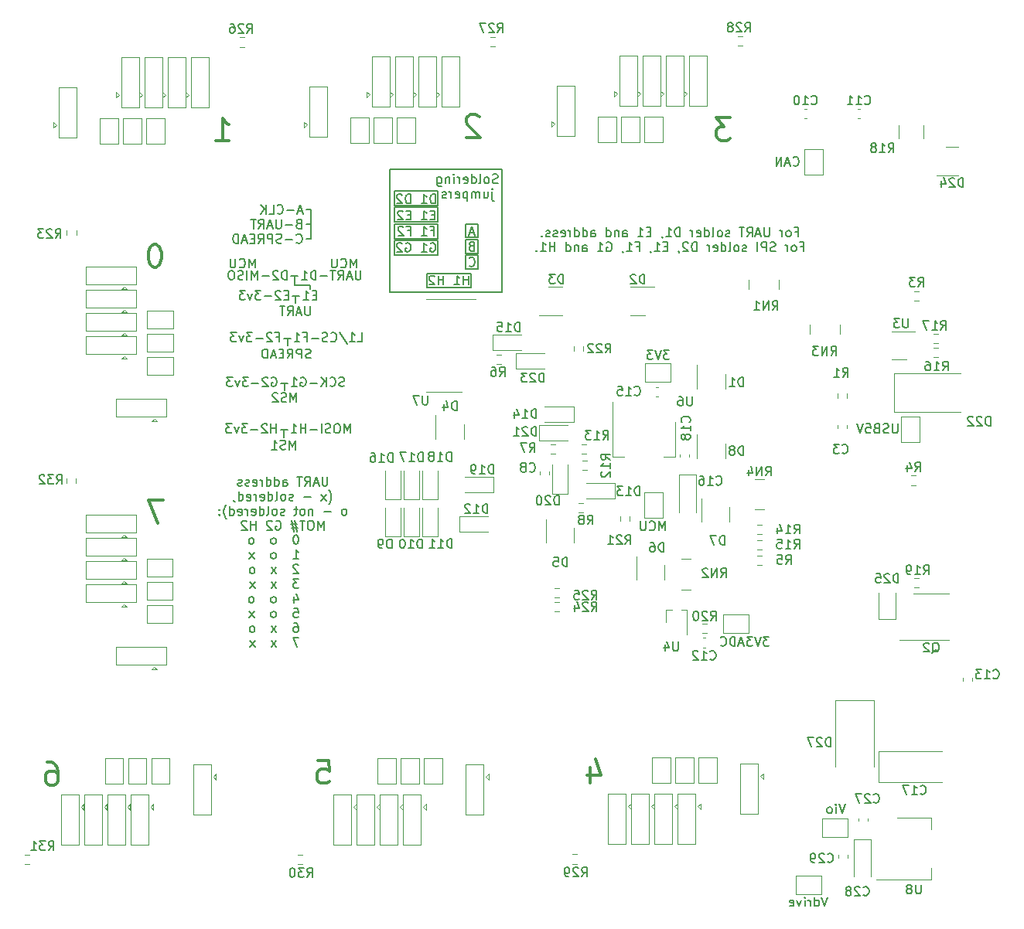
<source format=gbr>
%TF.GenerationSoftware,KiCad,Pcbnew,6.0.5*%
%TF.CreationDate,2022-11-30T22:08:51+03:00*%
%TF.ProjectId,multistepper,6d756c74-6973-4746-9570-7065722e6b69,rev?*%
%TF.SameCoordinates,Original*%
%TF.FileFunction,Legend,Bot*%
%TF.FilePolarity,Positive*%
%FSLAX46Y46*%
G04 Gerber Fmt 4.6, Leading zero omitted, Abs format (unit mm)*
G04 Created by KiCad (PCBNEW 6.0.5) date 2022-11-30 22:08:51*
%MOMM*%
%LPD*%
G01*
G04 APERTURE LIST*
%ADD10C,0.150000*%
%ADD11C,0.350000*%
%ADD12C,0.120000*%
G04 APERTURE END LIST*
D10*
X87000000Y-79800000D02*
X87000000Y-79000000D01*
X86700000Y-84700000D02*
X86700000Y-83900000D01*
X98700000Y-66250000D02*
X103500000Y-66250000D01*
X103500000Y-66250000D02*
X103500000Y-64650000D01*
X103500000Y-64650000D02*
X98700000Y-64650000D01*
X98700000Y-64650000D02*
X98700000Y-66250000D01*
X87800000Y-72200000D02*
X87800000Y-73200000D01*
X106500000Y-69650000D02*
X107900000Y-69650000D01*
X107900000Y-69650000D02*
X107900000Y-68150000D01*
X107900000Y-68150000D02*
X106500000Y-68150000D01*
X106500000Y-68150000D02*
X106500000Y-69650000D01*
X86600000Y-89800000D02*
X86600000Y-89000000D01*
X106500000Y-67950000D02*
X107900000Y-67950000D01*
X107900000Y-67950000D02*
X107900000Y-66450000D01*
X107900000Y-66450000D02*
X106500000Y-66450000D01*
X106500000Y-66450000D02*
X106500000Y-67950000D01*
X98200000Y-73950000D02*
X110500000Y-73950000D01*
X110500000Y-73950000D02*
X110500000Y-60450000D01*
X110500000Y-60450000D02*
X98200000Y-60450000D01*
X98200000Y-60450000D02*
X98200000Y-73950000D01*
X106500000Y-71350000D02*
X107900000Y-71350000D01*
X107900000Y-71350000D02*
X107900000Y-69850000D01*
X107900000Y-69850000D02*
X106500000Y-69850000D01*
X106500000Y-69850000D02*
X106500000Y-71350000D01*
X98700000Y-69850000D02*
X103500000Y-69850000D01*
X103500000Y-69850000D02*
X103500000Y-68250000D01*
X103500000Y-68250000D02*
X98700000Y-68250000D01*
X98700000Y-68250000D02*
X98700000Y-69850000D01*
X89500000Y-73200000D02*
X89500000Y-73600000D01*
X98700000Y-68050000D02*
X103500000Y-68050000D01*
X103500000Y-68050000D02*
X103500000Y-66450000D01*
X103500000Y-66450000D02*
X98700000Y-66450000D01*
X98700000Y-66450000D02*
X98700000Y-68050000D01*
X89600000Y-64900000D02*
X89100000Y-64900000D01*
X102300000Y-73450000D02*
X107100000Y-73450000D01*
X107100000Y-73450000D02*
X107100000Y-71850000D01*
X107100000Y-71850000D02*
X102300000Y-71850000D01*
X102300000Y-71850000D02*
X102300000Y-73450000D01*
X98700000Y-64450000D02*
X103500000Y-64450000D01*
X103500000Y-64450000D02*
X103500000Y-62850000D01*
X103500000Y-62850000D02*
X98700000Y-62850000D01*
X98700000Y-62850000D02*
X98700000Y-64450000D01*
X89100000Y-66500000D02*
X89600000Y-66500000D01*
X87900000Y-74400000D02*
X87900000Y-75100000D01*
X89600000Y-68100000D02*
X89600000Y-64900000D01*
X89100000Y-68100000D02*
X89600000Y-68100000D01*
X87800000Y-73200000D02*
X89500000Y-73200000D01*
X103195238Y-64202380D02*
X103195238Y-63202380D01*
X102957142Y-63202380D01*
X102814285Y-63250000D01*
X102719047Y-63345238D01*
X102671428Y-63440476D01*
X102623809Y-63630952D01*
X102623809Y-63773809D01*
X102671428Y-63964285D01*
X102719047Y-64059523D01*
X102814285Y-64154761D01*
X102957142Y-64202380D01*
X103195238Y-64202380D01*
X101671428Y-64202380D02*
X102242857Y-64202380D01*
X101957142Y-64202380D02*
X101957142Y-63202380D01*
X102052380Y-63345238D01*
X102147619Y-63440476D01*
X102242857Y-63488095D01*
X100480952Y-64202380D02*
X100480952Y-63202380D01*
X100242857Y-63202380D01*
X100100000Y-63250000D01*
X100004761Y-63345238D01*
X99957142Y-63440476D01*
X99909523Y-63630952D01*
X99909523Y-63773809D01*
X99957142Y-63964285D01*
X100004761Y-64059523D01*
X100100000Y-64154761D01*
X100242857Y-64202380D01*
X100480952Y-64202380D01*
X99528571Y-63297619D02*
X99480952Y-63250000D01*
X99385714Y-63202380D01*
X99147619Y-63202380D01*
X99052380Y-63250000D01*
X99004761Y-63297619D01*
X98957142Y-63392857D01*
X98957142Y-63488095D01*
X99004761Y-63630952D01*
X99576190Y-64202380D01*
X98957142Y-64202380D01*
X94557142Y-71252380D02*
X94557142Y-70252380D01*
X94223809Y-70966666D01*
X93890476Y-70252380D01*
X93890476Y-71252380D01*
X92842857Y-71157142D02*
X92890476Y-71204761D01*
X93033333Y-71252380D01*
X93128571Y-71252380D01*
X93271428Y-71204761D01*
X93366666Y-71109523D01*
X93414285Y-71014285D01*
X93461904Y-70823809D01*
X93461904Y-70680952D01*
X93414285Y-70490476D01*
X93366666Y-70395238D01*
X93271428Y-70300000D01*
X93128571Y-70252380D01*
X93033333Y-70252380D01*
X92890476Y-70300000D01*
X92842857Y-70347619D01*
X92414285Y-70252380D02*
X92414285Y-71061904D01*
X92366666Y-71157142D01*
X92319047Y-71204761D01*
X92223809Y-71252380D01*
X92033333Y-71252380D01*
X91938095Y-71204761D01*
X91890476Y-71157142D01*
X91842857Y-71061904D01*
X91842857Y-70252380D01*
X87985714Y-85952380D02*
X87985714Y-84952380D01*
X87652380Y-85666666D01*
X87319047Y-84952380D01*
X87319047Y-85952380D01*
X86890476Y-85904761D02*
X86747619Y-85952380D01*
X86509523Y-85952380D01*
X86414285Y-85904761D01*
X86366666Y-85857142D01*
X86319047Y-85761904D01*
X86319047Y-85666666D01*
X86366666Y-85571428D01*
X86414285Y-85523809D01*
X86509523Y-85476190D01*
X86700000Y-85428571D01*
X86795238Y-85380952D01*
X86842857Y-85333333D01*
X86890476Y-85238095D01*
X86890476Y-85142857D01*
X86842857Y-85047619D01*
X86795238Y-85000000D01*
X86700000Y-84952380D01*
X86461904Y-84952380D01*
X86319047Y-85000000D01*
X85938095Y-85047619D02*
X85890476Y-85000000D01*
X85795238Y-84952380D01*
X85557142Y-84952380D01*
X85461904Y-85000000D01*
X85414285Y-85047619D01*
X85366666Y-85142857D01*
X85366666Y-85238095D01*
X85414285Y-85380952D01*
X85985714Y-85952380D01*
X85366666Y-85952380D01*
D11*
X60737809Y-125427752D02*
X61214000Y-125427752D01*
X61452095Y-125546800D01*
X61571142Y-125665847D01*
X61809238Y-126022990D01*
X61928285Y-126499180D01*
X61928285Y-127451561D01*
X61809238Y-127689657D01*
X61690190Y-127808704D01*
X61452095Y-127927752D01*
X60975904Y-127927752D01*
X60737809Y-127808704D01*
X60618761Y-127689657D01*
X60499714Y-127451561D01*
X60499714Y-126856323D01*
X60618761Y-126618228D01*
X60737809Y-126499180D01*
X60975904Y-126380133D01*
X61452095Y-126380133D01*
X61690190Y-126499180D01*
X61809238Y-126618228D01*
X61928285Y-126856323D01*
D10*
X89495238Y-75452380D02*
X89495238Y-76261904D01*
X89447619Y-76357142D01*
X89400000Y-76404761D01*
X89304761Y-76452380D01*
X89114285Y-76452380D01*
X89019047Y-76404761D01*
X88971428Y-76357142D01*
X88923809Y-76261904D01*
X88923809Y-75452380D01*
X88495238Y-76166666D02*
X88019047Y-76166666D01*
X88590476Y-76452380D02*
X88257142Y-75452380D01*
X87923809Y-76452380D01*
X87019047Y-76452380D02*
X87352380Y-75976190D01*
X87590476Y-76452380D02*
X87590476Y-75452380D01*
X87209523Y-75452380D01*
X87114285Y-75500000D01*
X87066666Y-75547619D01*
X87019047Y-75642857D01*
X87019047Y-75785714D01*
X87066666Y-75880952D01*
X87114285Y-75928571D01*
X87209523Y-75976190D01*
X87590476Y-75976190D01*
X86733333Y-75452380D02*
X86161904Y-75452380D01*
X86447619Y-76452380D02*
X86447619Y-75452380D01*
X88612023Y-65056666D02*
X88135833Y-65056666D01*
X88707261Y-65342380D02*
X88373928Y-64342380D01*
X88040595Y-65342380D01*
X87707261Y-64961428D02*
X86945357Y-64961428D01*
X85897738Y-65247142D02*
X85945357Y-65294761D01*
X86088214Y-65342380D01*
X86183452Y-65342380D01*
X86326309Y-65294761D01*
X86421547Y-65199523D01*
X86469166Y-65104285D01*
X86516785Y-64913809D01*
X86516785Y-64770952D01*
X86469166Y-64580476D01*
X86421547Y-64485238D01*
X86326309Y-64390000D01*
X86183452Y-64342380D01*
X86088214Y-64342380D01*
X85945357Y-64390000D01*
X85897738Y-64437619D01*
X84992976Y-65342380D02*
X85469166Y-65342380D01*
X85469166Y-64342380D01*
X84659642Y-65342380D02*
X84659642Y-64342380D01*
X84088214Y-65342380D02*
X84516785Y-64770952D01*
X84088214Y-64342380D02*
X84659642Y-64913809D01*
X88231071Y-66428571D02*
X88088214Y-66476190D01*
X88040595Y-66523809D01*
X87992976Y-66619047D01*
X87992976Y-66761904D01*
X88040595Y-66857142D01*
X88088214Y-66904761D01*
X88183452Y-66952380D01*
X88564404Y-66952380D01*
X88564404Y-65952380D01*
X88231071Y-65952380D01*
X88135833Y-66000000D01*
X88088214Y-66047619D01*
X88040595Y-66142857D01*
X88040595Y-66238095D01*
X88088214Y-66333333D01*
X88135833Y-66380952D01*
X88231071Y-66428571D01*
X88564404Y-66428571D01*
X87564404Y-66571428D02*
X86802500Y-66571428D01*
X86326309Y-65952380D02*
X86326309Y-66761904D01*
X86278690Y-66857142D01*
X86231071Y-66904761D01*
X86135833Y-66952380D01*
X85945357Y-66952380D01*
X85850119Y-66904761D01*
X85802500Y-66857142D01*
X85754880Y-66761904D01*
X85754880Y-65952380D01*
X85326309Y-66666666D02*
X84850119Y-66666666D01*
X85421547Y-66952380D02*
X85088214Y-65952380D01*
X84754880Y-66952380D01*
X83850119Y-66952380D02*
X84183452Y-66476190D01*
X84421547Y-66952380D02*
X84421547Y-65952380D01*
X84040595Y-65952380D01*
X83945357Y-66000000D01*
X83897738Y-66047619D01*
X83850119Y-66142857D01*
X83850119Y-66285714D01*
X83897738Y-66380952D01*
X83945357Y-66428571D01*
X84040595Y-66476190D01*
X84421547Y-66476190D01*
X83564404Y-65952380D02*
X82992976Y-65952380D01*
X83278690Y-66952380D02*
X83278690Y-65952380D01*
X87992976Y-68467142D02*
X88040595Y-68514761D01*
X88183452Y-68562380D01*
X88278690Y-68562380D01*
X88421547Y-68514761D01*
X88516785Y-68419523D01*
X88564404Y-68324285D01*
X88612023Y-68133809D01*
X88612023Y-67990952D01*
X88564404Y-67800476D01*
X88516785Y-67705238D01*
X88421547Y-67610000D01*
X88278690Y-67562380D01*
X88183452Y-67562380D01*
X88040595Y-67610000D01*
X87992976Y-67657619D01*
X87564404Y-68181428D02*
X86802500Y-68181428D01*
X86373928Y-68514761D02*
X86231071Y-68562380D01*
X85992976Y-68562380D01*
X85897738Y-68514761D01*
X85850119Y-68467142D01*
X85802500Y-68371904D01*
X85802500Y-68276666D01*
X85850119Y-68181428D01*
X85897738Y-68133809D01*
X85992976Y-68086190D01*
X86183452Y-68038571D01*
X86278690Y-67990952D01*
X86326309Y-67943333D01*
X86373928Y-67848095D01*
X86373928Y-67752857D01*
X86326309Y-67657619D01*
X86278690Y-67610000D01*
X86183452Y-67562380D01*
X85945357Y-67562380D01*
X85802500Y-67610000D01*
X85373928Y-68562380D02*
X85373928Y-67562380D01*
X84992976Y-67562380D01*
X84897738Y-67610000D01*
X84850119Y-67657619D01*
X84802500Y-67752857D01*
X84802500Y-67895714D01*
X84850119Y-67990952D01*
X84897738Y-68038571D01*
X84992976Y-68086190D01*
X85373928Y-68086190D01*
X83802500Y-68562380D02*
X84135833Y-68086190D01*
X84373928Y-68562380D02*
X84373928Y-67562380D01*
X83992976Y-67562380D01*
X83897738Y-67610000D01*
X83850119Y-67657619D01*
X83802500Y-67752857D01*
X83802500Y-67895714D01*
X83850119Y-67990952D01*
X83897738Y-68038571D01*
X83992976Y-68086190D01*
X84373928Y-68086190D01*
X83373928Y-68038571D02*
X83040595Y-68038571D01*
X82897738Y-68562380D02*
X83373928Y-68562380D01*
X83373928Y-67562380D01*
X82897738Y-67562380D01*
X82516785Y-68276666D02*
X82040595Y-68276666D01*
X82612023Y-68562380D02*
X82278690Y-67562380D01*
X81945357Y-68562380D01*
X81612023Y-68562380D02*
X81612023Y-67562380D01*
X81373928Y-67562380D01*
X81231071Y-67610000D01*
X81135833Y-67705238D01*
X81088214Y-67800476D01*
X81040595Y-67990952D01*
X81040595Y-68133809D01*
X81088214Y-68324285D01*
X81135833Y-68419523D01*
X81231071Y-68514761D01*
X81373928Y-68562380D01*
X81612023Y-68562380D01*
D11*
X135504133Y-54815752D02*
X133956514Y-54815752D01*
X134789847Y-55768133D01*
X134432704Y-55768133D01*
X134194609Y-55887180D01*
X134075561Y-56006228D01*
X133956514Y-56244323D01*
X133956514Y-56839561D01*
X134075561Y-57077657D01*
X134194609Y-57196704D01*
X134432704Y-57315752D01*
X135146990Y-57315752D01*
X135385085Y-57196704D01*
X135504133Y-57077657D01*
X108003885Y-54698247D02*
X107884838Y-54579200D01*
X107646742Y-54460152D01*
X107051504Y-54460152D01*
X106813409Y-54579200D01*
X106694361Y-54698247D01*
X106575314Y-54936342D01*
X106575314Y-55174438D01*
X106694361Y-55531580D01*
X108122933Y-56960152D01*
X106575314Y-56960152D01*
D10*
X103100000Y-65478571D02*
X102766666Y-65478571D01*
X102623809Y-66002380D02*
X103100000Y-66002380D01*
X103100000Y-65002380D01*
X102623809Y-65002380D01*
X101671428Y-66002380D02*
X102242857Y-66002380D01*
X101957142Y-66002380D02*
X101957142Y-65002380D01*
X102052380Y-65145238D01*
X102147619Y-65240476D01*
X102242857Y-65288095D01*
X100480952Y-65478571D02*
X100147619Y-65478571D01*
X100004761Y-66002380D02*
X100480952Y-66002380D01*
X100480952Y-65002380D01*
X100004761Y-65002380D01*
X99623809Y-65097619D02*
X99576190Y-65050000D01*
X99480952Y-65002380D01*
X99242857Y-65002380D01*
X99147619Y-65050000D01*
X99100000Y-65097619D01*
X99052380Y-65192857D01*
X99052380Y-65288095D01*
X99100000Y-65430952D01*
X99671428Y-66002380D01*
X99052380Y-66002380D01*
X142590476Y-67323571D02*
X142923809Y-67323571D01*
X142923809Y-67847380D02*
X142923809Y-66847380D01*
X142447619Y-66847380D01*
X141923809Y-67847380D02*
X142019047Y-67799761D01*
X142066666Y-67752142D01*
X142114285Y-67656904D01*
X142114285Y-67371190D01*
X142066666Y-67275952D01*
X142019047Y-67228333D01*
X141923809Y-67180714D01*
X141780952Y-67180714D01*
X141685714Y-67228333D01*
X141638095Y-67275952D01*
X141590476Y-67371190D01*
X141590476Y-67656904D01*
X141638095Y-67752142D01*
X141685714Y-67799761D01*
X141780952Y-67847380D01*
X141923809Y-67847380D01*
X141161904Y-67847380D02*
X141161904Y-67180714D01*
X141161904Y-67371190D02*
X141114285Y-67275952D01*
X141066666Y-67228333D01*
X140971428Y-67180714D01*
X140876190Y-67180714D01*
X139780952Y-66847380D02*
X139780952Y-67656904D01*
X139733333Y-67752142D01*
X139685714Y-67799761D01*
X139590476Y-67847380D01*
X139400000Y-67847380D01*
X139304761Y-67799761D01*
X139257142Y-67752142D01*
X139209523Y-67656904D01*
X139209523Y-66847380D01*
X138780952Y-67561666D02*
X138304761Y-67561666D01*
X138876190Y-67847380D02*
X138542857Y-66847380D01*
X138209523Y-67847380D01*
X137304761Y-67847380D02*
X137638095Y-67371190D01*
X137876190Y-67847380D02*
X137876190Y-66847380D01*
X137495238Y-66847380D01*
X137400000Y-66895000D01*
X137352380Y-66942619D01*
X137304761Y-67037857D01*
X137304761Y-67180714D01*
X137352380Y-67275952D01*
X137400000Y-67323571D01*
X137495238Y-67371190D01*
X137876190Y-67371190D01*
X137019047Y-66847380D02*
X136447619Y-66847380D01*
X136733333Y-67847380D02*
X136733333Y-66847380D01*
X135400000Y-67799761D02*
X135304761Y-67847380D01*
X135114285Y-67847380D01*
X135019047Y-67799761D01*
X134971428Y-67704523D01*
X134971428Y-67656904D01*
X135019047Y-67561666D01*
X135114285Y-67514047D01*
X135257142Y-67514047D01*
X135352380Y-67466428D01*
X135400000Y-67371190D01*
X135400000Y-67323571D01*
X135352380Y-67228333D01*
X135257142Y-67180714D01*
X135114285Y-67180714D01*
X135019047Y-67228333D01*
X134400000Y-67847380D02*
X134495238Y-67799761D01*
X134542857Y-67752142D01*
X134590476Y-67656904D01*
X134590476Y-67371190D01*
X134542857Y-67275952D01*
X134495238Y-67228333D01*
X134400000Y-67180714D01*
X134257142Y-67180714D01*
X134161904Y-67228333D01*
X134114285Y-67275952D01*
X134066666Y-67371190D01*
X134066666Y-67656904D01*
X134114285Y-67752142D01*
X134161904Y-67799761D01*
X134257142Y-67847380D01*
X134400000Y-67847380D01*
X133495238Y-67847380D02*
X133590476Y-67799761D01*
X133638095Y-67704523D01*
X133638095Y-66847380D01*
X132685714Y-67847380D02*
X132685714Y-66847380D01*
X132685714Y-67799761D02*
X132780952Y-67847380D01*
X132971428Y-67847380D01*
X133066666Y-67799761D01*
X133114285Y-67752142D01*
X133161904Y-67656904D01*
X133161904Y-67371190D01*
X133114285Y-67275952D01*
X133066666Y-67228333D01*
X132971428Y-67180714D01*
X132780952Y-67180714D01*
X132685714Y-67228333D01*
X131828571Y-67799761D02*
X131923809Y-67847380D01*
X132114285Y-67847380D01*
X132209523Y-67799761D01*
X132257142Y-67704523D01*
X132257142Y-67323571D01*
X132209523Y-67228333D01*
X132114285Y-67180714D01*
X131923809Y-67180714D01*
X131828571Y-67228333D01*
X131780952Y-67323571D01*
X131780952Y-67418809D01*
X132257142Y-67514047D01*
X131352380Y-67847380D02*
X131352380Y-67180714D01*
X131352380Y-67371190D02*
X131304761Y-67275952D01*
X131257142Y-67228333D01*
X131161904Y-67180714D01*
X131066666Y-67180714D01*
X129971428Y-67847380D02*
X129971428Y-66847380D01*
X129733333Y-66847380D01*
X129590476Y-66895000D01*
X129495238Y-66990238D01*
X129447619Y-67085476D01*
X129400000Y-67275952D01*
X129400000Y-67418809D01*
X129447619Y-67609285D01*
X129495238Y-67704523D01*
X129590476Y-67799761D01*
X129733333Y-67847380D01*
X129971428Y-67847380D01*
X128447619Y-67847380D02*
X129019047Y-67847380D01*
X128733333Y-67847380D02*
X128733333Y-66847380D01*
X128828571Y-66990238D01*
X128923809Y-67085476D01*
X129019047Y-67133095D01*
X127971428Y-67799761D02*
X127971428Y-67847380D01*
X128019047Y-67942619D01*
X128066666Y-67990238D01*
X126780952Y-67323571D02*
X126447619Y-67323571D01*
X126304761Y-67847380D02*
X126780952Y-67847380D01*
X126780952Y-66847380D01*
X126304761Y-66847380D01*
X125352380Y-67847380D02*
X125923809Y-67847380D01*
X125638095Y-67847380D02*
X125638095Y-66847380D01*
X125733333Y-66990238D01*
X125828571Y-67085476D01*
X125923809Y-67133095D01*
X123733333Y-67847380D02*
X123733333Y-67323571D01*
X123780952Y-67228333D01*
X123876190Y-67180714D01*
X124066666Y-67180714D01*
X124161904Y-67228333D01*
X123733333Y-67799761D02*
X123828571Y-67847380D01*
X124066666Y-67847380D01*
X124161904Y-67799761D01*
X124209523Y-67704523D01*
X124209523Y-67609285D01*
X124161904Y-67514047D01*
X124066666Y-67466428D01*
X123828571Y-67466428D01*
X123733333Y-67418809D01*
X123257142Y-67180714D02*
X123257142Y-67847380D01*
X123257142Y-67275952D02*
X123209523Y-67228333D01*
X123114285Y-67180714D01*
X122971428Y-67180714D01*
X122876190Y-67228333D01*
X122828571Y-67323571D01*
X122828571Y-67847380D01*
X121923809Y-67847380D02*
X121923809Y-66847380D01*
X121923809Y-67799761D02*
X122019047Y-67847380D01*
X122209523Y-67847380D01*
X122304761Y-67799761D01*
X122352380Y-67752142D01*
X122400000Y-67656904D01*
X122400000Y-67371190D01*
X122352380Y-67275952D01*
X122304761Y-67228333D01*
X122209523Y-67180714D01*
X122019047Y-67180714D01*
X121923809Y-67228333D01*
X120257142Y-67847380D02*
X120257142Y-67323571D01*
X120304761Y-67228333D01*
X120400000Y-67180714D01*
X120590476Y-67180714D01*
X120685714Y-67228333D01*
X120257142Y-67799761D02*
X120352380Y-67847380D01*
X120590476Y-67847380D01*
X120685714Y-67799761D01*
X120733333Y-67704523D01*
X120733333Y-67609285D01*
X120685714Y-67514047D01*
X120590476Y-67466428D01*
X120352380Y-67466428D01*
X120257142Y-67418809D01*
X119352380Y-67847380D02*
X119352380Y-66847380D01*
X119352380Y-67799761D02*
X119447619Y-67847380D01*
X119638095Y-67847380D01*
X119733333Y-67799761D01*
X119780952Y-67752142D01*
X119828571Y-67656904D01*
X119828571Y-67371190D01*
X119780952Y-67275952D01*
X119733333Y-67228333D01*
X119638095Y-67180714D01*
X119447619Y-67180714D01*
X119352380Y-67228333D01*
X118447619Y-67847380D02*
X118447619Y-66847380D01*
X118447619Y-67799761D02*
X118542857Y-67847380D01*
X118733333Y-67847380D01*
X118828571Y-67799761D01*
X118876190Y-67752142D01*
X118923809Y-67656904D01*
X118923809Y-67371190D01*
X118876190Y-67275952D01*
X118828571Y-67228333D01*
X118733333Y-67180714D01*
X118542857Y-67180714D01*
X118447619Y-67228333D01*
X117971428Y-67847380D02*
X117971428Y-67180714D01*
X117971428Y-67371190D02*
X117923809Y-67275952D01*
X117876190Y-67228333D01*
X117780952Y-67180714D01*
X117685714Y-67180714D01*
X116971428Y-67799761D02*
X117066666Y-67847380D01*
X117257142Y-67847380D01*
X117352380Y-67799761D01*
X117400000Y-67704523D01*
X117400000Y-67323571D01*
X117352380Y-67228333D01*
X117257142Y-67180714D01*
X117066666Y-67180714D01*
X116971428Y-67228333D01*
X116923809Y-67323571D01*
X116923809Y-67418809D01*
X117400000Y-67514047D01*
X116542857Y-67799761D02*
X116447619Y-67847380D01*
X116257142Y-67847380D01*
X116161904Y-67799761D01*
X116114285Y-67704523D01*
X116114285Y-67656904D01*
X116161904Y-67561666D01*
X116257142Y-67514047D01*
X116400000Y-67514047D01*
X116495238Y-67466428D01*
X116542857Y-67371190D01*
X116542857Y-67323571D01*
X116495238Y-67228333D01*
X116400000Y-67180714D01*
X116257142Y-67180714D01*
X116161904Y-67228333D01*
X115733333Y-67799761D02*
X115638095Y-67847380D01*
X115447619Y-67847380D01*
X115352380Y-67799761D01*
X115304761Y-67704523D01*
X115304761Y-67656904D01*
X115352380Y-67561666D01*
X115447619Y-67514047D01*
X115590476Y-67514047D01*
X115685714Y-67466428D01*
X115733333Y-67371190D01*
X115733333Y-67323571D01*
X115685714Y-67228333D01*
X115590476Y-67180714D01*
X115447619Y-67180714D01*
X115352380Y-67228333D01*
X114876190Y-67752142D02*
X114828571Y-67799761D01*
X114876190Y-67847380D01*
X114923809Y-67799761D01*
X114876190Y-67752142D01*
X114876190Y-67847380D01*
X143185714Y-68933571D02*
X143519047Y-68933571D01*
X143519047Y-69457380D02*
X143519047Y-68457380D01*
X143042857Y-68457380D01*
X142519047Y-69457380D02*
X142614285Y-69409761D01*
X142661904Y-69362142D01*
X142709523Y-69266904D01*
X142709523Y-68981190D01*
X142661904Y-68885952D01*
X142614285Y-68838333D01*
X142519047Y-68790714D01*
X142376190Y-68790714D01*
X142280952Y-68838333D01*
X142233333Y-68885952D01*
X142185714Y-68981190D01*
X142185714Y-69266904D01*
X142233333Y-69362142D01*
X142280952Y-69409761D01*
X142376190Y-69457380D01*
X142519047Y-69457380D01*
X141757142Y-69457380D02*
X141757142Y-68790714D01*
X141757142Y-68981190D02*
X141709523Y-68885952D01*
X141661904Y-68838333D01*
X141566666Y-68790714D01*
X141471428Y-68790714D01*
X140423809Y-69409761D02*
X140280952Y-69457380D01*
X140042857Y-69457380D01*
X139947619Y-69409761D01*
X139900000Y-69362142D01*
X139852380Y-69266904D01*
X139852380Y-69171666D01*
X139900000Y-69076428D01*
X139947619Y-69028809D01*
X140042857Y-68981190D01*
X140233333Y-68933571D01*
X140328571Y-68885952D01*
X140376190Y-68838333D01*
X140423809Y-68743095D01*
X140423809Y-68647857D01*
X140376190Y-68552619D01*
X140328571Y-68505000D01*
X140233333Y-68457380D01*
X139995238Y-68457380D01*
X139852380Y-68505000D01*
X139423809Y-69457380D02*
X139423809Y-68457380D01*
X139042857Y-68457380D01*
X138947619Y-68505000D01*
X138900000Y-68552619D01*
X138852380Y-68647857D01*
X138852380Y-68790714D01*
X138900000Y-68885952D01*
X138947619Y-68933571D01*
X139042857Y-68981190D01*
X139423809Y-68981190D01*
X138423809Y-69457380D02*
X138423809Y-68457380D01*
X137233333Y-69409761D02*
X137138095Y-69457380D01*
X136947619Y-69457380D01*
X136852380Y-69409761D01*
X136804761Y-69314523D01*
X136804761Y-69266904D01*
X136852380Y-69171666D01*
X136947619Y-69124047D01*
X137090476Y-69124047D01*
X137185714Y-69076428D01*
X137233333Y-68981190D01*
X137233333Y-68933571D01*
X137185714Y-68838333D01*
X137090476Y-68790714D01*
X136947619Y-68790714D01*
X136852380Y-68838333D01*
X136233333Y-69457380D02*
X136328571Y-69409761D01*
X136376190Y-69362142D01*
X136423809Y-69266904D01*
X136423809Y-68981190D01*
X136376190Y-68885952D01*
X136328571Y-68838333D01*
X136233333Y-68790714D01*
X136090476Y-68790714D01*
X135995238Y-68838333D01*
X135947619Y-68885952D01*
X135900000Y-68981190D01*
X135900000Y-69266904D01*
X135947619Y-69362142D01*
X135995238Y-69409761D01*
X136090476Y-69457380D01*
X136233333Y-69457380D01*
X135328571Y-69457380D02*
X135423809Y-69409761D01*
X135471428Y-69314523D01*
X135471428Y-68457380D01*
X134519047Y-69457380D02*
X134519047Y-68457380D01*
X134519047Y-69409761D02*
X134614285Y-69457380D01*
X134804761Y-69457380D01*
X134900000Y-69409761D01*
X134947619Y-69362142D01*
X134995238Y-69266904D01*
X134995238Y-68981190D01*
X134947619Y-68885952D01*
X134900000Y-68838333D01*
X134804761Y-68790714D01*
X134614285Y-68790714D01*
X134519047Y-68838333D01*
X133661904Y-69409761D02*
X133757142Y-69457380D01*
X133947619Y-69457380D01*
X134042857Y-69409761D01*
X134090476Y-69314523D01*
X134090476Y-68933571D01*
X134042857Y-68838333D01*
X133947619Y-68790714D01*
X133757142Y-68790714D01*
X133661904Y-68838333D01*
X133614285Y-68933571D01*
X133614285Y-69028809D01*
X134090476Y-69124047D01*
X133185714Y-69457380D02*
X133185714Y-68790714D01*
X133185714Y-68981190D02*
X133138095Y-68885952D01*
X133090476Y-68838333D01*
X132995238Y-68790714D01*
X132900000Y-68790714D01*
X131804761Y-69457380D02*
X131804761Y-68457380D01*
X131566666Y-68457380D01*
X131423809Y-68505000D01*
X131328571Y-68600238D01*
X131280952Y-68695476D01*
X131233333Y-68885952D01*
X131233333Y-69028809D01*
X131280952Y-69219285D01*
X131328571Y-69314523D01*
X131423809Y-69409761D01*
X131566666Y-69457380D01*
X131804761Y-69457380D01*
X130852380Y-68552619D02*
X130804761Y-68505000D01*
X130709523Y-68457380D01*
X130471428Y-68457380D01*
X130376190Y-68505000D01*
X130328571Y-68552619D01*
X130280952Y-68647857D01*
X130280952Y-68743095D01*
X130328571Y-68885952D01*
X130900000Y-69457380D01*
X130280952Y-69457380D01*
X129804761Y-69409761D02*
X129804761Y-69457380D01*
X129852380Y-69552619D01*
X129900000Y-69600238D01*
X128614285Y-68933571D02*
X128280952Y-68933571D01*
X128138095Y-69457380D02*
X128614285Y-69457380D01*
X128614285Y-68457380D01*
X128138095Y-68457380D01*
X127185714Y-69457380D02*
X127757142Y-69457380D01*
X127471428Y-69457380D02*
X127471428Y-68457380D01*
X127566666Y-68600238D01*
X127661904Y-68695476D01*
X127757142Y-68743095D01*
X126709523Y-69409761D02*
X126709523Y-69457380D01*
X126757142Y-69552619D01*
X126804761Y-69600238D01*
X125185714Y-68933571D02*
X125519047Y-68933571D01*
X125519047Y-69457380D02*
X125519047Y-68457380D01*
X125042857Y-68457380D01*
X124138095Y-69457380D02*
X124709523Y-69457380D01*
X124423809Y-69457380D02*
X124423809Y-68457380D01*
X124519047Y-68600238D01*
X124614285Y-68695476D01*
X124709523Y-68743095D01*
X123661904Y-69409761D02*
X123661904Y-69457380D01*
X123709523Y-69552619D01*
X123757142Y-69600238D01*
X121947619Y-68505000D02*
X122042857Y-68457380D01*
X122185714Y-68457380D01*
X122328571Y-68505000D01*
X122423809Y-68600238D01*
X122471428Y-68695476D01*
X122519047Y-68885952D01*
X122519047Y-69028809D01*
X122471428Y-69219285D01*
X122423809Y-69314523D01*
X122328571Y-69409761D01*
X122185714Y-69457380D01*
X122090476Y-69457380D01*
X121947619Y-69409761D01*
X121900000Y-69362142D01*
X121900000Y-69028809D01*
X122090476Y-69028809D01*
X120947619Y-69457380D02*
X121519047Y-69457380D01*
X121233333Y-69457380D02*
X121233333Y-68457380D01*
X121328571Y-68600238D01*
X121423809Y-68695476D01*
X121519047Y-68743095D01*
X119328571Y-69457380D02*
X119328571Y-68933571D01*
X119376190Y-68838333D01*
X119471428Y-68790714D01*
X119661904Y-68790714D01*
X119757142Y-68838333D01*
X119328571Y-69409761D02*
X119423809Y-69457380D01*
X119661904Y-69457380D01*
X119757142Y-69409761D01*
X119804761Y-69314523D01*
X119804761Y-69219285D01*
X119757142Y-69124047D01*
X119661904Y-69076428D01*
X119423809Y-69076428D01*
X119328571Y-69028809D01*
X118852380Y-68790714D02*
X118852380Y-69457380D01*
X118852380Y-68885952D02*
X118804761Y-68838333D01*
X118709523Y-68790714D01*
X118566666Y-68790714D01*
X118471428Y-68838333D01*
X118423809Y-68933571D01*
X118423809Y-69457380D01*
X117519047Y-69457380D02*
X117519047Y-68457380D01*
X117519047Y-69409761D02*
X117614285Y-69457380D01*
X117804761Y-69457380D01*
X117900000Y-69409761D01*
X117947619Y-69362142D01*
X117995238Y-69266904D01*
X117995238Y-68981190D01*
X117947619Y-68885952D01*
X117900000Y-68838333D01*
X117804761Y-68790714D01*
X117614285Y-68790714D01*
X117519047Y-68838333D01*
X116280952Y-69457380D02*
X116280952Y-68457380D01*
X116280952Y-68933571D02*
X115709523Y-68933571D01*
X115709523Y-69457380D02*
X115709523Y-68457380D01*
X114709523Y-69457380D02*
X115280952Y-69457380D01*
X114995238Y-69457380D02*
X114995238Y-68457380D01*
X115090476Y-68600238D01*
X115185714Y-68695476D01*
X115280952Y-68743095D01*
X114280952Y-69362142D02*
X114233333Y-69409761D01*
X114280952Y-69457380D01*
X114328571Y-69409761D01*
X114280952Y-69362142D01*
X114280952Y-69457380D01*
D11*
X72610647Y-68684152D02*
X72372552Y-68684152D01*
X72134457Y-68803200D01*
X72015409Y-68922247D01*
X71896361Y-69160342D01*
X71777314Y-69636533D01*
X71777314Y-70231771D01*
X71896361Y-70707961D01*
X72015409Y-70946057D01*
X72134457Y-71065104D01*
X72372552Y-71184152D01*
X72610647Y-71184152D01*
X72848742Y-71065104D01*
X72967790Y-70946057D01*
X73086838Y-70707961D01*
X73205885Y-70231771D01*
X73205885Y-69636533D01*
X73086838Y-69160342D01*
X72967790Y-68922247D01*
X72848742Y-68803200D01*
X72610647Y-68684152D01*
D10*
X106890476Y-71007142D02*
X106938095Y-71054761D01*
X107080952Y-71102380D01*
X107176190Y-71102380D01*
X107319047Y-71054761D01*
X107414285Y-70959523D01*
X107461904Y-70864285D01*
X107509523Y-70673809D01*
X107509523Y-70530952D01*
X107461904Y-70340476D01*
X107414285Y-70245238D01*
X107319047Y-70150000D01*
X107176190Y-70102380D01*
X107080952Y-70102380D01*
X106938095Y-70150000D01*
X106890476Y-70197619D01*
X87885714Y-91152380D02*
X87885714Y-90152380D01*
X87552380Y-90866666D01*
X87219047Y-90152380D01*
X87219047Y-91152380D01*
X86790476Y-91104761D02*
X86647619Y-91152380D01*
X86409523Y-91152380D01*
X86314285Y-91104761D01*
X86266666Y-91057142D01*
X86219047Y-90961904D01*
X86219047Y-90866666D01*
X86266666Y-90771428D01*
X86314285Y-90723809D01*
X86409523Y-90676190D01*
X86600000Y-90628571D01*
X86695238Y-90580952D01*
X86742857Y-90533333D01*
X86790476Y-90438095D01*
X86790476Y-90342857D01*
X86742857Y-90247619D01*
X86695238Y-90200000D01*
X86600000Y-90152380D01*
X86361904Y-90152380D01*
X86219047Y-90200000D01*
X85266666Y-91152380D02*
X85838095Y-91152380D01*
X85552380Y-91152380D02*
X85552380Y-90152380D01*
X85647619Y-90295238D01*
X85742857Y-90390476D01*
X85838095Y-90438095D01*
X107128571Y-68878571D02*
X106985714Y-68926190D01*
X106938095Y-68973809D01*
X106890476Y-69069047D01*
X106890476Y-69211904D01*
X106938095Y-69307142D01*
X106985714Y-69354761D01*
X107080952Y-69402380D01*
X107461904Y-69402380D01*
X107461904Y-68402380D01*
X107128571Y-68402380D01*
X107033333Y-68450000D01*
X106985714Y-68497619D01*
X106938095Y-68592857D01*
X106938095Y-68688095D01*
X106985714Y-68783333D01*
X107033333Y-68830952D01*
X107128571Y-68878571D01*
X107461904Y-68878571D01*
X93861904Y-89352380D02*
X93861904Y-88352380D01*
X93528571Y-89066666D01*
X93195238Y-88352380D01*
X93195238Y-89352380D01*
X92528571Y-88352380D02*
X92338095Y-88352380D01*
X92242857Y-88400000D01*
X92147619Y-88495238D01*
X92100000Y-88685714D01*
X92100000Y-89019047D01*
X92147619Y-89209523D01*
X92242857Y-89304761D01*
X92338095Y-89352380D01*
X92528571Y-89352380D01*
X92623809Y-89304761D01*
X92719047Y-89209523D01*
X92766666Y-89019047D01*
X92766666Y-88685714D01*
X92719047Y-88495238D01*
X92623809Y-88400000D01*
X92528571Y-88352380D01*
X91719047Y-89304761D02*
X91576190Y-89352380D01*
X91338095Y-89352380D01*
X91242857Y-89304761D01*
X91195238Y-89257142D01*
X91147619Y-89161904D01*
X91147619Y-89066666D01*
X91195238Y-88971428D01*
X91242857Y-88923809D01*
X91338095Y-88876190D01*
X91528571Y-88828571D01*
X91623809Y-88780952D01*
X91671428Y-88733333D01*
X91719047Y-88638095D01*
X91719047Y-88542857D01*
X91671428Y-88447619D01*
X91623809Y-88400000D01*
X91528571Y-88352380D01*
X91290476Y-88352380D01*
X91147619Y-88400000D01*
X90719047Y-89352380D02*
X90719047Y-88352380D01*
X90242857Y-88971428D02*
X89480952Y-88971428D01*
X89004761Y-89352380D02*
X89004761Y-88352380D01*
X89004761Y-88828571D02*
X88433333Y-88828571D01*
X88433333Y-89352380D02*
X88433333Y-88352380D01*
X87433333Y-89352380D02*
X88004761Y-89352380D01*
X87719047Y-89352380D02*
X87719047Y-88352380D01*
X87814285Y-88495238D01*
X87909523Y-88590476D01*
X88004761Y-88638095D01*
X87004761Y-88971428D02*
X86242857Y-88971428D01*
X85766666Y-89352380D02*
X85766666Y-88352380D01*
X85766666Y-88828571D02*
X85195238Y-88828571D01*
X85195238Y-89352380D02*
X85195238Y-88352380D01*
X84766666Y-88447619D02*
X84719047Y-88400000D01*
X84623809Y-88352380D01*
X84385714Y-88352380D01*
X84290476Y-88400000D01*
X84242857Y-88447619D01*
X84195238Y-88542857D01*
X84195238Y-88638095D01*
X84242857Y-88780952D01*
X84814285Y-89352380D01*
X84195238Y-89352380D01*
X83766666Y-88971428D02*
X83004761Y-88971428D01*
X82623809Y-88352380D02*
X82004761Y-88352380D01*
X82338095Y-88733333D01*
X82195238Y-88733333D01*
X82100000Y-88780952D01*
X82052380Y-88828571D01*
X82004761Y-88923809D01*
X82004761Y-89161904D01*
X82052380Y-89257142D01*
X82100000Y-89304761D01*
X82195238Y-89352380D01*
X82480952Y-89352380D01*
X82576190Y-89304761D01*
X82623809Y-89257142D01*
X81671428Y-88685714D02*
X81433333Y-89352380D01*
X81195238Y-88685714D01*
X80909523Y-88352380D02*
X80290476Y-88352380D01*
X80623809Y-88733333D01*
X80480952Y-88733333D01*
X80385714Y-88780952D01*
X80338095Y-88828571D01*
X80290476Y-88923809D01*
X80290476Y-89161904D01*
X80338095Y-89257142D01*
X80385714Y-89304761D01*
X80480952Y-89352380D01*
X80766666Y-89352380D01*
X80861904Y-89304761D01*
X80909523Y-89257142D01*
X106842857Y-73102380D02*
X106842857Y-72102380D01*
X106842857Y-72578571D02*
X106271428Y-72578571D01*
X106271428Y-73102380D02*
X106271428Y-72102380D01*
X105271428Y-73102380D02*
X105842857Y-73102380D01*
X105557142Y-73102380D02*
X105557142Y-72102380D01*
X105652380Y-72245238D01*
X105747619Y-72340476D01*
X105842857Y-72388095D01*
X104080952Y-73102380D02*
X104080952Y-72102380D01*
X104080952Y-72578571D02*
X103509523Y-72578571D01*
X103509523Y-73102380D02*
X103509523Y-72102380D01*
X103080952Y-72197619D02*
X103033333Y-72150000D01*
X102938095Y-72102380D01*
X102700000Y-72102380D01*
X102604761Y-72150000D01*
X102557142Y-72197619D01*
X102509523Y-72292857D01*
X102509523Y-72388095D01*
X102557142Y-72530952D01*
X103128571Y-73102380D01*
X102509523Y-73102380D01*
X102671428Y-68550000D02*
X102766666Y-68502380D01*
X102909523Y-68502380D01*
X103052380Y-68550000D01*
X103147619Y-68645238D01*
X103195238Y-68740476D01*
X103242857Y-68930952D01*
X103242857Y-69073809D01*
X103195238Y-69264285D01*
X103147619Y-69359523D01*
X103052380Y-69454761D01*
X102909523Y-69502380D01*
X102814285Y-69502380D01*
X102671428Y-69454761D01*
X102623809Y-69407142D01*
X102623809Y-69073809D01*
X102814285Y-69073809D01*
X101671428Y-69502380D02*
X102242857Y-69502380D01*
X101957142Y-69502380D02*
X101957142Y-68502380D01*
X102052380Y-68645238D01*
X102147619Y-68740476D01*
X102242857Y-68788095D01*
X99957142Y-68550000D02*
X100052380Y-68502380D01*
X100195238Y-68502380D01*
X100338095Y-68550000D01*
X100433333Y-68645238D01*
X100480952Y-68740476D01*
X100528571Y-68930952D01*
X100528571Y-69073809D01*
X100480952Y-69264285D01*
X100433333Y-69359523D01*
X100338095Y-69454761D01*
X100195238Y-69502380D01*
X100100000Y-69502380D01*
X99957142Y-69454761D01*
X99909523Y-69407142D01*
X99909523Y-69073809D01*
X100100000Y-69073809D01*
X99528571Y-68597619D02*
X99480952Y-68550000D01*
X99385714Y-68502380D01*
X99147619Y-68502380D01*
X99052380Y-68550000D01*
X99004761Y-68597619D01*
X98957142Y-68692857D01*
X98957142Y-68788095D01*
X99004761Y-68930952D01*
X99576190Y-69502380D01*
X98957142Y-69502380D01*
X102719047Y-67178571D02*
X103052380Y-67178571D01*
X103052380Y-67702380D02*
X103052380Y-66702380D01*
X102576190Y-66702380D01*
X101671428Y-67702380D02*
X102242857Y-67702380D01*
X101957142Y-67702380D02*
X101957142Y-66702380D01*
X102052380Y-66845238D01*
X102147619Y-66940476D01*
X102242857Y-66988095D01*
X100147619Y-67178571D02*
X100480952Y-67178571D01*
X100480952Y-67702380D02*
X100480952Y-66702380D01*
X100004761Y-66702380D01*
X99671428Y-66797619D02*
X99623809Y-66750000D01*
X99528571Y-66702380D01*
X99290476Y-66702380D01*
X99195238Y-66750000D01*
X99147619Y-66797619D01*
X99100000Y-66892857D01*
X99100000Y-66988095D01*
X99147619Y-67130952D01*
X99719047Y-67702380D01*
X99100000Y-67702380D01*
X83457142Y-71252380D02*
X83457142Y-70252380D01*
X83123809Y-70966666D01*
X82790476Y-70252380D01*
X82790476Y-71252380D01*
X81742857Y-71157142D02*
X81790476Y-71204761D01*
X81933333Y-71252380D01*
X82028571Y-71252380D01*
X82171428Y-71204761D01*
X82266666Y-71109523D01*
X82314285Y-71014285D01*
X82361904Y-70823809D01*
X82361904Y-70680952D01*
X82314285Y-70490476D01*
X82266666Y-70395238D01*
X82171428Y-70300000D01*
X82028571Y-70252380D01*
X81933333Y-70252380D01*
X81790476Y-70300000D01*
X81742857Y-70347619D01*
X81314285Y-70252380D02*
X81314285Y-71061904D01*
X81266666Y-71157142D01*
X81219047Y-71204761D01*
X81123809Y-71252380D01*
X80933333Y-71252380D01*
X80838095Y-71204761D01*
X80790476Y-71157142D01*
X80742857Y-71061904D01*
X80742857Y-70252380D01*
D11*
X120173809Y-126007085D02*
X120173809Y-127673752D01*
X120769047Y-125054704D02*
X121364285Y-126840419D01*
X119816666Y-126840419D01*
D10*
X90190476Y-74228571D02*
X89857142Y-74228571D01*
X89714285Y-74752380D02*
X90190476Y-74752380D01*
X90190476Y-73752380D01*
X89714285Y-73752380D01*
X88761904Y-74752380D02*
X89333333Y-74752380D01*
X89047619Y-74752380D02*
X89047619Y-73752380D01*
X89142857Y-73895238D01*
X89238095Y-73990476D01*
X89333333Y-74038095D01*
X88333333Y-74371428D02*
X87571428Y-74371428D01*
X87095238Y-74228571D02*
X86761904Y-74228571D01*
X86619047Y-74752380D02*
X87095238Y-74752380D01*
X87095238Y-73752380D01*
X86619047Y-73752380D01*
X86238095Y-73847619D02*
X86190476Y-73800000D01*
X86095238Y-73752380D01*
X85857142Y-73752380D01*
X85761904Y-73800000D01*
X85714285Y-73847619D01*
X85666666Y-73942857D01*
X85666666Y-74038095D01*
X85714285Y-74180952D01*
X86285714Y-74752380D01*
X85666666Y-74752380D01*
X85238095Y-74371428D02*
X84476190Y-74371428D01*
X84095238Y-73752380D02*
X83476190Y-73752380D01*
X83809523Y-74133333D01*
X83666666Y-74133333D01*
X83571428Y-74180952D01*
X83523809Y-74228571D01*
X83476190Y-74323809D01*
X83476190Y-74561904D01*
X83523809Y-74657142D01*
X83571428Y-74704761D01*
X83666666Y-74752380D01*
X83952380Y-74752380D01*
X84047619Y-74704761D01*
X84095238Y-74657142D01*
X83142857Y-74085714D02*
X82904761Y-74752380D01*
X82666666Y-74085714D01*
X82380952Y-73752380D02*
X81761904Y-73752380D01*
X82095238Y-74133333D01*
X81952380Y-74133333D01*
X81857142Y-74180952D01*
X81809523Y-74228571D01*
X81761904Y-74323809D01*
X81761904Y-74561904D01*
X81809523Y-74657142D01*
X81857142Y-74704761D01*
X81952380Y-74752380D01*
X82238095Y-74752380D01*
X82333333Y-74704761D01*
X82380952Y-74657142D01*
X95014285Y-71552380D02*
X95014285Y-72361904D01*
X94966666Y-72457142D01*
X94919047Y-72504761D01*
X94823809Y-72552380D01*
X94633333Y-72552380D01*
X94538095Y-72504761D01*
X94490476Y-72457142D01*
X94442857Y-72361904D01*
X94442857Y-71552380D01*
X94014285Y-72266666D02*
X93538095Y-72266666D01*
X94109523Y-72552380D02*
X93776190Y-71552380D01*
X93442857Y-72552380D01*
X92538095Y-72552380D02*
X92871428Y-72076190D01*
X93109523Y-72552380D02*
X93109523Y-71552380D01*
X92728571Y-71552380D01*
X92633333Y-71600000D01*
X92585714Y-71647619D01*
X92538095Y-71742857D01*
X92538095Y-71885714D01*
X92585714Y-71980952D01*
X92633333Y-72028571D01*
X92728571Y-72076190D01*
X93109523Y-72076190D01*
X92252380Y-71552380D02*
X91680952Y-71552380D01*
X91966666Y-72552380D02*
X91966666Y-71552380D01*
X91347619Y-72171428D02*
X90585714Y-72171428D01*
X90109523Y-72552380D02*
X90109523Y-71552380D01*
X89871428Y-71552380D01*
X89728571Y-71600000D01*
X89633333Y-71695238D01*
X89585714Y-71790476D01*
X89538095Y-71980952D01*
X89538095Y-72123809D01*
X89585714Y-72314285D01*
X89633333Y-72409523D01*
X89728571Y-72504761D01*
X89871428Y-72552380D01*
X90109523Y-72552380D01*
X88585714Y-72552380D02*
X89157142Y-72552380D01*
X88871428Y-72552380D02*
X88871428Y-71552380D01*
X88966666Y-71695238D01*
X89061904Y-71790476D01*
X89157142Y-71838095D01*
X88157142Y-72171428D02*
X87395238Y-72171428D01*
X86919047Y-72552380D02*
X86919047Y-71552380D01*
X86680952Y-71552380D01*
X86538095Y-71600000D01*
X86442857Y-71695238D01*
X86395238Y-71790476D01*
X86347619Y-71980952D01*
X86347619Y-72123809D01*
X86395238Y-72314285D01*
X86442857Y-72409523D01*
X86538095Y-72504761D01*
X86680952Y-72552380D01*
X86919047Y-72552380D01*
X85966666Y-71647619D02*
X85919047Y-71600000D01*
X85823809Y-71552380D01*
X85585714Y-71552380D01*
X85490476Y-71600000D01*
X85442857Y-71647619D01*
X85395238Y-71742857D01*
X85395238Y-71838095D01*
X85442857Y-71980952D01*
X86014285Y-72552380D01*
X85395238Y-72552380D01*
X84966666Y-72171428D02*
X84204761Y-72171428D01*
X83728571Y-72552380D02*
X83728571Y-71552380D01*
X83395238Y-72266666D01*
X83061904Y-71552380D01*
X83061904Y-72552380D01*
X82585714Y-72552380D02*
X82585714Y-71552380D01*
X82157142Y-72504761D02*
X82014285Y-72552380D01*
X81776190Y-72552380D01*
X81680952Y-72504761D01*
X81633333Y-72457142D01*
X81585714Y-72361904D01*
X81585714Y-72266666D01*
X81633333Y-72171428D01*
X81680952Y-72123809D01*
X81776190Y-72076190D01*
X81966666Y-72028571D01*
X82061904Y-71980952D01*
X82109523Y-71933333D01*
X82157142Y-71838095D01*
X82157142Y-71742857D01*
X82109523Y-71647619D01*
X82061904Y-71600000D01*
X81966666Y-71552380D01*
X81728571Y-71552380D01*
X81585714Y-71600000D01*
X80966666Y-71552380D02*
X80776190Y-71552380D01*
X80680952Y-71600000D01*
X80585714Y-71695238D01*
X80538095Y-71885714D01*
X80538095Y-72219047D01*
X80585714Y-72409523D01*
X80680952Y-72504761D01*
X80776190Y-72552380D01*
X80966666Y-72552380D01*
X81061904Y-72504761D01*
X81157142Y-72409523D01*
X81204761Y-72219047D01*
X81204761Y-71885714D01*
X81157142Y-71695238D01*
X81061904Y-71600000D01*
X80966666Y-71552380D01*
X87973928Y-100517380D02*
X87878690Y-100517380D01*
X87783452Y-100565000D01*
X87735833Y-100612619D01*
X87688214Y-100707857D01*
X87640595Y-100898333D01*
X87640595Y-101136428D01*
X87688214Y-101326904D01*
X87735833Y-101422142D01*
X87783452Y-101469761D01*
X87878690Y-101517380D01*
X87973928Y-101517380D01*
X88069166Y-101469761D01*
X88116785Y-101422142D01*
X88164404Y-101326904D01*
X88212023Y-101136428D01*
X88212023Y-100898333D01*
X88164404Y-100707857D01*
X88116785Y-100612619D01*
X88069166Y-100565000D01*
X87973928Y-100517380D01*
X85545357Y-101517380D02*
X85640595Y-101469761D01*
X85688214Y-101422142D01*
X85735833Y-101326904D01*
X85735833Y-101041190D01*
X85688214Y-100945952D01*
X85640595Y-100898333D01*
X85545357Y-100850714D01*
X85402500Y-100850714D01*
X85307261Y-100898333D01*
X85259642Y-100945952D01*
X85212023Y-101041190D01*
X85212023Y-101326904D01*
X85259642Y-101422142D01*
X85307261Y-101469761D01*
X85402500Y-101517380D01*
X85545357Y-101517380D01*
X83116785Y-101517380D02*
X83212023Y-101469761D01*
X83259642Y-101422142D01*
X83307261Y-101326904D01*
X83307261Y-101041190D01*
X83259642Y-100945952D01*
X83212023Y-100898333D01*
X83116785Y-100850714D01*
X82973928Y-100850714D01*
X82878690Y-100898333D01*
X82831071Y-100945952D01*
X82783452Y-101041190D01*
X82783452Y-101326904D01*
X82831071Y-101422142D01*
X82878690Y-101469761D01*
X82973928Y-101517380D01*
X83116785Y-101517380D01*
X87640595Y-103127380D02*
X88212023Y-103127380D01*
X87926309Y-103127380D02*
X87926309Y-102127380D01*
X88021547Y-102270238D01*
X88116785Y-102365476D01*
X88212023Y-102413095D01*
X85545357Y-103127380D02*
X85640595Y-103079761D01*
X85688214Y-103032142D01*
X85735833Y-102936904D01*
X85735833Y-102651190D01*
X85688214Y-102555952D01*
X85640595Y-102508333D01*
X85545357Y-102460714D01*
X85402500Y-102460714D01*
X85307261Y-102508333D01*
X85259642Y-102555952D01*
X85212023Y-102651190D01*
X85212023Y-102936904D01*
X85259642Y-103032142D01*
X85307261Y-103079761D01*
X85402500Y-103127380D01*
X85545357Y-103127380D01*
X83354880Y-103127380D02*
X82831071Y-102460714D01*
X83354880Y-102460714D02*
X82831071Y-103127380D01*
X88212023Y-103832619D02*
X88164404Y-103785000D01*
X88069166Y-103737380D01*
X87831071Y-103737380D01*
X87735833Y-103785000D01*
X87688214Y-103832619D01*
X87640595Y-103927857D01*
X87640595Y-104023095D01*
X87688214Y-104165952D01*
X88259642Y-104737380D01*
X87640595Y-104737380D01*
X85783452Y-104737380D02*
X85259642Y-104070714D01*
X85783452Y-104070714D02*
X85259642Y-104737380D01*
X83212023Y-104737380D02*
X83307261Y-104689761D01*
X83354880Y-104642142D01*
X83402500Y-104546904D01*
X83402500Y-104261190D01*
X83354880Y-104165952D01*
X83307261Y-104118333D01*
X83212023Y-104070714D01*
X83069166Y-104070714D01*
X82973928Y-104118333D01*
X82926309Y-104165952D01*
X82878690Y-104261190D01*
X82878690Y-104546904D01*
X82926309Y-104642142D01*
X82973928Y-104689761D01*
X83069166Y-104737380D01*
X83212023Y-104737380D01*
X88259642Y-105347380D02*
X87640595Y-105347380D01*
X87973928Y-105728333D01*
X87831071Y-105728333D01*
X87735833Y-105775952D01*
X87688214Y-105823571D01*
X87640595Y-105918809D01*
X87640595Y-106156904D01*
X87688214Y-106252142D01*
X87735833Y-106299761D01*
X87831071Y-106347380D01*
X88116785Y-106347380D01*
X88212023Y-106299761D01*
X88259642Y-106252142D01*
X85783452Y-106347380D02*
X85259642Y-105680714D01*
X85783452Y-105680714D02*
X85259642Y-106347380D01*
X83450119Y-106347380D02*
X82926309Y-105680714D01*
X83450119Y-105680714D02*
X82926309Y-106347380D01*
X87735833Y-107290714D02*
X87735833Y-107957380D01*
X87973928Y-106909761D02*
X88212023Y-107624047D01*
X87592976Y-107624047D01*
X85545357Y-107957380D02*
X85640595Y-107909761D01*
X85688214Y-107862142D01*
X85735833Y-107766904D01*
X85735833Y-107481190D01*
X85688214Y-107385952D01*
X85640595Y-107338333D01*
X85545357Y-107290714D01*
X85402500Y-107290714D01*
X85307261Y-107338333D01*
X85259642Y-107385952D01*
X85212023Y-107481190D01*
X85212023Y-107766904D01*
X85259642Y-107862142D01*
X85307261Y-107909761D01*
X85402500Y-107957380D01*
X85545357Y-107957380D01*
X83116785Y-107957380D02*
X83212023Y-107909761D01*
X83259642Y-107862142D01*
X83307261Y-107766904D01*
X83307261Y-107481190D01*
X83259642Y-107385952D01*
X83212023Y-107338333D01*
X83116785Y-107290714D01*
X82973928Y-107290714D01*
X82878690Y-107338333D01*
X82831071Y-107385952D01*
X82783452Y-107481190D01*
X82783452Y-107766904D01*
X82831071Y-107862142D01*
X82878690Y-107909761D01*
X82973928Y-107957380D01*
X83116785Y-107957380D01*
X87688214Y-108567380D02*
X88164404Y-108567380D01*
X88212023Y-109043571D01*
X88164404Y-108995952D01*
X88069166Y-108948333D01*
X87831071Y-108948333D01*
X87735833Y-108995952D01*
X87688214Y-109043571D01*
X87640595Y-109138809D01*
X87640595Y-109376904D01*
X87688214Y-109472142D01*
X87735833Y-109519761D01*
X87831071Y-109567380D01*
X88069166Y-109567380D01*
X88164404Y-109519761D01*
X88212023Y-109472142D01*
X85545357Y-109567380D02*
X85640595Y-109519761D01*
X85688214Y-109472142D01*
X85735833Y-109376904D01*
X85735833Y-109091190D01*
X85688214Y-108995952D01*
X85640595Y-108948333D01*
X85545357Y-108900714D01*
X85402500Y-108900714D01*
X85307261Y-108948333D01*
X85259642Y-108995952D01*
X85212023Y-109091190D01*
X85212023Y-109376904D01*
X85259642Y-109472142D01*
X85307261Y-109519761D01*
X85402500Y-109567380D01*
X85545357Y-109567380D01*
X83354880Y-109567380D02*
X82831071Y-108900714D01*
X83354880Y-108900714D02*
X82831071Y-109567380D01*
X87735833Y-110177380D02*
X87926309Y-110177380D01*
X88021547Y-110225000D01*
X88069166Y-110272619D01*
X88164404Y-110415476D01*
X88212023Y-110605952D01*
X88212023Y-110986904D01*
X88164404Y-111082142D01*
X88116785Y-111129761D01*
X88021547Y-111177380D01*
X87831071Y-111177380D01*
X87735833Y-111129761D01*
X87688214Y-111082142D01*
X87640595Y-110986904D01*
X87640595Y-110748809D01*
X87688214Y-110653571D01*
X87735833Y-110605952D01*
X87831071Y-110558333D01*
X88021547Y-110558333D01*
X88116785Y-110605952D01*
X88164404Y-110653571D01*
X88212023Y-110748809D01*
X85783452Y-111177380D02*
X85259642Y-110510714D01*
X85783452Y-110510714D02*
X85259642Y-111177380D01*
X83212023Y-111177380D02*
X83307261Y-111129761D01*
X83354880Y-111082142D01*
X83402500Y-110986904D01*
X83402500Y-110701190D01*
X83354880Y-110605952D01*
X83307261Y-110558333D01*
X83212023Y-110510714D01*
X83069166Y-110510714D01*
X82973928Y-110558333D01*
X82926309Y-110605952D01*
X82878690Y-110701190D01*
X82878690Y-110986904D01*
X82926309Y-111082142D01*
X82973928Y-111129761D01*
X83069166Y-111177380D01*
X83212023Y-111177380D01*
X88259642Y-111787380D02*
X87592976Y-111787380D01*
X88021547Y-112787380D01*
X85783452Y-112787380D02*
X85259642Y-112120714D01*
X85783452Y-112120714D02*
X85259642Y-112787380D01*
X83450119Y-112787380D02*
X82926309Y-112120714D01*
X83450119Y-112120714D02*
X82926309Y-112787380D01*
X94666666Y-79352380D02*
X95142857Y-79352380D01*
X95142857Y-78352380D01*
X93809523Y-79352380D02*
X94380952Y-79352380D01*
X94095238Y-79352380D02*
X94095238Y-78352380D01*
X94190476Y-78495238D01*
X94285714Y-78590476D01*
X94380952Y-78638095D01*
X92666666Y-78304761D02*
X93523809Y-79590476D01*
X91761904Y-79257142D02*
X91809523Y-79304761D01*
X91952380Y-79352380D01*
X92047619Y-79352380D01*
X92190476Y-79304761D01*
X92285714Y-79209523D01*
X92333333Y-79114285D01*
X92380952Y-78923809D01*
X92380952Y-78780952D01*
X92333333Y-78590476D01*
X92285714Y-78495238D01*
X92190476Y-78400000D01*
X92047619Y-78352380D01*
X91952380Y-78352380D01*
X91809523Y-78400000D01*
X91761904Y-78447619D01*
X91380952Y-79304761D02*
X91238095Y-79352380D01*
X91000000Y-79352380D01*
X90904761Y-79304761D01*
X90857142Y-79257142D01*
X90809523Y-79161904D01*
X90809523Y-79066666D01*
X90857142Y-78971428D01*
X90904761Y-78923809D01*
X91000000Y-78876190D01*
X91190476Y-78828571D01*
X91285714Y-78780952D01*
X91333333Y-78733333D01*
X91380952Y-78638095D01*
X91380952Y-78542857D01*
X91333333Y-78447619D01*
X91285714Y-78400000D01*
X91190476Y-78352380D01*
X90952380Y-78352380D01*
X90809523Y-78400000D01*
X90380952Y-78971428D02*
X89619047Y-78971428D01*
X88809523Y-78828571D02*
X89142857Y-78828571D01*
X89142857Y-79352380D02*
X89142857Y-78352380D01*
X88666666Y-78352380D01*
X87761904Y-79352380D02*
X88333333Y-79352380D01*
X88047619Y-79352380D02*
X88047619Y-78352380D01*
X88142857Y-78495238D01*
X88238095Y-78590476D01*
X88333333Y-78638095D01*
X87333333Y-78971428D02*
X86571428Y-78971428D01*
X85761904Y-78828571D02*
X86095238Y-78828571D01*
X86095238Y-79352380D02*
X86095238Y-78352380D01*
X85619047Y-78352380D01*
X85285714Y-78447619D02*
X85238095Y-78400000D01*
X85142857Y-78352380D01*
X84904761Y-78352380D01*
X84809523Y-78400000D01*
X84761904Y-78447619D01*
X84714285Y-78542857D01*
X84714285Y-78638095D01*
X84761904Y-78780952D01*
X85333333Y-79352380D01*
X84714285Y-79352380D01*
X84285714Y-78971428D02*
X83523809Y-78971428D01*
X83142857Y-78352380D02*
X82523809Y-78352380D01*
X82857142Y-78733333D01*
X82714285Y-78733333D01*
X82619047Y-78780952D01*
X82571428Y-78828571D01*
X82523809Y-78923809D01*
X82523809Y-79161904D01*
X82571428Y-79257142D01*
X82619047Y-79304761D01*
X82714285Y-79352380D01*
X83000000Y-79352380D01*
X83095238Y-79304761D01*
X83142857Y-79257142D01*
X82190476Y-78685714D02*
X81952380Y-79352380D01*
X81714285Y-78685714D01*
X81428571Y-78352380D02*
X80809523Y-78352380D01*
X81142857Y-78733333D01*
X81000000Y-78733333D01*
X80904761Y-78780952D01*
X80857142Y-78828571D01*
X80809523Y-78923809D01*
X80809523Y-79161904D01*
X80857142Y-79257142D01*
X80904761Y-79304761D01*
X81000000Y-79352380D01*
X81285714Y-79352380D01*
X81380952Y-79304761D01*
X81428571Y-79257142D01*
X89566666Y-81104761D02*
X89423809Y-81152380D01*
X89185714Y-81152380D01*
X89090476Y-81104761D01*
X89042857Y-81057142D01*
X88995238Y-80961904D01*
X88995238Y-80866666D01*
X89042857Y-80771428D01*
X89090476Y-80723809D01*
X89185714Y-80676190D01*
X89376190Y-80628571D01*
X89471428Y-80580952D01*
X89519047Y-80533333D01*
X89566666Y-80438095D01*
X89566666Y-80342857D01*
X89519047Y-80247619D01*
X89471428Y-80200000D01*
X89376190Y-80152380D01*
X89138095Y-80152380D01*
X88995238Y-80200000D01*
X88566666Y-81152380D02*
X88566666Y-80152380D01*
X88185714Y-80152380D01*
X88090476Y-80200000D01*
X88042857Y-80247619D01*
X87995238Y-80342857D01*
X87995238Y-80485714D01*
X88042857Y-80580952D01*
X88090476Y-80628571D01*
X88185714Y-80676190D01*
X88566666Y-80676190D01*
X86995238Y-81152380D02*
X87328571Y-80676190D01*
X87566666Y-81152380D02*
X87566666Y-80152380D01*
X87185714Y-80152380D01*
X87090476Y-80200000D01*
X87042857Y-80247619D01*
X86995238Y-80342857D01*
X86995238Y-80485714D01*
X87042857Y-80580952D01*
X87090476Y-80628571D01*
X87185714Y-80676190D01*
X87566666Y-80676190D01*
X86566666Y-80628571D02*
X86233333Y-80628571D01*
X86090476Y-81152380D02*
X86566666Y-81152380D01*
X86566666Y-80152380D01*
X86090476Y-80152380D01*
X85709523Y-80866666D02*
X85233333Y-80866666D01*
X85804761Y-81152380D02*
X85471428Y-80152380D01*
X85138095Y-81152380D01*
X84804761Y-81152380D02*
X84804761Y-80152380D01*
X84566666Y-80152380D01*
X84423809Y-80200000D01*
X84328571Y-80295238D01*
X84280952Y-80390476D01*
X84233333Y-80580952D01*
X84233333Y-80723809D01*
X84280952Y-80914285D01*
X84328571Y-81009523D01*
X84423809Y-81104761D01*
X84566666Y-81152380D01*
X84804761Y-81152380D01*
D11*
X79194114Y-57366552D02*
X80622685Y-57366552D01*
X79908400Y-57366552D02*
X79908400Y-54866552D01*
X80146495Y-55223695D01*
X80384590Y-55461790D01*
X80622685Y-55580838D01*
D10*
X91380952Y-94137380D02*
X91380952Y-94946904D01*
X91333333Y-95042142D01*
X91285714Y-95089761D01*
X91190476Y-95137380D01*
X91000000Y-95137380D01*
X90904761Y-95089761D01*
X90857142Y-95042142D01*
X90809523Y-94946904D01*
X90809523Y-94137380D01*
X90380952Y-94851666D02*
X89904761Y-94851666D01*
X90476190Y-95137380D02*
X90142857Y-94137380D01*
X89809523Y-95137380D01*
X88904761Y-95137380D02*
X89238095Y-94661190D01*
X89476190Y-95137380D02*
X89476190Y-94137380D01*
X89095238Y-94137380D01*
X89000000Y-94185000D01*
X88952380Y-94232619D01*
X88904761Y-94327857D01*
X88904761Y-94470714D01*
X88952380Y-94565952D01*
X89000000Y-94613571D01*
X89095238Y-94661190D01*
X89476190Y-94661190D01*
X88619047Y-94137380D02*
X88047619Y-94137380D01*
X88333333Y-95137380D02*
X88333333Y-94137380D01*
X86523809Y-95137380D02*
X86523809Y-94613571D01*
X86571428Y-94518333D01*
X86666666Y-94470714D01*
X86857142Y-94470714D01*
X86952380Y-94518333D01*
X86523809Y-95089761D02*
X86619047Y-95137380D01*
X86857142Y-95137380D01*
X86952380Y-95089761D01*
X87000000Y-94994523D01*
X87000000Y-94899285D01*
X86952380Y-94804047D01*
X86857142Y-94756428D01*
X86619047Y-94756428D01*
X86523809Y-94708809D01*
X85619047Y-95137380D02*
X85619047Y-94137380D01*
X85619047Y-95089761D02*
X85714285Y-95137380D01*
X85904761Y-95137380D01*
X86000000Y-95089761D01*
X86047619Y-95042142D01*
X86095238Y-94946904D01*
X86095238Y-94661190D01*
X86047619Y-94565952D01*
X86000000Y-94518333D01*
X85904761Y-94470714D01*
X85714285Y-94470714D01*
X85619047Y-94518333D01*
X84714285Y-95137380D02*
X84714285Y-94137380D01*
X84714285Y-95089761D02*
X84809523Y-95137380D01*
X85000000Y-95137380D01*
X85095238Y-95089761D01*
X85142857Y-95042142D01*
X85190476Y-94946904D01*
X85190476Y-94661190D01*
X85142857Y-94565952D01*
X85095238Y-94518333D01*
X85000000Y-94470714D01*
X84809523Y-94470714D01*
X84714285Y-94518333D01*
X84238095Y-95137380D02*
X84238095Y-94470714D01*
X84238095Y-94661190D02*
X84190476Y-94565952D01*
X84142857Y-94518333D01*
X84047619Y-94470714D01*
X83952380Y-94470714D01*
X83238095Y-95089761D02*
X83333333Y-95137380D01*
X83523809Y-95137380D01*
X83619047Y-95089761D01*
X83666666Y-94994523D01*
X83666666Y-94613571D01*
X83619047Y-94518333D01*
X83523809Y-94470714D01*
X83333333Y-94470714D01*
X83238095Y-94518333D01*
X83190476Y-94613571D01*
X83190476Y-94708809D01*
X83666666Y-94804047D01*
X82809523Y-95089761D02*
X82714285Y-95137380D01*
X82523809Y-95137380D01*
X82428571Y-95089761D01*
X82380952Y-94994523D01*
X82380952Y-94946904D01*
X82428571Y-94851666D01*
X82523809Y-94804047D01*
X82666666Y-94804047D01*
X82761904Y-94756428D01*
X82809523Y-94661190D01*
X82809523Y-94613571D01*
X82761904Y-94518333D01*
X82666666Y-94470714D01*
X82523809Y-94470714D01*
X82428571Y-94518333D01*
X82000000Y-95089761D02*
X81904761Y-95137380D01*
X81714285Y-95137380D01*
X81619047Y-95089761D01*
X81571428Y-94994523D01*
X81571428Y-94946904D01*
X81619047Y-94851666D01*
X81714285Y-94804047D01*
X81857142Y-94804047D01*
X81952380Y-94756428D01*
X82000000Y-94661190D01*
X82000000Y-94613571D01*
X81952380Y-94518333D01*
X81857142Y-94470714D01*
X81714285Y-94470714D01*
X81619047Y-94518333D01*
X91523809Y-97128333D02*
X91571428Y-97080714D01*
X91666666Y-96937857D01*
X91714285Y-96842619D01*
X91761904Y-96699761D01*
X91809523Y-96461666D01*
X91809523Y-96271190D01*
X91761904Y-96033095D01*
X91714285Y-95890238D01*
X91666666Y-95795000D01*
X91571428Y-95652142D01*
X91523809Y-95604523D01*
X91238095Y-96747380D02*
X90714285Y-96080714D01*
X91238095Y-96080714D02*
X90714285Y-96747380D01*
X89571428Y-96366428D02*
X88809523Y-96366428D01*
X87619047Y-96699761D02*
X87523809Y-96747380D01*
X87333333Y-96747380D01*
X87238095Y-96699761D01*
X87190476Y-96604523D01*
X87190476Y-96556904D01*
X87238095Y-96461666D01*
X87333333Y-96414047D01*
X87476190Y-96414047D01*
X87571428Y-96366428D01*
X87619047Y-96271190D01*
X87619047Y-96223571D01*
X87571428Y-96128333D01*
X87476190Y-96080714D01*
X87333333Y-96080714D01*
X87238095Y-96128333D01*
X86619047Y-96747380D02*
X86714285Y-96699761D01*
X86761904Y-96652142D01*
X86809523Y-96556904D01*
X86809523Y-96271190D01*
X86761904Y-96175952D01*
X86714285Y-96128333D01*
X86619047Y-96080714D01*
X86476190Y-96080714D01*
X86380952Y-96128333D01*
X86333333Y-96175952D01*
X86285714Y-96271190D01*
X86285714Y-96556904D01*
X86333333Y-96652142D01*
X86380952Y-96699761D01*
X86476190Y-96747380D01*
X86619047Y-96747380D01*
X85714285Y-96747380D02*
X85809523Y-96699761D01*
X85857142Y-96604523D01*
X85857142Y-95747380D01*
X84904761Y-96747380D02*
X84904761Y-95747380D01*
X84904761Y-96699761D02*
X85000000Y-96747380D01*
X85190476Y-96747380D01*
X85285714Y-96699761D01*
X85333333Y-96652142D01*
X85380952Y-96556904D01*
X85380952Y-96271190D01*
X85333333Y-96175952D01*
X85285714Y-96128333D01*
X85190476Y-96080714D01*
X85000000Y-96080714D01*
X84904761Y-96128333D01*
X84047619Y-96699761D02*
X84142857Y-96747380D01*
X84333333Y-96747380D01*
X84428571Y-96699761D01*
X84476190Y-96604523D01*
X84476190Y-96223571D01*
X84428571Y-96128333D01*
X84333333Y-96080714D01*
X84142857Y-96080714D01*
X84047619Y-96128333D01*
X84000000Y-96223571D01*
X84000000Y-96318809D01*
X84476190Y-96414047D01*
X83571428Y-96747380D02*
X83571428Y-96080714D01*
X83571428Y-96271190D02*
X83523809Y-96175952D01*
X83476190Y-96128333D01*
X83380952Y-96080714D01*
X83285714Y-96080714D01*
X82571428Y-96699761D02*
X82666666Y-96747380D01*
X82857142Y-96747380D01*
X82952380Y-96699761D01*
X83000000Y-96604523D01*
X83000000Y-96223571D01*
X82952380Y-96128333D01*
X82857142Y-96080714D01*
X82666666Y-96080714D01*
X82571428Y-96128333D01*
X82523809Y-96223571D01*
X82523809Y-96318809D01*
X83000000Y-96414047D01*
X81666666Y-96747380D02*
X81666666Y-95747380D01*
X81666666Y-96699761D02*
X81761904Y-96747380D01*
X81952380Y-96747380D01*
X82047619Y-96699761D01*
X82095238Y-96652142D01*
X82142857Y-96556904D01*
X82142857Y-96271190D01*
X82095238Y-96175952D01*
X82047619Y-96128333D01*
X81952380Y-96080714D01*
X81761904Y-96080714D01*
X81666666Y-96128333D01*
X81142857Y-96699761D02*
X81142857Y-96747380D01*
X81190476Y-96842619D01*
X81238095Y-96890238D01*
X93285714Y-98357380D02*
X93380952Y-98309761D01*
X93428571Y-98262142D01*
X93476190Y-98166904D01*
X93476190Y-97881190D01*
X93428571Y-97785952D01*
X93380952Y-97738333D01*
X93285714Y-97690714D01*
X93142857Y-97690714D01*
X93047619Y-97738333D01*
X93000000Y-97785952D01*
X92952380Y-97881190D01*
X92952380Y-98166904D01*
X93000000Y-98262142D01*
X93047619Y-98309761D01*
X93142857Y-98357380D01*
X93285714Y-98357380D01*
X91761904Y-97976428D02*
X91000000Y-97976428D01*
X89761904Y-97690714D02*
X89761904Y-98357380D01*
X89761904Y-97785952D02*
X89714285Y-97738333D01*
X89619047Y-97690714D01*
X89476190Y-97690714D01*
X89380952Y-97738333D01*
X89333333Y-97833571D01*
X89333333Y-98357380D01*
X88714285Y-98357380D02*
X88809523Y-98309761D01*
X88857142Y-98262142D01*
X88904761Y-98166904D01*
X88904761Y-97881190D01*
X88857142Y-97785952D01*
X88809523Y-97738333D01*
X88714285Y-97690714D01*
X88571428Y-97690714D01*
X88476190Y-97738333D01*
X88428571Y-97785952D01*
X88380952Y-97881190D01*
X88380952Y-98166904D01*
X88428571Y-98262142D01*
X88476190Y-98309761D01*
X88571428Y-98357380D01*
X88714285Y-98357380D01*
X88095238Y-97690714D02*
X87714285Y-97690714D01*
X87952380Y-97357380D02*
X87952380Y-98214523D01*
X87904761Y-98309761D01*
X87809523Y-98357380D01*
X87714285Y-98357380D01*
X86666666Y-98309761D02*
X86571428Y-98357380D01*
X86380952Y-98357380D01*
X86285714Y-98309761D01*
X86238095Y-98214523D01*
X86238095Y-98166904D01*
X86285714Y-98071666D01*
X86380952Y-98024047D01*
X86523809Y-98024047D01*
X86619047Y-97976428D01*
X86666666Y-97881190D01*
X86666666Y-97833571D01*
X86619047Y-97738333D01*
X86523809Y-97690714D01*
X86380952Y-97690714D01*
X86285714Y-97738333D01*
X85666666Y-98357380D02*
X85761904Y-98309761D01*
X85809523Y-98262142D01*
X85857142Y-98166904D01*
X85857142Y-97881190D01*
X85809523Y-97785952D01*
X85761904Y-97738333D01*
X85666666Y-97690714D01*
X85523809Y-97690714D01*
X85428571Y-97738333D01*
X85380952Y-97785952D01*
X85333333Y-97881190D01*
X85333333Y-98166904D01*
X85380952Y-98262142D01*
X85428571Y-98309761D01*
X85523809Y-98357380D01*
X85666666Y-98357380D01*
X84761904Y-98357380D02*
X84857142Y-98309761D01*
X84904761Y-98214523D01*
X84904761Y-97357380D01*
X83952380Y-98357380D02*
X83952380Y-97357380D01*
X83952380Y-98309761D02*
X84047619Y-98357380D01*
X84238095Y-98357380D01*
X84333333Y-98309761D01*
X84380952Y-98262142D01*
X84428571Y-98166904D01*
X84428571Y-97881190D01*
X84380952Y-97785952D01*
X84333333Y-97738333D01*
X84238095Y-97690714D01*
X84047619Y-97690714D01*
X83952380Y-97738333D01*
X83095238Y-98309761D02*
X83190476Y-98357380D01*
X83380952Y-98357380D01*
X83476190Y-98309761D01*
X83523809Y-98214523D01*
X83523809Y-97833571D01*
X83476190Y-97738333D01*
X83380952Y-97690714D01*
X83190476Y-97690714D01*
X83095238Y-97738333D01*
X83047619Y-97833571D01*
X83047619Y-97928809D01*
X83523809Y-98024047D01*
X82619047Y-98357380D02*
X82619047Y-97690714D01*
X82619047Y-97881190D02*
X82571428Y-97785952D01*
X82523809Y-97738333D01*
X82428571Y-97690714D01*
X82333333Y-97690714D01*
X81619047Y-98309761D02*
X81714285Y-98357380D01*
X81904761Y-98357380D01*
X82000000Y-98309761D01*
X82047619Y-98214523D01*
X82047619Y-97833571D01*
X82000000Y-97738333D01*
X81904761Y-97690714D01*
X81714285Y-97690714D01*
X81619047Y-97738333D01*
X81571428Y-97833571D01*
X81571428Y-97928809D01*
X82047619Y-98024047D01*
X80714285Y-98357380D02*
X80714285Y-97357380D01*
X80714285Y-98309761D02*
X80809523Y-98357380D01*
X81000000Y-98357380D01*
X81095238Y-98309761D01*
X81142857Y-98262142D01*
X81190476Y-98166904D01*
X81190476Y-97881190D01*
X81142857Y-97785952D01*
X81095238Y-97738333D01*
X81000000Y-97690714D01*
X80809523Y-97690714D01*
X80714285Y-97738333D01*
X80333333Y-98738333D02*
X80285714Y-98690714D01*
X80190476Y-98547857D01*
X80142857Y-98452619D01*
X80095238Y-98309761D01*
X80047619Y-98071666D01*
X80047619Y-97881190D01*
X80095238Y-97643095D01*
X80142857Y-97500238D01*
X80190476Y-97405000D01*
X80285714Y-97262142D01*
X80333333Y-97214523D01*
X79571428Y-98262142D02*
X79523809Y-98309761D01*
X79571428Y-98357380D01*
X79619047Y-98309761D01*
X79571428Y-98262142D01*
X79571428Y-98357380D01*
X79571428Y-97738333D02*
X79523809Y-97785952D01*
X79571428Y-97833571D01*
X79619047Y-97785952D01*
X79571428Y-97738333D01*
X79571428Y-97833571D01*
X90976190Y-99967380D02*
X90976190Y-98967380D01*
X90642857Y-99681666D01*
X90309523Y-98967380D01*
X90309523Y-99967380D01*
X89642857Y-98967380D02*
X89452380Y-98967380D01*
X89357142Y-99015000D01*
X89261904Y-99110238D01*
X89214285Y-99300714D01*
X89214285Y-99634047D01*
X89261904Y-99824523D01*
X89357142Y-99919761D01*
X89452380Y-99967380D01*
X89642857Y-99967380D01*
X89738095Y-99919761D01*
X89833333Y-99824523D01*
X89880952Y-99634047D01*
X89880952Y-99300714D01*
X89833333Y-99110238D01*
X89738095Y-99015000D01*
X89642857Y-98967380D01*
X88928571Y-98967380D02*
X88357142Y-98967380D01*
X88642857Y-99967380D02*
X88642857Y-98967380D01*
X88071428Y-99300714D02*
X87357142Y-99300714D01*
X87785714Y-98872142D02*
X88071428Y-100157857D01*
X87452380Y-99729285D02*
X88166666Y-99729285D01*
X87738095Y-100157857D02*
X87452380Y-98872142D01*
X85738095Y-99015000D02*
X85833333Y-98967380D01*
X85976190Y-98967380D01*
X86119047Y-99015000D01*
X86214285Y-99110238D01*
X86261904Y-99205476D01*
X86309523Y-99395952D01*
X86309523Y-99538809D01*
X86261904Y-99729285D01*
X86214285Y-99824523D01*
X86119047Y-99919761D01*
X85976190Y-99967380D01*
X85880952Y-99967380D01*
X85738095Y-99919761D01*
X85690476Y-99872142D01*
X85690476Y-99538809D01*
X85880952Y-99538809D01*
X85309523Y-99062619D02*
X85261904Y-99015000D01*
X85166666Y-98967380D01*
X84928571Y-98967380D01*
X84833333Y-99015000D01*
X84785714Y-99062619D01*
X84738095Y-99157857D01*
X84738095Y-99253095D01*
X84785714Y-99395952D01*
X85357142Y-99967380D01*
X84738095Y-99967380D01*
X83547619Y-99967380D02*
X83547619Y-98967380D01*
X83547619Y-99443571D02*
X82976190Y-99443571D01*
X82976190Y-99967380D02*
X82976190Y-98967380D01*
X82547619Y-99062619D02*
X82500000Y-99015000D01*
X82404761Y-98967380D01*
X82166666Y-98967380D01*
X82071428Y-99015000D01*
X82023809Y-99062619D01*
X81976190Y-99157857D01*
X81976190Y-99253095D01*
X82023809Y-99395952D01*
X82595238Y-99967380D01*
X81976190Y-99967380D01*
D11*
X73426533Y-96725752D02*
X71759866Y-96725752D01*
X72831295Y-99225752D01*
X90336761Y-125224552D02*
X91527238Y-125224552D01*
X91646285Y-126415028D01*
X91527238Y-126295980D01*
X91289142Y-126176933D01*
X90693904Y-126176933D01*
X90455809Y-126295980D01*
X90336761Y-126415028D01*
X90217714Y-126653123D01*
X90217714Y-127248361D01*
X90336761Y-127486457D01*
X90455809Y-127605504D01*
X90693904Y-127724552D01*
X91289142Y-127724552D01*
X91527238Y-127605504D01*
X91646285Y-127486457D01*
D10*
X107438095Y-67416666D02*
X106961904Y-67416666D01*
X107533333Y-67702380D02*
X107200000Y-66702380D01*
X106866666Y-67702380D01*
X110033333Y-61949761D02*
X109890476Y-61997380D01*
X109652380Y-61997380D01*
X109557142Y-61949761D01*
X109509523Y-61902142D01*
X109461904Y-61806904D01*
X109461904Y-61711666D01*
X109509523Y-61616428D01*
X109557142Y-61568809D01*
X109652380Y-61521190D01*
X109842857Y-61473571D01*
X109938095Y-61425952D01*
X109985714Y-61378333D01*
X110033333Y-61283095D01*
X110033333Y-61187857D01*
X109985714Y-61092619D01*
X109938095Y-61045000D01*
X109842857Y-60997380D01*
X109604761Y-60997380D01*
X109461904Y-61045000D01*
X108890476Y-61997380D02*
X108985714Y-61949761D01*
X109033333Y-61902142D01*
X109080952Y-61806904D01*
X109080952Y-61521190D01*
X109033333Y-61425952D01*
X108985714Y-61378333D01*
X108890476Y-61330714D01*
X108747619Y-61330714D01*
X108652380Y-61378333D01*
X108604761Y-61425952D01*
X108557142Y-61521190D01*
X108557142Y-61806904D01*
X108604761Y-61902142D01*
X108652380Y-61949761D01*
X108747619Y-61997380D01*
X108890476Y-61997380D01*
X107985714Y-61997380D02*
X108080952Y-61949761D01*
X108128571Y-61854523D01*
X108128571Y-60997380D01*
X107176190Y-61997380D02*
X107176190Y-60997380D01*
X107176190Y-61949761D02*
X107271428Y-61997380D01*
X107461904Y-61997380D01*
X107557142Y-61949761D01*
X107604761Y-61902142D01*
X107652380Y-61806904D01*
X107652380Y-61521190D01*
X107604761Y-61425952D01*
X107557142Y-61378333D01*
X107461904Y-61330714D01*
X107271428Y-61330714D01*
X107176190Y-61378333D01*
X106319047Y-61949761D02*
X106414285Y-61997380D01*
X106604761Y-61997380D01*
X106700000Y-61949761D01*
X106747619Y-61854523D01*
X106747619Y-61473571D01*
X106700000Y-61378333D01*
X106604761Y-61330714D01*
X106414285Y-61330714D01*
X106319047Y-61378333D01*
X106271428Y-61473571D01*
X106271428Y-61568809D01*
X106747619Y-61664047D01*
X105842857Y-61997380D02*
X105842857Y-61330714D01*
X105842857Y-61521190D02*
X105795238Y-61425952D01*
X105747619Y-61378333D01*
X105652380Y-61330714D01*
X105557142Y-61330714D01*
X105223809Y-61997380D02*
X105223809Y-61330714D01*
X105223809Y-60997380D02*
X105271428Y-61045000D01*
X105223809Y-61092619D01*
X105176190Y-61045000D01*
X105223809Y-60997380D01*
X105223809Y-61092619D01*
X104747619Y-61330714D02*
X104747619Y-61997380D01*
X104747619Y-61425952D02*
X104700000Y-61378333D01*
X104604761Y-61330714D01*
X104461904Y-61330714D01*
X104366666Y-61378333D01*
X104319047Y-61473571D01*
X104319047Y-61997380D01*
X103414285Y-61330714D02*
X103414285Y-62140238D01*
X103461904Y-62235476D01*
X103509523Y-62283095D01*
X103604761Y-62330714D01*
X103747619Y-62330714D01*
X103842857Y-62283095D01*
X103414285Y-61949761D02*
X103509523Y-61997380D01*
X103700000Y-61997380D01*
X103795238Y-61949761D01*
X103842857Y-61902142D01*
X103890476Y-61806904D01*
X103890476Y-61521190D01*
X103842857Y-61425952D01*
X103795238Y-61378333D01*
X103700000Y-61330714D01*
X103509523Y-61330714D01*
X103414285Y-61378333D01*
X109414285Y-62940714D02*
X109414285Y-63797857D01*
X109461904Y-63893095D01*
X109557142Y-63940714D01*
X109604761Y-63940714D01*
X109414285Y-62607380D02*
X109461904Y-62655000D01*
X109414285Y-62702619D01*
X109366666Y-62655000D01*
X109414285Y-62607380D01*
X109414285Y-62702619D01*
X108509523Y-62940714D02*
X108509523Y-63607380D01*
X108938095Y-62940714D02*
X108938095Y-63464523D01*
X108890476Y-63559761D01*
X108795238Y-63607380D01*
X108652380Y-63607380D01*
X108557142Y-63559761D01*
X108509523Y-63512142D01*
X108033333Y-63607380D02*
X108033333Y-62940714D01*
X108033333Y-63035952D02*
X107985714Y-62988333D01*
X107890476Y-62940714D01*
X107747619Y-62940714D01*
X107652380Y-62988333D01*
X107604761Y-63083571D01*
X107604761Y-63607380D01*
X107604761Y-63083571D02*
X107557142Y-62988333D01*
X107461904Y-62940714D01*
X107319047Y-62940714D01*
X107223809Y-62988333D01*
X107176190Y-63083571D01*
X107176190Y-63607380D01*
X106700000Y-62940714D02*
X106700000Y-63940714D01*
X106700000Y-62988333D02*
X106604761Y-62940714D01*
X106414285Y-62940714D01*
X106319047Y-62988333D01*
X106271428Y-63035952D01*
X106223809Y-63131190D01*
X106223809Y-63416904D01*
X106271428Y-63512142D01*
X106319047Y-63559761D01*
X106414285Y-63607380D01*
X106604761Y-63607380D01*
X106700000Y-63559761D01*
X105414285Y-63559761D02*
X105509523Y-63607380D01*
X105700000Y-63607380D01*
X105795238Y-63559761D01*
X105842857Y-63464523D01*
X105842857Y-63083571D01*
X105795238Y-62988333D01*
X105700000Y-62940714D01*
X105509523Y-62940714D01*
X105414285Y-62988333D01*
X105366666Y-63083571D01*
X105366666Y-63178809D01*
X105842857Y-63274047D01*
X104938095Y-63607380D02*
X104938095Y-62940714D01*
X104938095Y-63131190D02*
X104890476Y-63035952D01*
X104842857Y-62988333D01*
X104747619Y-62940714D01*
X104652380Y-62940714D01*
X104366666Y-63559761D02*
X104271428Y-63607380D01*
X104080952Y-63607380D01*
X103985714Y-63559761D01*
X103938095Y-63464523D01*
X103938095Y-63416904D01*
X103985714Y-63321666D01*
X104080952Y-63274047D01*
X104223809Y-63274047D01*
X104319047Y-63226428D01*
X104366666Y-63131190D01*
X104366666Y-63083571D01*
X104319047Y-62988333D01*
X104223809Y-62940714D01*
X104080952Y-62940714D01*
X103985714Y-62988333D01*
X93228571Y-84204761D02*
X93085714Y-84252380D01*
X92847619Y-84252380D01*
X92752380Y-84204761D01*
X92704761Y-84157142D01*
X92657142Y-84061904D01*
X92657142Y-83966666D01*
X92704761Y-83871428D01*
X92752380Y-83823809D01*
X92847619Y-83776190D01*
X93038095Y-83728571D01*
X93133333Y-83680952D01*
X93180952Y-83633333D01*
X93228571Y-83538095D01*
X93228571Y-83442857D01*
X93180952Y-83347619D01*
X93133333Y-83300000D01*
X93038095Y-83252380D01*
X92800000Y-83252380D01*
X92657142Y-83300000D01*
X91657142Y-84157142D02*
X91704761Y-84204761D01*
X91847619Y-84252380D01*
X91942857Y-84252380D01*
X92085714Y-84204761D01*
X92180952Y-84109523D01*
X92228571Y-84014285D01*
X92276190Y-83823809D01*
X92276190Y-83680952D01*
X92228571Y-83490476D01*
X92180952Y-83395238D01*
X92085714Y-83300000D01*
X91942857Y-83252380D01*
X91847619Y-83252380D01*
X91704761Y-83300000D01*
X91657142Y-83347619D01*
X91228571Y-84252380D02*
X91228571Y-83252380D01*
X90657142Y-84252380D02*
X91085714Y-83680952D01*
X90657142Y-83252380D02*
X91228571Y-83823809D01*
X90228571Y-83871428D02*
X89466666Y-83871428D01*
X88466666Y-83300000D02*
X88561904Y-83252380D01*
X88704761Y-83252380D01*
X88847619Y-83300000D01*
X88942857Y-83395238D01*
X88990476Y-83490476D01*
X89038095Y-83680952D01*
X89038095Y-83823809D01*
X88990476Y-84014285D01*
X88942857Y-84109523D01*
X88847619Y-84204761D01*
X88704761Y-84252380D01*
X88609523Y-84252380D01*
X88466666Y-84204761D01*
X88419047Y-84157142D01*
X88419047Y-83823809D01*
X88609523Y-83823809D01*
X87466666Y-84252380D02*
X88038095Y-84252380D01*
X87752380Y-84252380D02*
X87752380Y-83252380D01*
X87847619Y-83395238D01*
X87942857Y-83490476D01*
X88038095Y-83538095D01*
X87038095Y-83871428D02*
X86276190Y-83871428D01*
X85276190Y-83300000D02*
X85371428Y-83252380D01*
X85514285Y-83252380D01*
X85657142Y-83300000D01*
X85752380Y-83395238D01*
X85800000Y-83490476D01*
X85847619Y-83680952D01*
X85847619Y-83823809D01*
X85800000Y-84014285D01*
X85752380Y-84109523D01*
X85657142Y-84204761D01*
X85514285Y-84252380D01*
X85419047Y-84252380D01*
X85276190Y-84204761D01*
X85228571Y-84157142D01*
X85228571Y-83823809D01*
X85419047Y-83823809D01*
X84847619Y-83347619D02*
X84800000Y-83300000D01*
X84704761Y-83252380D01*
X84466666Y-83252380D01*
X84371428Y-83300000D01*
X84323809Y-83347619D01*
X84276190Y-83442857D01*
X84276190Y-83538095D01*
X84323809Y-83680952D01*
X84895238Y-84252380D01*
X84276190Y-84252380D01*
X83847619Y-83871428D02*
X83085714Y-83871428D01*
X82704761Y-83252380D02*
X82085714Y-83252380D01*
X82419047Y-83633333D01*
X82276190Y-83633333D01*
X82180952Y-83680952D01*
X82133333Y-83728571D01*
X82085714Y-83823809D01*
X82085714Y-84061904D01*
X82133333Y-84157142D01*
X82180952Y-84204761D01*
X82276190Y-84252380D01*
X82561904Y-84252380D01*
X82657142Y-84204761D01*
X82704761Y-84157142D01*
X81752380Y-83585714D02*
X81514285Y-84252380D01*
X81276190Y-83585714D01*
X80990476Y-83252380D02*
X80371428Y-83252380D01*
X80704761Y-83633333D01*
X80561904Y-83633333D01*
X80466666Y-83680952D01*
X80419047Y-83728571D01*
X80371428Y-83823809D01*
X80371428Y-84061904D01*
X80419047Y-84157142D01*
X80466666Y-84204761D01*
X80561904Y-84252380D01*
X80847619Y-84252380D01*
X80942857Y-84204761D01*
X80990476Y-84157142D01*
%TO.C,D3*%
X117191595Y-72969380D02*
X117191595Y-71969380D01*
X116953500Y-71969380D01*
X116810642Y-72017000D01*
X116715404Y-72112238D01*
X116667785Y-72207476D01*
X116620166Y-72397952D01*
X116620166Y-72540809D01*
X116667785Y-72731285D01*
X116715404Y-72826523D01*
X116810642Y-72921761D01*
X116953500Y-72969380D01*
X117191595Y-72969380D01*
X116286833Y-71969380D02*
X115667785Y-71969380D01*
X116001119Y-72350333D01*
X115858261Y-72350333D01*
X115763023Y-72397952D01*
X115715404Y-72445571D01*
X115667785Y-72540809D01*
X115667785Y-72778904D01*
X115715404Y-72874142D01*
X115763023Y-72921761D01*
X115858261Y-72969380D01*
X116143976Y-72969380D01*
X116239214Y-72921761D01*
X116286833Y-72874142D01*
%TO.C,JP1*%
X142374857Y-59996342D02*
X142422476Y-60043961D01*
X142565333Y-60091580D01*
X142660571Y-60091580D01*
X142803428Y-60043961D01*
X142898666Y-59948723D01*
X142946285Y-59853485D01*
X142993904Y-59663009D01*
X142993904Y-59520152D01*
X142946285Y-59329676D01*
X142898666Y-59234438D01*
X142803428Y-59139200D01*
X142660571Y-59091580D01*
X142565333Y-59091580D01*
X142422476Y-59139200D01*
X142374857Y-59186819D01*
X141993904Y-59805866D02*
X141517714Y-59805866D01*
X142089142Y-60091580D02*
X141755809Y-59091580D01*
X141422476Y-60091580D01*
X141089142Y-60091580D02*
X141089142Y-59091580D01*
X140517714Y-60091580D01*
X140517714Y-59091580D01*
%TO.C,JP5*%
X128796895Y-80275180D02*
X128177847Y-80275180D01*
X128511180Y-80656133D01*
X128368323Y-80656133D01*
X128273085Y-80703752D01*
X128225466Y-80751371D01*
X128177847Y-80846609D01*
X128177847Y-81084704D01*
X128225466Y-81179942D01*
X128273085Y-81227561D01*
X128368323Y-81275180D01*
X128654038Y-81275180D01*
X128749276Y-81227561D01*
X128796895Y-81179942D01*
X127892133Y-80275180D02*
X127558800Y-81275180D01*
X127225466Y-80275180D01*
X126987371Y-80275180D02*
X126368323Y-80275180D01*
X126701657Y-80656133D01*
X126558800Y-80656133D01*
X126463561Y-80703752D01*
X126415942Y-80751371D01*
X126368323Y-80846609D01*
X126368323Y-81084704D01*
X126415942Y-81179942D01*
X126463561Y-81227561D01*
X126558800Y-81275180D01*
X126844514Y-81275180D01*
X126939752Y-81227561D01*
X126987371Y-81179942D01*
%TO.C,R5*%
X141543066Y-103728780D02*
X141876400Y-103252590D01*
X142114495Y-103728780D02*
X142114495Y-102728780D01*
X141733542Y-102728780D01*
X141638304Y-102776400D01*
X141590685Y-102824019D01*
X141543066Y-102919257D01*
X141543066Y-103062114D01*
X141590685Y-103157352D01*
X141638304Y-103204971D01*
X141733542Y-103252590D01*
X142114495Y-103252590D01*
X140638304Y-102728780D02*
X141114495Y-102728780D01*
X141162114Y-103204971D01*
X141114495Y-103157352D01*
X141019257Y-103109733D01*
X140781161Y-103109733D01*
X140685923Y-103157352D01*
X140638304Y-103204971D01*
X140590685Y-103300209D01*
X140590685Y-103538304D01*
X140638304Y-103633542D01*
X140685923Y-103681161D01*
X140781161Y-103728780D01*
X141019257Y-103728780D01*
X141114495Y-103681161D01*
X141162114Y-103633542D01*
%TO.C,R8*%
X119851466Y-99359980D02*
X120184800Y-98883790D01*
X120422895Y-99359980D02*
X120422895Y-98359980D01*
X120041942Y-98359980D01*
X119946704Y-98407600D01*
X119899085Y-98455219D01*
X119851466Y-98550457D01*
X119851466Y-98693314D01*
X119899085Y-98788552D01*
X119946704Y-98836171D01*
X120041942Y-98883790D01*
X120422895Y-98883790D01*
X119280038Y-98788552D02*
X119375276Y-98740933D01*
X119422895Y-98693314D01*
X119470514Y-98598076D01*
X119470514Y-98550457D01*
X119422895Y-98455219D01*
X119375276Y-98407600D01*
X119280038Y-98359980D01*
X119089561Y-98359980D01*
X118994323Y-98407600D01*
X118946704Y-98455219D01*
X118899085Y-98550457D01*
X118899085Y-98598076D01*
X118946704Y-98693314D01*
X118994323Y-98740933D01*
X119089561Y-98788552D01*
X119280038Y-98788552D01*
X119375276Y-98836171D01*
X119422895Y-98883790D01*
X119470514Y-98979028D01*
X119470514Y-99169504D01*
X119422895Y-99264742D01*
X119375276Y-99312361D01*
X119280038Y-99359980D01*
X119089561Y-99359980D01*
X118994323Y-99312361D01*
X118946704Y-99264742D01*
X118899085Y-99169504D01*
X118899085Y-98979028D01*
X118946704Y-98883790D01*
X118994323Y-98836171D01*
X119089561Y-98788552D01*
%TO.C,R12*%
X122321580Y-92270342D02*
X121845390Y-91937009D01*
X122321580Y-91698914D02*
X121321580Y-91698914D01*
X121321580Y-92079866D01*
X121369200Y-92175104D01*
X121416819Y-92222723D01*
X121512057Y-92270342D01*
X121654914Y-92270342D01*
X121750152Y-92222723D01*
X121797771Y-92175104D01*
X121845390Y-92079866D01*
X121845390Y-91698914D01*
X122321580Y-93222723D02*
X122321580Y-92651295D01*
X122321580Y-92937009D02*
X121321580Y-92937009D01*
X121464438Y-92841771D01*
X121559676Y-92746533D01*
X121607295Y-92651295D01*
X121416819Y-93603676D02*
X121369200Y-93651295D01*
X121321580Y-93746533D01*
X121321580Y-93984628D01*
X121369200Y-94079866D01*
X121416819Y-94127485D01*
X121512057Y-94175104D01*
X121607295Y-94175104D01*
X121750152Y-94127485D01*
X122321580Y-93556057D01*
X122321580Y-94175104D01*
%TO.C,C28*%
X150045657Y-139955542D02*
X150093276Y-140003161D01*
X150236133Y-140050780D01*
X150331371Y-140050780D01*
X150474228Y-140003161D01*
X150569466Y-139907923D01*
X150617085Y-139812685D01*
X150664704Y-139622209D01*
X150664704Y-139479352D01*
X150617085Y-139288876D01*
X150569466Y-139193638D01*
X150474228Y-139098400D01*
X150331371Y-139050780D01*
X150236133Y-139050780D01*
X150093276Y-139098400D01*
X150045657Y-139146019D01*
X149664704Y-139146019D02*
X149617085Y-139098400D01*
X149521847Y-139050780D01*
X149283752Y-139050780D01*
X149188514Y-139098400D01*
X149140895Y-139146019D01*
X149093276Y-139241257D01*
X149093276Y-139336495D01*
X149140895Y-139479352D01*
X149712323Y-140050780D01*
X149093276Y-140050780D01*
X148521847Y-139479352D02*
X148617085Y-139431733D01*
X148664704Y-139384114D01*
X148712323Y-139288876D01*
X148712323Y-139241257D01*
X148664704Y-139146019D01*
X148617085Y-139098400D01*
X148521847Y-139050780D01*
X148331371Y-139050780D01*
X148236133Y-139098400D01*
X148188514Y-139146019D01*
X148140895Y-139241257D01*
X148140895Y-139288876D01*
X148188514Y-139384114D01*
X148236133Y-139431733D01*
X148331371Y-139479352D01*
X148521847Y-139479352D01*
X148617085Y-139526971D01*
X148664704Y-139574590D01*
X148712323Y-139669828D01*
X148712323Y-139860304D01*
X148664704Y-139955542D01*
X148617085Y-140003161D01*
X148521847Y-140050780D01*
X148331371Y-140050780D01*
X148236133Y-140003161D01*
X148188514Y-139955542D01*
X148140895Y-139860304D01*
X148140895Y-139669828D01*
X148188514Y-139574590D01*
X148236133Y-139526971D01*
X148331371Y-139479352D01*
%TO.C,D20*%
X116733485Y-97226380D02*
X116733485Y-96226380D01*
X116495390Y-96226380D01*
X116352533Y-96274000D01*
X116257295Y-96369238D01*
X116209676Y-96464476D01*
X116162057Y-96654952D01*
X116162057Y-96797809D01*
X116209676Y-96988285D01*
X116257295Y-97083523D01*
X116352533Y-97178761D01*
X116495390Y-97226380D01*
X116733485Y-97226380D01*
X115781104Y-96321619D02*
X115733485Y-96274000D01*
X115638247Y-96226380D01*
X115400152Y-96226380D01*
X115304914Y-96274000D01*
X115257295Y-96321619D01*
X115209676Y-96416857D01*
X115209676Y-96512095D01*
X115257295Y-96654952D01*
X115828723Y-97226380D01*
X115209676Y-97226380D01*
X114590628Y-96226380D02*
X114495390Y-96226380D01*
X114400152Y-96274000D01*
X114352533Y-96321619D01*
X114304914Y-96416857D01*
X114257295Y-96607333D01*
X114257295Y-96845428D01*
X114304914Y-97035904D01*
X114352533Y-97131142D01*
X114400152Y-97178761D01*
X114495390Y-97226380D01*
X114590628Y-97226380D01*
X114685866Y-97178761D01*
X114733485Y-97131142D01*
X114781104Y-97035904D01*
X114828723Y-96845428D01*
X114828723Y-96607333D01*
X114781104Y-96416857D01*
X114733485Y-96321619D01*
X114685866Y-96274000D01*
X114590628Y-96226380D01*
%TO.C,D23*%
X115087885Y-83785580D02*
X115087885Y-82785580D01*
X114849790Y-82785580D01*
X114706933Y-82833200D01*
X114611695Y-82928438D01*
X114564076Y-83023676D01*
X114516457Y-83214152D01*
X114516457Y-83357009D01*
X114564076Y-83547485D01*
X114611695Y-83642723D01*
X114706933Y-83737961D01*
X114849790Y-83785580D01*
X115087885Y-83785580D01*
X114135504Y-82880819D02*
X114087885Y-82833200D01*
X113992647Y-82785580D01*
X113754552Y-82785580D01*
X113659314Y-82833200D01*
X113611695Y-82880819D01*
X113564076Y-82976057D01*
X113564076Y-83071295D01*
X113611695Y-83214152D01*
X114183123Y-83785580D01*
X113564076Y-83785580D01*
X113230742Y-82785580D02*
X112611695Y-82785580D01*
X112945028Y-83166533D01*
X112802171Y-83166533D01*
X112706933Y-83214152D01*
X112659314Y-83261771D01*
X112611695Y-83357009D01*
X112611695Y-83595104D01*
X112659314Y-83690342D01*
X112706933Y-83737961D01*
X112802171Y-83785580D01*
X113087885Y-83785580D01*
X113183123Y-83737961D01*
X113230742Y-83690342D01*
%TO.C,JP7*%
X148039009Y-130008380D02*
X147705676Y-131008380D01*
X147372342Y-130008380D01*
X147039009Y-131008380D02*
X147039009Y-130341714D01*
X147039009Y-130008380D02*
X147086628Y-130056000D01*
X147039009Y-130103619D01*
X146991390Y-130056000D01*
X147039009Y-130008380D01*
X147039009Y-130103619D01*
X146419961Y-131008380D02*
X146515200Y-130960761D01*
X146562819Y-130913142D01*
X146610438Y-130817904D01*
X146610438Y-130532190D01*
X146562819Y-130436952D01*
X146515200Y-130389333D01*
X146419961Y-130341714D01*
X146277104Y-130341714D01*
X146181866Y-130389333D01*
X146134247Y-130436952D01*
X146086628Y-130532190D01*
X146086628Y-130817904D01*
X146134247Y-130913142D01*
X146181866Y-130960761D01*
X146277104Y-131008380D01*
X146419961Y-131008380D01*
%TO.C,RN3*%
X146511876Y-80843380D02*
X146845209Y-80367190D01*
X147083304Y-80843380D02*
X147083304Y-79843380D01*
X146702352Y-79843380D01*
X146607114Y-79891000D01*
X146559495Y-79938619D01*
X146511876Y-80033857D01*
X146511876Y-80176714D01*
X146559495Y-80271952D01*
X146607114Y-80319571D01*
X146702352Y-80367190D01*
X147083304Y-80367190D01*
X146083304Y-80843380D02*
X146083304Y-79843380D01*
X145511876Y-80843380D01*
X145511876Y-79843380D01*
X145130923Y-79843380D02*
X144511876Y-79843380D01*
X144845209Y-80224333D01*
X144702352Y-80224333D01*
X144607114Y-80271952D01*
X144559495Y-80319571D01*
X144511876Y-80414809D01*
X144511876Y-80652904D01*
X144559495Y-80748142D01*
X144607114Y-80795761D01*
X144702352Y-80843380D01*
X144988066Y-80843380D01*
X145083304Y-80795761D01*
X145130923Y-80748142D01*
%TO.C,D10*%
X101772885Y-101976180D02*
X101772885Y-100976180D01*
X101534790Y-100976180D01*
X101391933Y-101023800D01*
X101296695Y-101119038D01*
X101249076Y-101214276D01*
X101201457Y-101404752D01*
X101201457Y-101547609D01*
X101249076Y-101738085D01*
X101296695Y-101833323D01*
X101391933Y-101928561D01*
X101534790Y-101976180D01*
X101772885Y-101976180D01*
X100249076Y-101976180D02*
X100820504Y-101976180D01*
X100534790Y-101976180D02*
X100534790Y-100976180D01*
X100630028Y-101119038D01*
X100725266Y-101214276D01*
X100820504Y-101261895D01*
X99630028Y-100976180D02*
X99534790Y-100976180D01*
X99439552Y-101023800D01*
X99391933Y-101071419D01*
X99344314Y-101166657D01*
X99296695Y-101357133D01*
X99296695Y-101595228D01*
X99344314Y-101785704D01*
X99391933Y-101880942D01*
X99439552Y-101928561D01*
X99534790Y-101976180D01*
X99630028Y-101976180D01*
X99725266Y-101928561D01*
X99772885Y-101880942D01*
X99820504Y-101785704D01*
X99868123Y-101595228D01*
X99868123Y-101357133D01*
X99820504Y-101166657D01*
X99772885Y-101071419D01*
X99725266Y-101023800D01*
X99630028Y-100976180D01*
%TO.C,D17*%
X101849085Y-92476580D02*
X101849085Y-91476580D01*
X101610990Y-91476580D01*
X101468133Y-91524200D01*
X101372895Y-91619438D01*
X101325276Y-91714676D01*
X101277657Y-91905152D01*
X101277657Y-92048009D01*
X101325276Y-92238485D01*
X101372895Y-92333723D01*
X101468133Y-92428961D01*
X101610990Y-92476580D01*
X101849085Y-92476580D01*
X100325276Y-92476580D02*
X100896704Y-92476580D01*
X100610990Y-92476580D02*
X100610990Y-91476580D01*
X100706228Y-91619438D01*
X100801466Y-91714676D01*
X100896704Y-91762295D01*
X99991942Y-91476580D02*
X99325276Y-91476580D01*
X99753847Y-92476580D01*
%TO.C,RN4*%
X139374476Y-94025980D02*
X139707809Y-93549790D01*
X139945904Y-94025980D02*
X139945904Y-93025980D01*
X139564952Y-93025980D01*
X139469714Y-93073600D01*
X139422095Y-93121219D01*
X139374476Y-93216457D01*
X139374476Y-93359314D01*
X139422095Y-93454552D01*
X139469714Y-93502171D01*
X139564952Y-93549790D01*
X139945904Y-93549790D01*
X138945904Y-94025980D02*
X138945904Y-93025980D01*
X138374476Y-94025980D01*
X138374476Y-93025980D01*
X137469714Y-93359314D02*
X137469714Y-94025980D01*
X137707809Y-92978361D02*
X137945904Y-93692647D01*
X137326857Y-93692647D01*
%TO.C,D24*%
X160980285Y-62389980D02*
X160980285Y-61389980D01*
X160742190Y-61389980D01*
X160599333Y-61437600D01*
X160504095Y-61532838D01*
X160456476Y-61628076D01*
X160408857Y-61818552D01*
X160408857Y-61961409D01*
X160456476Y-62151885D01*
X160504095Y-62247123D01*
X160599333Y-62342361D01*
X160742190Y-62389980D01*
X160980285Y-62389980D01*
X160027904Y-61485219D02*
X159980285Y-61437600D01*
X159885047Y-61389980D01*
X159646952Y-61389980D01*
X159551714Y-61437600D01*
X159504095Y-61485219D01*
X159456476Y-61580457D01*
X159456476Y-61675695D01*
X159504095Y-61818552D01*
X160075523Y-62389980D01*
X159456476Y-62389980D01*
X158599333Y-61723314D02*
X158599333Y-62389980D01*
X158837428Y-61342361D02*
X159075523Y-62056647D01*
X158456476Y-62056647D01*
%TO.C,D4*%
X105538495Y-86863180D02*
X105538495Y-85863180D01*
X105300400Y-85863180D01*
X105157542Y-85910800D01*
X105062304Y-86006038D01*
X105014685Y-86101276D01*
X104967066Y-86291752D01*
X104967066Y-86434609D01*
X105014685Y-86625085D01*
X105062304Y-86720323D01*
X105157542Y-86815561D01*
X105300400Y-86863180D01*
X105538495Y-86863180D01*
X104109923Y-86196514D02*
X104109923Y-86863180D01*
X104348019Y-85815561D02*
X104586114Y-86529847D01*
X103967066Y-86529847D01*
%TO.C,R16*%
X158732457Y-82500380D02*
X159065790Y-82024190D01*
X159303885Y-82500380D02*
X159303885Y-81500380D01*
X158922933Y-81500380D01*
X158827695Y-81548000D01*
X158780076Y-81595619D01*
X158732457Y-81690857D01*
X158732457Y-81833714D01*
X158780076Y-81928952D01*
X158827695Y-81976571D01*
X158922933Y-82024190D01*
X159303885Y-82024190D01*
X157780076Y-82500380D02*
X158351504Y-82500380D01*
X158065790Y-82500380D02*
X158065790Y-81500380D01*
X158161028Y-81643238D01*
X158256266Y-81738476D01*
X158351504Y-81786095D01*
X156922933Y-81500380D02*
X157113409Y-81500380D01*
X157208647Y-81548000D01*
X157256266Y-81595619D01*
X157351504Y-81738476D01*
X157399123Y-81928952D01*
X157399123Y-82309904D01*
X157351504Y-82405142D01*
X157303885Y-82452761D01*
X157208647Y-82500380D01*
X157018171Y-82500380D01*
X156922933Y-82452761D01*
X156875314Y-82405142D01*
X156827695Y-82309904D01*
X156827695Y-82071809D01*
X156875314Y-81976571D01*
X156922933Y-81928952D01*
X157018171Y-81881333D01*
X157208647Y-81881333D01*
X157303885Y-81928952D01*
X157351504Y-81976571D01*
X157399123Y-82071809D01*
%TO.C,R6*%
X110224866Y-83129380D02*
X110558200Y-82653190D01*
X110796295Y-83129380D02*
X110796295Y-82129380D01*
X110415342Y-82129380D01*
X110320104Y-82177000D01*
X110272485Y-82224619D01*
X110224866Y-82319857D01*
X110224866Y-82462714D01*
X110272485Y-82557952D01*
X110320104Y-82605571D01*
X110415342Y-82653190D01*
X110796295Y-82653190D01*
X109367723Y-82129380D02*
X109558200Y-82129380D01*
X109653438Y-82177000D01*
X109701057Y-82224619D01*
X109796295Y-82367476D01*
X109843914Y-82557952D01*
X109843914Y-82938904D01*
X109796295Y-83034142D01*
X109748676Y-83081761D01*
X109653438Y-83129380D01*
X109462961Y-83129380D01*
X109367723Y-83081761D01*
X109320104Y-83034142D01*
X109272485Y-82938904D01*
X109272485Y-82700809D01*
X109320104Y-82605571D01*
X109367723Y-82557952D01*
X109462961Y-82510333D01*
X109653438Y-82510333D01*
X109748676Y-82557952D01*
X109796295Y-82605571D01*
X109843914Y-82700809D01*
%TO.C,C29*%
X146134057Y-136297942D02*
X146181676Y-136345561D01*
X146324533Y-136393180D01*
X146419771Y-136393180D01*
X146562628Y-136345561D01*
X146657866Y-136250323D01*
X146705485Y-136155085D01*
X146753104Y-135964609D01*
X146753104Y-135821752D01*
X146705485Y-135631276D01*
X146657866Y-135536038D01*
X146562628Y-135440800D01*
X146419771Y-135393180D01*
X146324533Y-135393180D01*
X146181676Y-135440800D01*
X146134057Y-135488419D01*
X145753104Y-135488419D02*
X145705485Y-135440800D01*
X145610247Y-135393180D01*
X145372152Y-135393180D01*
X145276914Y-135440800D01*
X145229295Y-135488419D01*
X145181676Y-135583657D01*
X145181676Y-135678895D01*
X145229295Y-135821752D01*
X145800723Y-136393180D01*
X145181676Y-136393180D01*
X144705485Y-136393180D02*
X144515009Y-136393180D01*
X144419771Y-136345561D01*
X144372152Y-136297942D01*
X144276914Y-136155085D01*
X144229295Y-135964609D01*
X144229295Y-135583657D01*
X144276914Y-135488419D01*
X144324533Y-135440800D01*
X144419771Y-135393180D01*
X144610247Y-135393180D01*
X144705485Y-135440800D01*
X144753104Y-135488419D01*
X144800723Y-135583657D01*
X144800723Y-135821752D01*
X144753104Y-135916990D01*
X144705485Y-135964609D01*
X144610247Y-136012228D01*
X144419771Y-136012228D01*
X144324533Y-135964609D01*
X144276914Y-135916990D01*
X144229295Y-135821752D01*
%TO.C,U7*%
X102361904Y-85252380D02*
X102361904Y-86061904D01*
X102314285Y-86157142D01*
X102266666Y-86204761D01*
X102171428Y-86252380D01*
X101980952Y-86252380D01*
X101885714Y-86204761D01*
X101838095Y-86157142D01*
X101790476Y-86061904D01*
X101790476Y-85252380D01*
X101409523Y-85252380D02*
X100742857Y-85252380D01*
X101171428Y-86252380D01*
%TO.C,D12*%
X108910285Y-98140780D02*
X108910285Y-97140780D01*
X108672190Y-97140780D01*
X108529333Y-97188400D01*
X108434095Y-97283638D01*
X108386476Y-97378876D01*
X108338857Y-97569352D01*
X108338857Y-97712209D01*
X108386476Y-97902685D01*
X108434095Y-97997923D01*
X108529333Y-98093161D01*
X108672190Y-98140780D01*
X108910285Y-98140780D01*
X107386476Y-98140780D02*
X107957904Y-98140780D01*
X107672190Y-98140780D02*
X107672190Y-97140780D01*
X107767428Y-97283638D01*
X107862666Y-97378876D01*
X107957904Y-97426495D01*
X107005523Y-97236019D02*
X106957904Y-97188400D01*
X106862666Y-97140780D01*
X106624571Y-97140780D01*
X106529333Y-97188400D01*
X106481714Y-97236019D01*
X106434095Y-97331257D01*
X106434095Y-97426495D01*
X106481714Y-97569352D01*
X107053142Y-98140780D01*
X106434095Y-98140780D01*
%TO.C,D2*%
X126092595Y-72982380D02*
X126092595Y-71982380D01*
X125854500Y-71982380D01*
X125711642Y-72030000D01*
X125616404Y-72125238D01*
X125568785Y-72220476D01*
X125521166Y-72410952D01*
X125521166Y-72553809D01*
X125568785Y-72744285D01*
X125616404Y-72839523D01*
X125711642Y-72934761D01*
X125854500Y-72982380D01*
X126092595Y-72982380D01*
X125140214Y-72077619D02*
X125092595Y-72030000D01*
X124997357Y-71982380D01*
X124759261Y-71982380D01*
X124664023Y-72030000D01*
X124616404Y-72077619D01*
X124568785Y-72172857D01*
X124568785Y-72268095D01*
X124616404Y-72410952D01*
X125187833Y-72982380D01*
X124568785Y-72982380D01*
%TO.C,U3*%
X154947904Y-76814380D02*
X154947904Y-77623904D01*
X154900285Y-77719142D01*
X154852666Y-77766761D01*
X154757428Y-77814380D01*
X154566952Y-77814380D01*
X154471714Y-77766761D01*
X154424095Y-77719142D01*
X154376476Y-77623904D01*
X154376476Y-76814380D01*
X153995523Y-76814380D02*
X153376476Y-76814380D01*
X153709809Y-77195333D01*
X153566952Y-77195333D01*
X153471714Y-77242952D01*
X153424095Y-77290571D01*
X153376476Y-77385809D01*
X153376476Y-77623904D01*
X153424095Y-77719142D01*
X153471714Y-77766761D01*
X153566952Y-77814380D01*
X153852666Y-77814380D01*
X153947904Y-77766761D01*
X153995523Y-77719142D01*
%TO.C,R28*%
X137101907Y-45402380D02*
X137435240Y-44926190D01*
X137673335Y-45402380D02*
X137673335Y-44402380D01*
X137292383Y-44402380D01*
X137197145Y-44450000D01*
X137149526Y-44497619D01*
X137101907Y-44592857D01*
X137101907Y-44735714D01*
X137149526Y-44830952D01*
X137197145Y-44878571D01*
X137292383Y-44926190D01*
X137673335Y-44926190D01*
X136720954Y-44497619D02*
X136673335Y-44450000D01*
X136578097Y-44402380D01*
X136340002Y-44402380D01*
X136244764Y-44450000D01*
X136197145Y-44497619D01*
X136149526Y-44592857D01*
X136149526Y-44688095D01*
X136197145Y-44830952D01*
X136768573Y-45402380D01*
X136149526Y-45402380D01*
X135578097Y-44830952D02*
X135673335Y-44783333D01*
X135720954Y-44735714D01*
X135768573Y-44640476D01*
X135768573Y-44592857D01*
X135720954Y-44497619D01*
X135673335Y-44450000D01*
X135578097Y-44402380D01*
X135387621Y-44402380D01*
X135292383Y-44450000D01*
X135244764Y-44497619D01*
X135197145Y-44592857D01*
X135197145Y-44640476D01*
X135244764Y-44735714D01*
X135292383Y-44783333D01*
X135387621Y-44830952D01*
X135578097Y-44830952D01*
X135673335Y-44878571D01*
X135720954Y-44926190D01*
X135768573Y-45021428D01*
X135768573Y-45211904D01*
X135720954Y-45307142D01*
X135673335Y-45354761D01*
X135578097Y-45402380D01*
X135387621Y-45402380D01*
X135292383Y-45354761D01*
X135244764Y-45307142D01*
X135197145Y-45211904D01*
X135197145Y-45021428D01*
X135244764Y-44926190D01*
X135292383Y-44878571D01*
X135387621Y-44830952D01*
%TO.C,D19*%
X109545285Y-93822780D02*
X109545285Y-92822780D01*
X109307190Y-92822780D01*
X109164333Y-92870400D01*
X109069095Y-92965638D01*
X109021476Y-93060876D01*
X108973857Y-93251352D01*
X108973857Y-93394209D01*
X109021476Y-93584685D01*
X109069095Y-93679923D01*
X109164333Y-93775161D01*
X109307190Y-93822780D01*
X109545285Y-93822780D01*
X108021476Y-93822780D02*
X108592904Y-93822780D01*
X108307190Y-93822780D02*
X108307190Y-92822780D01*
X108402428Y-92965638D01*
X108497666Y-93060876D01*
X108592904Y-93108495D01*
X107545285Y-93822780D02*
X107354809Y-93822780D01*
X107259571Y-93775161D01*
X107211952Y-93727542D01*
X107116714Y-93584685D01*
X107069095Y-93394209D01*
X107069095Y-93013257D01*
X107116714Y-92918019D01*
X107164333Y-92870400D01*
X107259571Y-92822780D01*
X107450047Y-92822780D01*
X107545285Y-92870400D01*
X107592904Y-92918019D01*
X107640523Y-93013257D01*
X107640523Y-93251352D01*
X107592904Y-93346590D01*
X107545285Y-93394209D01*
X107450047Y-93441828D01*
X107259571Y-93441828D01*
X107164333Y-93394209D01*
X107116714Y-93346590D01*
X107069095Y-93251352D01*
%TO.C,R26*%
X82575457Y-45526034D02*
X82908790Y-45049844D01*
X83146885Y-45526034D02*
X83146885Y-44526034D01*
X82765933Y-44526034D01*
X82670695Y-44573654D01*
X82623076Y-44621273D01*
X82575457Y-44716511D01*
X82575457Y-44859368D01*
X82623076Y-44954606D01*
X82670695Y-45002225D01*
X82765933Y-45049844D01*
X83146885Y-45049844D01*
X82194504Y-44621273D02*
X82146885Y-44573654D01*
X82051647Y-44526034D01*
X81813552Y-44526034D01*
X81718314Y-44573654D01*
X81670695Y-44621273D01*
X81623076Y-44716511D01*
X81623076Y-44811749D01*
X81670695Y-44954606D01*
X82242123Y-45526034D01*
X81623076Y-45526034D01*
X80765933Y-44526034D02*
X80956409Y-44526034D01*
X81051647Y-44573654D01*
X81099266Y-44621273D01*
X81194504Y-44764130D01*
X81242123Y-44954606D01*
X81242123Y-45335558D01*
X81194504Y-45430796D01*
X81146885Y-45478415D01*
X81051647Y-45526034D01*
X80861171Y-45526034D01*
X80765933Y-45478415D01*
X80718314Y-45430796D01*
X80670695Y-45335558D01*
X80670695Y-45097463D01*
X80718314Y-45002225D01*
X80765933Y-44954606D01*
X80861171Y-44906987D01*
X81051647Y-44906987D01*
X81146885Y-44954606D01*
X81194504Y-45002225D01*
X81242123Y-45097463D01*
%TO.C,R27*%
X109996532Y-45464207D02*
X110329865Y-44988017D01*
X110567960Y-45464207D02*
X110567960Y-44464207D01*
X110187008Y-44464207D01*
X110091770Y-44511827D01*
X110044151Y-44559446D01*
X109996532Y-44654684D01*
X109996532Y-44797541D01*
X110044151Y-44892779D01*
X110091770Y-44940398D01*
X110187008Y-44988017D01*
X110567960Y-44988017D01*
X109615579Y-44559446D02*
X109567960Y-44511827D01*
X109472722Y-44464207D01*
X109234627Y-44464207D01*
X109139389Y-44511827D01*
X109091770Y-44559446D01*
X109044151Y-44654684D01*
X109044151Y-44749922D01*
X109091770Y-44892779D01*
X109663198Y-45464207D01*
X109044151Y-45464207D01*
X108710817Y-44464207D02*
X108044151Y-44464207D01*
X108472722Y-45464207D01*
%TO.C,C10*%
X144356057Y-53283142D02*
X144403676Y-53330761D01*
X144546533Y-53378380D01*
X144641771Y-53378380D01*
X144784628Y-53330761D01*
X144879866Y-53235523D01*
X144927485Y-53140285D01*
X144975104Y-52949809D01*
X144975104Y-52806952D01*
X144927485Y-52616476D01*
X144879866Y-52521238D01*
X144784628Y-52426000D01*
X144641771Y-52378380D01*
X144546533Y-52378380D01*
X144403676Y-52426000D01*
X144356057Y-52473619D01*
X143403676Y-53378380D02*
X143975104Y-53378380D01*
X143689390Y-53378380D02*
X143689390Y-52378380D01*
X143784628Y-52521238D01*
X143879866Y-52616476D01*
X143975104Y-52664095D01*
X142784628Y-52378380D02*
X142689390Y-52378380D01*
X142594152Y-52426000D01*
X142546533Y-52473619D01*
X142498914Y-52568857D01*
X142451295Y-52759333D01*
X142451295Y-52997428D01*
X142498914Y-53187904D01*
X142546533Y-53283142D01*
X142594152Y-53330761D01*
X142689390Y-53378380D01*
X142784628Y-53378380D01*
X142879866Y-53330761D01*
X142927485Y-53283142D01*
X142975104Y-53187904D01*
X143022723Y-52997428D01*
X143022723Y-52759333D01*
X142975104Y-52568857D01*
X142927485Y-52473619D01*
X142879866Y-52426000D01*
X142784628Y-52378380D01*
%TO.C,R32*%
X61729857Y-94940380D02*
X62063190Y-94464190D01*
X62301285Y-94940380D02*
X62301285Y-93940380D01*
X61920333Y-93940380D01*
X61825095Y-93988000D01*
X61777476Y-94035619D01*
X61729857Y-94130857D01*
X61729857Y-94273714D01*
X61777476Y-94368952D01*
X61825095Y-94416571D01*
X61920333Y-94464190D01*
X62301285Y-94464190D01*
X61396523Y-93940380D02*
X60777476Y-93940380D01*
X61110809Y-94321333D01*
X60967952Y-94321333D01*
X60872714Y-94368952D01*
X60825095Y-94416571D01*
X60777476Y-94511809D01*
X60777476Y-94749904D01*
X60825095Y-94845142D01*
X60872714Y-94892761D01*
X60967952Y-94940380D01*
X61253666Y-94940380D01*
X61348904Y-94892761D01*
X61396523Y-94845142D01*
X60396523Y-94035619D02*
X60348904Y-93988000D01*
X60253666Y-93940380D01*
X60015571Y-93940380D01*
X59920333Y-93988000D01*
X59872714Y-94035619D01*
X59825095Y-94130857D01*
X59825095Y-94226095D01*
X59872714Y-94368952D01*
X60444142Y-94940380D01*
X59825095Y-94940380D01*
%TO.C,D9*%
X98426495Y-101976180D02*
X98426495Y-100976180D01*
X98188400Y-100976180D01*
X98045542Y-101023800D01*
X97950304Y-101119038D01*
X97902685Y-101214276D01*
X97855066Y-101404752D01*
X97855066Y-101547609D01*
X97902685Y-101738085D01*
X97950304Y-101833323D01*
X98045542Y-101928561D01*
X98188400Y-101976180D01*
X98426495Y-101976180D01*
X97378876Y-101976180D02*
X97188400Y-101976180D01*
X97093161Y-101928561D01*
X97045542Y-101880942D01*
X96950304Y-101738085D01*
X96902685Y-101547609D01*
X96902685Y-101166657D01*
X96950304Y-101071419D01*
X96997923Y-101023800D01*
X97093161Y-100976180D01*
X97283638Y-100976180D01*
X97378876Y-101023800D01*
X97426495Y-101071419D01*
X97474114Y-101166657D01*
X97474114Y-101404752D01*
X97426495Y-101499990D01*
X97378876Y-101547609D01*
X97283638Y-101595228D01*
X97093161Y-101595228D01*
X96997923Y-101547609D01*
X96950304Y-101499990D01*
X96902685Y-101404752D01*
%TO.C,D15*%
X112415485Y-78227180D02*
X112415485Y-77227180D01*
X112177390Y-77227180D01*
X112034533Y-77274800D01*
X111939295Y-77370038D01*
X111891676Y-77465276D01*
X111844057Y-77655752D01*
X111844057Y-77798609D01*
X111891676Y-77989085D01*
X111939295Y-78084323D01*
X112034533Y-78179561D01*
X112177390Y-78227180D01*
X112415485Y-78227180D01*
X110891676Y-78227180D02*
X111463104Y-78227180D01*
X111177390Y-78227180D02*
X111177390Y-77227180D01*
X111272628Y-77370038D01*
X111367866Y-77465276D01*
X111463104Y-77512895D01*
X109986914Y-77227180D02*
X110463104Y-77227180D01*
X110510723Y-77703371D01*
X110463104Y-77655752D01*
X110367866Y-77608133D01*
X110129771Y-77608133D01*
X110034533Y-77655752D01*
X109986914Y-77703371D01*
X109939295Y-77798609D01*
X109939295Y-78036704D01*
X109986914Y-78131942D01*
X110034533Y-78179561D01*
X110129771Y-78227180D01*
X110367866Y-78227180D01*
X110463104Y-78179561D01*
X110510723Y-78131942D01*
%TO.C,D25*%
X153868285Y-105760780D02*
X153868285Y-104760780D01*
X153630190Y-104760780D01*
X153487333Y-104808400D01*
X153392095Y-104903638D01*
X153344476Y-104998876D01*
X153296857Y-105189352D01*
X153296857Y-105332209D01*
X153344476Y-105522685D01*
X153392095Y-105617923D01*
X153487333Y-105713161D01*
X153630190Y-105760780D01*
X153868285Y-105760780D01*
X152915904Y-104856019D02*
X152868285Y-104808400D01*
X152773047Y-104760780D01*
X152534952Y-104760780D01*
X152439714Y-104808400D01*
X152392095Y-104856019D01*
X152344476Y-104951257D01*
X152344476Y-105046495D01*
X152392095Y-105189352D01*
X152963523Y-105760780D01*
X152344476Y-105760780D01*
X151439714Y-104760780D02*
X151915904Y-104760780D01*
X151963523Y-105236971D01*
X151915904Y-105189352D01*
X151820666Y-105141733D01*
X151582571Y-105141733D01*
X151487333Y-105189352D01*
X151439714Y-105236971D01*
X151392095Y-105332209D01*
X151392095Y-105570304D01*
X151439714Y-105665542D01*
X151487333Y-105713161D01*
X151582571Y-105760780D01*
X151820666Y-105760780D01*
X151915904Y-105713161D01*
X151963523Y-105665542D01*
%TO.C,R19*%
X156649657Y-104846380D02*
X156982990Y-104370190D01*
X157221085Y-104846380D02*
X157221085Y-103846380D01*
X156840133Y-103846380D01*
X156744895Y-103894000D01*
X156697276Y-103941619D01*
X156649657Y-104036857D01*
X156649657Y-104179714D01*
X156697276Y-104274952D01*
X156744895Y-104322571D01*
X156840133Y-104370190D01*
X157221085Y-104370190D01*
X155697276Y-104846380D02*
X156268704Y-104846380D01*
X155982990Y-104846380D02*
X155982990Y-103846380D01*
X156078228Y-103989238D01*
X156173466Y-104084476D01*
X156268704Y-104132095D01*
X155221085Y-104846380D02*
X155030609Y-104846380D01*
X154935371Y-104798761D01*
X154887752Y-104751142D01*
X154792514Y-104608285D01*
X154744895Y-104417809D01*
X154744895Y-104036857D01*
X154792514Y-103941619D01*
X154840133Y-103894000D01*
X154935371Y-103846380D01*
X155125847Y-103846380D01*
X155221085Y-103894000D01*
X155268704Y-103941619D01*
X155316323Y-104036857D01*
X155316323Y-104274952D01*
X155268704Y-104370190D01*
X155221085Y-104417809D01*
X155125847Y-104465428D01*
X154935371Y-104465428D01*
X154840133Y-104417809D01*
X154792514Y-104370190D01*
X154744895Y-104274952D01*
%TO.C,D21*%
X114244285Y-89657180D02*
X114244285Y-88657180D01*
X114006190Y-88657180D01*
X113863333Y-88704800D01*
X113768095Y-88800038D01*
X113720476Y-88895276D01*
X113672857Y-89085752D01*
X113672857Y-89228609D01*
X113720476Y-89419085D01*
X113768095Y-89514323D01*
X113863333Y-89609561D01*
X114006190Y-89657180D01*
X114244285Y-89657180D01*
X113291904Y-88752419D02*
X113244285Y-88704800D01*
X113149047Y-88657180D01*
X112910952Y-88657180D01*
X112815714Y-88704800D01*
X112768095Y-88752419D01*
X112720476Y-88847657D01*
X112720476Y-88942895D01*
X112768095Y-89085752D01*
X113339523Y-89657180D01*
X112720476Y-89657180D01*
X111768095Y-89657180D02*
X112339523Y-89657180D01*
X112053809Y-89657180D02*
X112053809Y-88657180D01*
X112149047Y-88800038D01*
X112244285Y-88895276D01*
X112339523Y-88942895D01*
%TO.C,R7*%
X113501466Y-91435180D02*
X113834800Y-90958990D01*
X114072895Y-91435180D02*
X114072895Y-90435180D01*
X113691942Y-90435180D01*
X113596704Y-90482800D01*
X113549085Y-90530419D01*
X113501466Y-90625657D01*
X113501466Y-90768514D01*
X113549085Y-90863752D01*
X113596704Y-90911371D01*
X113691942Y-90958990D01*
X114072895Y-90958990D01*
X113168133Y-90435180D02*
X112501466Y-90435180D01*
X112930038Y-91435180D01*
%TO.C,RN1*%
X140085676Y-75890380D02*
X140419009Y-75414190D01*
X140657104Y-75890380D02*
X140657104Y-74890380D01*
X140276152Y-74890380D01*
X140180914Y-74938000D01*
X140133295Y-74985619D01*
X140085676Y-75080857D01*
X140085676Y-75223714D01*
X140133295Y-75318952D01*
X140180914Y-75366571D01*
X140276152Y-75414190D01*
X140657104Y-75414190D01*
X139657104Y-75890380D02*
X139657104Y-74890380D01*
X139085676Y-75890380D01*
X139085676Y-74890380D01*
X138085676Y-75890380D02*
X138657104Y-75890380D01*
X138371390Y-75890380D02*
X138371390Y-74890380D01*
X138466628Y-75033238D01*
X138561866Y-75128476D01*
X138657104Y-75176095D01*
%TO.C,JP4*%
X139725066Y-111669580D02*
X139106019Y-111669580D01*
X139439352Y-112050533D01*
X139296495Y-112050533D01*
X139201257Y-112098152D01*
X139153638Y-112145771D01*
X139106019Y-112241009D01*
X139106019Y-112479104D01*
X139153638Y-112574342D01*
X139201257Y-112621961D01*
X139296495Y-112669580D01*
X139582209Y-112669580D01*
X139677447Y-112621961D01*
X139725066Y-112574342D01*
X138820304Y-111669580D02*
X138486971Y-112669580D01*
X138153638Y-111669580D01*
X137915542Y-111669580D02*
X137296495Y-111669580D01*
X137629828Y-112050533D01*
X137486971Y-112050533D01*
X137391733Y-112098152D01*
X137344114Y-112145771D01*
X137296495Y-112241009D01*
X137296495Y-112479104D01*
X137344114Y-112574342D01*
X137391733Y-112621961D01*
X137486971Y-112669580D01*
X137772685Y-112669580D01*
X137867923Y-112621961D01*
X137915542Y-112574342D01*
X136915542Y-112383866D02*
X136439352Y-112383866D01*
X137010780Y-112669580D02*
X136677447Y-111669580D01*
X136344114Y-112669580D01*
X136010780Y-112669580D02*
X136010780Y-111669580D01*
X135772685Y-111669580D01*
X135629828Y-111717200D01*
X135534590Y-111812438D01*
X135486971Y-111907676D01*
X135439352Y-112098152D01*
X135439352Y-112241009D01*
X135486971Y-112431485D01*
X135534590Y-112526723D01*
X135629828Y-112621961D01*
X135772685Y-112669580D01*
X136010780Y-112669580D01*
X134439352Y-112574342D02*
X134486971Y-112621961D01*
X134629828Y-112669580D01*
X134725066Y-112669580D01*
X134867923Y-112621961D01*
X134963161Y-112526723D01*
X135010780Y-112431485D01*
X135058400Y-112241009D01*
X135058400Y-112098152D01*
X135010780Y-111907676D01*
X134963161Y-111812438D01*
X134867923Y-111717200D01*
X134725066Y-111669580D01*
X134629828Y-111669580D01*
X134486971Y-111717200D01*
X134439352Y-111764819D01*
%TO.C,D7*%
X134850095Y-101595180D02*
X134850095Y-100595180D01*
X134612000Y-100595180D01*
X134469142Y-100642800D01*
X134373904Y-100738038D01*
X134326285Y-100833276D01*
X134278666Y-101023752D01*
X134278666Y-101166609D01*
X134326285Y-101357085D01*
X134373904Y-101452323D01*
X134469142Y-101547561D01*
X134612000Y-101595180D01*
X134850095Y-101595180D01*
X133945333Y-100595180D02*
X133278666Y-100595180D01*
X133707238Y-101595180D01*
%TO.C,JP2*%
X153804666Y-88352380D02*
X153804666Y-89161904D01*
X153757047Y-89257142D01*
X153709428Y-89304761D01*
X153614190Y-89352380D01*
X153423714Y-89352380D01*
X153328476Y-89304761D01*
X153280857Y-89257142D01*
X153233238Y-89161904D01*
X153233238Y-88352380D01*
X152804666Y-89304761D02*
X152661809Y-89352380D01*
X152423714Y-89352380D01*
X152328476Y-89304761D01*
X152280857Y-89257142D01*
X152233238Y-89161904D01*
X152233238Y-89066666D01*
X152280857Y-88971428D01*
X152328476Y-88923809D01*
X152423714Y-88876190D01*
X152614190Y-88828571D01*
X152709428Y-88780952D01*
X152757047Y-88733333D01*
X152804666Y-88638095D01*
X152804666Y-88542857D01*
X152757047Y-88447619D01*
X152709428Y-88400000D01*
X152614190Y-88352380D01*
X152376095Y-88352380D01*
X152233238Y-88400000D01*
X151471333Y-88828571D02*
X151328476Y-88876190D01*
X151280857Y-88923809D01*
X151233238Y-89019047D01*
X151233238Y-89161904D01*
X151280857Y-89257142D01*
X151328476Y-89304761D01*
X151423714Y-89352380D01*
X151804666Y-89352380D01*
X151804666Y-88352380D01*
X151471333Y-88352380D01*
X151376095Y-88400000D01*
X151328476Y-88447619D01*
X151280857Y-88542857D01*
X151280857Y-88638095D01*
X151328476Y-88733333D01*
X151376095Y-88780952D01*
X151471333Y-88828571D01*
X151804666Y-88828571D01*
X150328476Y-88352380D02*
X150804666Y-88352380D01*
X150852285Y-88828571D01*
X150804666Y-88780952D01*
X150709428Y-88733333D01*
X150471333Y-88733333D01*
X150376095Y-88780952D01*
X150328476Y-88828571D01*
X150280857Y-88923809D01*
X150280857Y-89161904D01*
X150328476Y-89257142D01*
X150376095Y-89304761D01*
X150471333Y-89352380D01*
X150709428Y-89352380D01*
X150804666Y-89304761D01*
X150852285Y-89257142D01*
X149995142Y-88352380D02*
X149661809Y-89352380D01*
X149328476Y-88352380D01*
%TO.C,D27*%
X146451485Y-123693180D02*
X146451485Y-122693180D01*
X146213390Y-122693180D01*
X146070533Y-122740800D01*
X145975295Y-122836038D01*
X145927676Y-122931276D01*
X145880057Y-123121752D01*
X145880057Y-123264609D01*
X145927676Y-123455085D01*
X145975295Y-123550323D01*
X146070533Y-123645561D01*
X146213390Y-123693180D01*
X146451485Y-123693180D01*
X145499104Y-122788419D02*
X145451485Y-122740800D01*
X145356247Y-122693180D01*
X145118152Y-122693180D01*
X145022914Y-122740800D01*
X144975295Y-122788419D01*
X144927676Y-122883657D01*
X144927676Y-122978895D01*
X144975295Y-123121752D01*
X145546723Y-123693180D01*
X144927676Y-123693180D01*
X144594342Y-122693180D02*
X143927676Y-122693180D01*
X144356247Y-123693180D01*
%TO.C,JP3*%
X128357142Y-100020380D02*
X128357142Y-99020380D01*
X128023809Y-99734666D01*
X127690476Y-99020380D01*
X127690476Y-100020380D01*
X126642857Y-99925142D02*
X126690476Y-99972761D01*
X126833333Y-100020380D01*
X126928571Y-100020380D01*
X127071428Y-99972761D01*
X127166666Y-99877523D01*
X127214285Y-99782285D01*
X127261904Y-99591809D01*
X127261904Y-99448952D01*
X127214285Y-99258476D01*
X127166666Y-99163238D01*
X127071428Y-99068000D01*
X126928571Y-99020380D01*
X126833333Y-99020380D01*
X126690476Y-99068000D01*
X126642857Y-99115619D01*
X126214285Y-99020380D02*
X126214285Y-99829904D01*
X126166666Y-99925142D01*
X126119047Y-99972761D01*
X126023809Y-100020380D01*
X125833333Y-100020380D01*
X125738095Y-99972761D01*
X125690476Y-99925142D01*
X125642857Y-99829904D01*
X125642857Y-99020380D01*
%TO.C,D11*%
X105024085Y-101950780D02*
X105024085Y-100950780D01*
X104785990Y-100950780D01*
X104643133Y-100998400D01*
X104547895Y-101093638D01*
X104500276Y-101188876D01*
X104452657Y-101379352D01*
X104452657Y-101522209D01*
X104500276Y-101712685D01*
X104547895Y-101807923D01*
X104643133Y-101903161D01*
X104785990Y-101950780D01*
X105024085Y-101950780D01*
X103500276Y-101950780D02*
X104071704Y-101950780D01*
X103785990Y-101950780D02*
X103785990Y-100950780D01*
X103881228Y-101093638D01*
X103976466Y-101188876D01*
X104071704Y-101236495D01*
X102547895Y-101950780D02*
X103119323Y-101950780D01*
X102833609Y-101950780D02*
X102833609Y-100950780D01*
X102928847Y-101093638D01*
X103024085Y-101188876D01*
X103119323Y-101236495D01*
%TO.C,R30*%
X89150257Y-138002380D02*
X89483590Y-137526190D01*
X89721685Y-138002380D02*
X89721685Y-137002380D01*
X89340733Y-137002380D01*
X89245495Y-137050000D01*
X89197876Y-137097619D01*
X89150257Y-137192857D01*
X89150257Y-137335714D01*
X89197876Y-137430952D01*
X89245495Y-137478571D01*
X89340733Y-137526190D01*
X89721685Y-137526190D01*
X88816923Y-137002380D02*
X88197876Y-137002380D01*
X88531209Y-137383333D01*
X88388352Y-137383333D01*
X88293114Y-137430952D01*
X88245495Y-137478571D01*
X88197876Y-137573809D01*
X88197876Y-137811904D01*
X88245495Y-137907142D01*
X88293114Y-137954761D01*
X88388352Y-138002380D01*
X88674066Y-138002380D01*
X88769304Y-137954761D01*
X88816923Y-137907142D01*
X87578828Y-137002380D02*
X87483590Y-137002380D01*
X87388352Y-137050000D01*
X87340733Y-137097619D01*
X87293114Y-137192857D01*
X87245495Y-137383333D01*
X87245495Y-137621428D01*
X87293114Y-137811904D01*
X87340733Y-137907142D01*
X87388352Y-137954761D01*
X87483590Y-138002380D01*
X87578828Y-138002380D01*
X87674066Y-137954761D01*
X87721685Y-137907142D01*
X87769304Y-137811904D01*
X87816923Y-137621428D01*
X87816923Y-137383333D01*
X87769304Y-137192857D01*
X87721685Y-137097619D01*
X87674066Y-137050000D01*
X87578828Y-137002380D01*
%TO.C,C27*%
X151163257Y-129795542D02*
X151210876Y-129843161D01*
X151353733Y-129890780D01*
X151448971Y-129890780D01*
X151591828Y-129843161D01*
X151687066Y-129747923D01*
X151734685Y-129652685D01*
X151782304Y-129462209D01*
X151782304Y-129319352D01*
X151734685Y-129128876D01*
X151687066Y-129033638D01*
X151591828Y-128938400D01*
X151448971Y-128890780D01*
X151353733Y-128890780D01*
X151210876Y-128938400D01*
X151163257Y-128986019D01*
X150782304Y-128986019D02*
X150734685Y-128938400D01*
X150639447Y-128890780D01*
X150401352Y-128890780D01*
X150306114Y-128938400D01*
X150258495Y-128986019D01*
X150210876Y-129081257D01*
X150210876Y-129176495D01*
X150258495Y-129319352D01*
X150829923Y-129890780D01*
X150210876Y-129890780D01*
X149877542Y-128890780D02*
X149210876Y-128890780D01*
X149639447Y-129890780D01*
%TO.C,C11*%
X150199157Y-53283142D02*
X150246776Y-53330761D01*
X150389633Y-53378380D01*
X150484871Y-53378380D01*
X150627728Y-53330761D01*
X150722966Y-53235523D01*
X150770585Y-53140285D01*
X150818204Y-52949809D01*
X150818204Y-52806952D01*
X150770585Y-52616476D01*
X150722966Y-52521238D01*
X150627728Y-52426000D01*
X150484871Y-52378380D01*
X150389633Y-52378380D01*
X150246776Y-52426000D01*
X150199157Y-52473619D01*
X149246776Y-53378380D02*
X149818204Y-53378380D01*
X149532490Y-53378380D02*
X149532490Y-52378380D01*
X149627728Y-52521238D01*
X149722966Y-52616476D01*
X149818204Y-52664095D01*
X148294395Y-53378380D02*
X148865823Y-53378380D01*
X148580109Y-53378380D02*
X148580109Y-52378380D01*
X148675347Y-52521238D01*
X148770585Y-52616476D01*
X148865823Y-52664095D01*
%TO.C,C13*%
X164269657Y-116181142D02*
X164317276Y-116228761D01*
X164460133Y-116276380D01*
X164555371Y-116276380D01*
X164698228Y-116228761D01*
X164793466Y-116133523D01*
X164841085Y-116038285D01*
X164888704Y-115847809D01*
X164888704Y-115704952D01*
X164841085Y-115514476D01*
X164793466Y-115419238D01*
X164698228Y-115324000D01*
X164555371Y-115276380D01*
X164460133Y-115276380D01*
X164317276Y-115324000D01*
X164269657Y-115371619D01*
X163317276Y-116276380D02*
X163888704Y-116276380D01*
X163602990Y-116276380D02*
X163602990Y-115276380D01*
X163698228Y-115419238D01*
X163793466Y-115514476D01*
X163888704Y-115562095D01*
X162983942Y-115276380D02*
X162364895Y-115276380D01*
X162698228Y-115657333D01*
X162555371Y-115657333D01*
X162460133Y-115704952D01*
X162412514Y-115752571D01*
X162364895Y-115847809D01*
X162364895Y-116085904D01*
X162412514Y-116181142D01*
X162460133Y-116228761D01*
X162555371Y-116276380D01*
X162841085Y-116276380D01*
X162936323Y-116228761D01*
X162983942Y-116181142D01*
%TO.C,U8*%
X156361904Y-138826380D02*
X156361904Y-139635904D01*
X156314285Y-139731142D01*
X156266666Y-139778761D01*
X156171428Y-139826380D01*
X155980952Y-139826380D01*
X155885714Y-139778761D01*
X155838095Y-139731142D01*
X155790476Y-139635904D01*
X155790476Y-138826380D01*
X155171428Y-139254952D02*
X155266666Y-139207333D01*
X155314285Y-139159714D01*
X155361904Y-139064476D01*
X155361904Y-139016857D01*
X155314285Y-138921619D01*
X155266666Y-138874000D01*
X155171428Y-138826380D01*
X154980952Y-138826380D01*
X154885714Y-138874000D01*
X154838095Y-138921619D01*
X154790476Y-139016857D01*
X154790476Y-139064476D01*
X154838095Y-139159714D01*
X154885714Y-139207333D01*
X154980952Y-139254952D01*
X155171428Y-139254952D01*
X155266666Y-139302571D01*
X155314285Y-139350190D01*
X155361904Y-139445428D01*
X155361904Y-139635904D01*
X155314285Y-139731142D01*
X155266666Y-139778761D01*
X155171428Y-139826380D01*
X154980952Y-139826380D01*
X154885714Y-139778761D01*
X154838095Y-139731142D01*
X154790476Y-139635904D01*
X154790476Y-139445428D01*
X154838095Y-139350190D01*
X154885714Y-139302571D01*
X154980952Y-139254952D01*
%TO.C,D6*%
X128195295Y-102357180D02*
X128195295Y-101357180D01*
X127957200Y-101357180D01*
X127814342Y-101404800D01*
X127719104Y-101500038D01*
X127671485Y-101595276D01*
X127623866Y-101785752D01*
X127623866Y-101928609D01*
X127671485Y-102119085D01*
X127719104Y-102214323D01*
X127814342Y-102309561D01*
X127957200Y-102357180D01*
X128195295Y-102357180D01*
X126766723Y-101357180D02*
X126957200Y-101357180D01*
X127052438Y-101404800D01*
X127100057Y-101452419D01*
X127195295Y-101595276D01*
X127242914Y-101785752D01*
X127242914Y-102166704D01*
X127195295Y-102261942D01*
X127147676Y-102309561D01*
X127052438Y-102357180D01*
X126861961Y-102357180D01*
X126766723Y-102309561D01*
X126719104Y-102261942D01*
X126671485Y-102166704D01*
X126671485Y-101928609D01*
X126719104Y-101833371D01*
X126766723Y-101785752D01*
X126861961Y-101738133D01*
X127052438Y-101738133D01*
X127147676Y-101785752D01*
X127195295Y-101833371D01*
X127242914Y-101928609D01*
%TO.C,R17*%
X158527357Y-78029980D02*
X158860690Y-77553790D01*
X159098785Y-78029980D02*
X159098785Y-77029980D01*
X158717833Y-77029980D01*
X158622595Y-77077600D01*
X158574976Y-77125219D01*
X158527357Y-77220457D01*
X158527357Y-77363314D01*
X158574976Y-77458552D01*
X158622595Y-77506171D01*
X158717833Y-77553790D01*
X159098785Y-77553790D01*
X157574976Y-78029980D02*
X158146404Y-78029980D01*
X157860690Y-78029980D02*
X157860690Y-77029980D01*
X157955928Y-77172838D01*
X158051166Y-77268076D01*
X158146404Y-77315695D01*
X157241642Y-77029980D02*
X156574976Y-77029980D01*
X157003547Y-78029980D01*
%TO.C,D22*%
X163953785Y-88530380D02*
X163953785Y-87530380D01*
X163715690Y-87530380D01*
X163572833Y-87578000D01*
X163477595Y-87673238D01*
X163429976Y-87768476D01*
X163382357Y-87958952D01*
X163382357Y-88101809D01*
X163429976Y-88292285D01*
X163477595Y-88387523D01*
X163572833Y-88482761D01*
X163715690Y-88530380D01*
X163953785Y-88530380D01*
X163001404Y-87625619D02*
X162953785Y-87578000D01*
X162858547Y-87530380D01*
X162620452Y-87530380D01*
X162525214Y-87578000D01*
X162477595Y-87625619D01*
X162429976Y-87720857D01*
X162429976Y-87816095D01*
X162477595Y-87958952D01*
X163049023Y-88530380D01*
X162429976Y-88530380D01*
X162049023Y-87625619D02*
X162001404Y-87578000D01*
X161906166Y-87530380D01*
X161668071Y-87530380D01*
X161572833Y-87578000D01*
X161525214Y-87625619D01*
X161477595Y-87720857D01*
X161477595Y-87816095D01*
X161525214Y-87958952D01*
X162096642Y-88530380D01*
X161477595Y-88530380D01*
%TO.C,C12*%
X133281657Y-114105942D02*
X133329276Y-114153561D01*
X133472133Y-114201180D01*
X133567371Y-114201180D01*
X133710228Y-114153561D01*
X133805466Y-114058323D01*
X133853085Y-113963085D01*
X133900704Y-113772609D01*
X133900704Y-113629752D01*
X133853085Y-113439276D01*
X133805466Y-113344038D01*
X133710228Y-113248800D01*
X133567371Y-113201180D01*
X133472133Y-113201180D01*
X133329276Y-113248800D01*
X133281657Y-113296419D01*
X132329276Y-114201180D02*
X132900704Y-114201180D01*
X132614990Y-114201180D02*
X132614990Y-113201180D01*
X132710228Y-113344038D01*
X132805466Y-113439276D01*
X132900704Y-113486895D01*
X131948323Y-113296419D02*
X131900704Y-113248800D01*
X131805466Y-113201180D01*
X131567371Y-113201180D01*
X131472133Y-113248800D01*
X131424514Y-113296419D01*
X131376895Y-113391657D01*
X131376895Y-113486895D01*
X131424514Y-113629752D01*
X131995942Y-114201180D01*
X131376895Y-114201180D01*
%TO.C,C16*%
X133942057Y-94961842D02*
X133989676Y-95009461D01*
X134132533Y-95057080D01*
X134227771Y-95057080D01*
X134370628Y-95009461D01*
X134465866Y-94914223D01*
X134513485Y-94818985D01*
X134561104Y-94628509D01*
X134561104Y-94485652D01*
X134513485Y-94295176D01*
X134465866Y-94199938D01*
X134370628Y-94104700D01*
X134227771Y-94057080D01*
X134132533Y-94057080D01*
X133989676Y-94104700D01*
X133942057Y-94152319D01*
X132989676Y-95057080D02*
X133561104Y-95057080D01*
X133275390Y-95057080D02*
X133275390Y-94057080D01*
X133370628Y-94199938D01*
X133465866Y-94295176D01*
X133561104Y-94342795D01*
X132132533Y-94057080D02*
X132323009Y-94057080D01*
X132418247Y-94104700D01*
X132465866Y-94152319D01*
X132561104Y-94295176D01*
X132608723Y-94485652D01*
X132608723Y-94866604D01*
X132561104Y-94961842D01*
X132513485Y-95009461D01*
X132418247Y-95057080D01*
X132227771Y-95057080D01*
X132132533Y-95009461D01*
X132084914Y-94961842D01*
X132037295Y-94866604D01*
X132037295Y-94628509D01*
X132084914Y-94533271D01*
X132132533Y-94485652D01*
X132227771Y-94438033D01*
X132418247Y-94438033D01*
X132513485Y-94485652D01*
X132561104Y-94533271D01*
X132608723Y-94628509D01*
%TO.C,C18*%
X131014742Y-88155542D02*
X131062361Y-88107923D01*
X131109980Y-87965066D01*
X131109980Y-87869828D01*
X131062361Y-87726971D01*
X130967123Y-87631733D01*
X130871885Y-87584114D01*
X130681409Y-87536495D01*
X130538552Y-87536495D01*
X130348076Y-87584114D01*
X130252838Y-87631733D01*
X130157600Y-87726971D01*
X130109980Y-87869828D01*
X130109980Y-87965066D01*
X130157600Y-88107923D01*
X130205219Y-88155542D01*
X131109980Y-89107923D02*
X131109980Y-88536495D01*
X131109980Y-88822209D02*
X130109980Y-88822209D01*
X130252838Y-88726971D01*
X130348076Y-88631733D01*
X130395695Y-88536495D01*
X130538552Y-89679352D02*
X130490933Y-89584114D01*
X130443314Y-89536495D01*
X130348076Y-89488876D01*
X130300457Y-89488876D01*
X130205219Y-89536495D01*
X130157600Y-89584114D01*
X130109980Y-89679352D01*
X130109980Y-89869828D01*
X130157600Y-89965066D01*
X130205219Y-90012685D01*
X130300457Y-90060304D01*
X130348076Y-90060304D01*
X130443314Y-90012685D01*
X130490933Y-89965066D01*
X130538552Y-89869828D01*
X130538552Y-89679352D01*
X130586171Y-89584114D01*
X130633790Y-89536495D01*
X130729028Y-89488876D01*
X130919504Y-89488876D01*
X131014742Y-89536495D01*
X131062361Y-89584114D01*
X131109980Y-89679352D01*
X131109980Y-89869828D01*
X131062361Y-89965066D01*
X131014742Y-90012685D01*
X130919504Y-90060304D01*
X130729028Y-90060304D01*
X130633790Y-90012685D01*
X130586171Y-89965066D01*
X130538552Y-89869828D01*
%TO.C,R22*%
X121800857Y-80565880D02*
X122134190Y-80089690D01*
X122372285Y-80565880D02*
X122372285Y-79565880D01*
X121991333Y-79565880D01*
X121896095Y-79613500D01*
X121848476Y-79661119D01*
X121800857Y-79756357D01*
X121800857Y-79899214D01*
X121848476Y-79994452D01*
X121896095Y-80042071D01*
X121991333Y-80089690D01*
X122372285Y-80089690D01*
X121419904Y-79661119D02*
X121372285Y-79613500D01*
X121277047Y-79565880D01*
X121038952Y-79565880D01*
X120943714Y-79613500D01*
X120896095Y-79661119D01*
X120848476Y-79756357D01*
X120848476Y-79851595D01*
X120896095Y-79994452D01*
X121467523Y-80565880D01*
X120848476Y-80565880D01*
X120467523Y-79661119D02*
X120419904Y-79613500D01*
X120324666Y-79565880D01*
X120086571Y-79565880D01*
X119991333Y-79613500D01*
X119943714Y-79661119D01*
X119896095Y-79756357D01*
X119896095Y-79851595D01*
X119943714Y-79994452D01*
X120515142Y-80565880D01*
X119896095Y-80565880D01*
%TO.C,D16*%
X98547085Y-92527380D02*
X98547085Y-91527380D01*
X98308990Y-91527380D01*
X98166133Y-91575000D01*
X98070895Y-91670238D01*
X98023276Y-91765476D01*
X97975657Y-91955952D01*
X97975657Y-92098809D01*
X98023276Y-92289285D01*
X98070895Y-92384523D01*
X98166133Y-92479761D01*
X98308990Y-92527380D01*
X98547085Y-92527380D01*
X97023276Y-92527380D02*
X97594704Y-92527380D01*
X97308990Y-92527380D02*
X97308990Y-91527380D01*
X97404228Y-91670238D01*
X97499466Y-91765476D01*
X97594704Y-91813095D01*
X96166133Y-91527380D02*
X96356609Y-91527380D01*
X96451847Y-91575000D01*
X96499466Y-91622619D01*
X96594704Y-91765476D01*
X96642323Y-91955952D01*
X96642323Y-92336904D01*
X96594704Y-92432142D01*
X96547085Y-92479761D01*
X96451847Y-92527380D01*
X96261371Y-92527380D01*
X96166133Y-92479761D01*
X96118514Y-92432142D01*
X96070895Y-92336904D01*
X96070895Y-92098809D01*
X96118514Y-92003571D01*
X96166133Y-91955952D01*
X96261371Y-91908333D01*
X96451847Y-91908333D01*
X96547085Y-91955952D01*
X96594704Y-92003571D01*
X96642323Y-92098809D01*
%TO.C,JP6*%
X146160857Y-140188780D02*
X145827523Y-141188780D01*
X145494190Y-140188780D01*
X144732285Y-141188780D02*
X144732285Y-140188780D01*
X144732285Y-141141161D02*
X144827523Y-141188780D01*
X145018000Y-141188780D01*
X145113238Y-141141161D01*
X145160857Y-141093542D01*
X145208476Y-140998304D01*
X145208476Y-140712590D01*
X145160857Y-140617352D01*
X145113238Y-140569733D01*
X145018000Y-140522114D01*
X144827523Y-140522114D01*
X144732285Y-140569733D01*
X144256095Y-141188780D02*
X144256095Y-140522114D01*
X144256095Y-140712590D02*
X144208476Y-140617352D01*
X144160857Y-140569733D01*
X144065619Y-140522114D01*
X143970380Y-140522114D01*
X143637047Y-141188780D02*
X143637047Y-140522114D01*
X143637047Y-140188780D02*
X143684666Y-140236400D01*
X143637047Y-140284019D01*
X143589428Y-140236400D01*
X143637047Y-140188780D01*
X143637047Y-140284019D01*
X143256095Y-140522114D02*
X143018000Y-141188780D01*
X142779904Y-140522114D01*
X142018000Y-141141161D02*
X142113238Y-141188780D01*
X142303714Y-141188780D01*
X142398952Y-141141161D01*
X142446571Y-141045923D01*
X142446571Y-140664971D01*
X142398952Y-140569733D01*
X142303714Y-140522114D01*
X142113238Y-140522114D01*
X142018000Y-140569733D01*
X141970380Y-140664971D01*
X141970380Y-140760209D01*
X142446571Y-140855447D01*
%TO.C,R31*%
X60840857Y-135072380D02*
X61174190Y-134596190D01*
X61412285Y-135072380D02*
X61412285Y-134072380D01*
X61031333Y-134072380D01*
X60936095Y-134120000D01*
X60888476Y-134167619D01*
X60840857Y-134262857D01*
X60840857Y-134405714D01*
X60888476Y-134500952D01*
X60936095Y-134548571D01*
X61031333Y-134596190D01*
X61412285Y-134596190D01*
X60507523Y-134072380D02*
X59888476Y-134072380D01*
X60221809Y-134453333D01*
X60078952Y-134453333D01*
X59983714Y-134500952D01*
X59936095Y-134548571D01*
X59888476Y-134643809D01*
X59888476Y-134881904D01*
X59936095Y-134977142D01*
X59983714Y-135024761D01*
X60078952Y-135072380D01*
X60364666Y-135072380D01*
X60459904Y-135024761D01*
X60507523Y-134977142D01*
X58936095Y-135072380D02*
X59507523Y-135072380D01*
X59221809Y-135072380D02*
X59221809Y-134072380D01*
X59317047Y-134215238D01*
X59412285Y-134310476D01*
X59507523Y-134358095D01*
%TO.C,D13*%
X125572685Y-96210380D02*
X125572685Y-95210380D01*
X125334590Y-95210380D01*
X125191733Y-95258000D01*
X125096495Y-95353238D01*
X125048876Y-95448476D01*
X125001257Y-95638952D01*
X125001257Y-95781809D01*
X125048876Y-95972285D01*
X125096495Y-96067523D01*
X125191733Y-96162761D01*
X125334590Y-96210380D01*
X125572685Y-96210380D01*
X124048876Y-96210380D02*
X124620304Y-96210380D01*
X124334590Y-96210380D02*
X124334590Y-95210380D01*
X124429828Y-95353238D01*
X124525066Y-95448476D01*
X124620304Y-95496095D01*
X123715542Y-95210380D02*
X123096495Y-95210380D01*
X123429828Y-95591333D01*
X123286971Y-95591333D01*
X123191733Y-95638952D01*
X123144114Y-95686571D01*
X123096495Y-95781809D01*
X123096495Y-96019904D01*
X123144114Y-96115142D01*
X123191733Y-96162761D01*
X123286971Y-96210380D01*
X123572685Y-96210380D01*
X123667923Y-96162761D01*
X123715542Y-96115142D01*
%TO.C,D1*%
X136915095Y-84272380D02*
X136915095Y-83272380D01*
X136677000Y-83272380D01*
X136534142Y-83320000D01*
X136438904Y-83415238D01*
X136391285Y-83510476D01*
X136343666Y-83700952D01*
X136343666Y-83843809D01*
X136391285Y-84034285D01*
X136438904Y-84129523D01*
X136534142Y-84224761D01*
X136677000Y-84272380D01*
X136915095Y-84272380D01*
X135391285Y-84272380D02*
X135962714Y-84272380D01*
X135677000Y-84272380D02*
X135677000Y-83272380D01*
X135772238Y-83415238D01*
X135867476Y-83510476D01*
X135962714Y-83558095D01*
%TO.C,D18*%
X104947885Y-92425780D02*
X104947885Y-91425780D01*
X104709790Y-91425780D01*
X104566933Y-91473400D01*
X104471695Y-91568638D01*
X104424076Y-91663876D01*
X104376457Y-91854352D01*
X104376457Y-91997209D01*
X104424076Y-92187685D01*
X104471695Y-92282923D01*
X104566933Y-92378161D01*
X104709790Y-92425780D01*
X104947885Y-92425780D01*
X103424076Y-92425780D02*
X103995504Y-92425780D01*
X103709790Y-92425780D02*
X103709790Y-91425780D01*
X103805028Y-91568638D01*
X103900266Y-91663876D01*
X103995504Y-91711495D01*
X102852647Y-91854352D02*
X102947885Y-91806733D01*
X102995504Y-91759114D01*
X103043123Y-91663876D01*
X103043123Y-91616257D01*
X102995504Y-91521019D01*
X102947885Y-91473400D01*
X102852647Y-91425780D01*
X102662171Y-91425780D01*
X102566933Y-91473400D01*
X102519314Y-91521019D01*
X102471695Y-91616257D01*
X102471695Y-91663876D01*
X102519314Y-91759114D01*
X102566933Y-91806733D01*
X102662171Y-91854352D01*
X102852647Y-91854352D01*
X102947885Y-91901971D01*
X102995504Y-91949590D01*
X103043123Y-92044828D01*
X103043123Y-92235304D01*
X102995504Y-92330542D01*
X102947885Y-92378161D01*
X102852647Y-92425780D01*
X102662171Y-92425780D01*
X102566933Y-92378161D01*
X102519314Y-92330542D01*
X102471695Y-92235304D01*
X102471695Y-92044828D01*
X102519314Y-91949590D01*
X102566933Y-91901971D01*
X102662171Y-91854352D01*
%TO.C,R15*%
X142478357Y-102001580D02*
X142811690Y-101525390D01*
X143049785Y-102001580D02*
X143049785Y-101001580D01*
X142668833Y-101001580D01*
X142573595Y-101049200D01*
X142525976Y-101096819D01*
X142478357Y-101192057D01*
X142478357Y-101334914D01*
X142525976Y-101430152D01*
X142573595Y-101477771D01*
X142668833Y-101525390D01*
X143049785Y-101525390D01*
X141525976Y-102001580D02*
X142097404Y-102001580D01*
X141811690Y-102001580D02*
X141811690Y-101001580D01*
X141906928Y-101144438D01*
X142002166Y-101239676D01*
X142097404Y-101287295D01*
X140621214Y-101001580D02*
X141097404Y-101001580D01*
X141145023Y-101477771D01*
X141097404Y-101430152D01*
X141002166Y-101382533D01*
X140764071Y-101382533D01*
X140668833Y-101430152D01*
X140621214Y-101477771D01*
X140573595Y-101573009D01*
X140573595Y-101811104D01*
X140621214Y-101906342D01*
X140668833Y-101953961D01*
X140764071Y-102001580D01*
X141002166Y-102001580D01*
X141097404Y-101953961D01*
X141145023Y-101906342D01*
%TO.C,R1*%
X147791466Y-83205580D02*
X148124800Y-82729390D01*
X148362895Y-83205580D02*
X148362895Y-82205580D01*
X147981942Y-82205580D01*
X147886704Y-82253200D01*
X147839085Y-82300819D01*
X147791466Y-82396057D01*
X147791466Y-82538914D01*
X147839085Y-82634152D01*
X147886704Y-82681771D01*
X147981942Y-82729390D01*
X148362895Y-82729390D01*
X146839085Y-83205580D02*
X147410514Y-83205580D01*
X147124800Y-83205580D02*
X147124800Y-82205580D01*
X147220038Y-82348438D01*
X147315276Y-82443676D01*
X147410514Y-82491295D01*
%TO.C,C17*%
X156294057Y-128840342D02*
X156341676Y-128887961D01*
X156484533Y-128935580D01*
X156579771Y-128935580D01*
X156722628Y-128887961D01*
X156817866Y-128792723D01*
X156865485Y-128697485D01*
X156913104Y-128507009D01*
X156913104Y-128364152D01*
X156865485Y-128173676D01*
X156817866Y-128078438D01*
X156722628Y-127983200D01*
X156579771Y-127935580D01*
X156484533Y-127935580D01*
X156341676Y-127983200D01*
X156294057Y-128030819D01*
X155341676Y-128935580D02*
X155913104Y-128935580D01*
X155627390Y-128935580D02*
X155627390Y-127935580D01*
X155722628Y-128078438D01*
X155817866Y-128173676D01*
X155913104Y-128221295D01*
X155008342Y-127935580D02*
X154341676Y-127935580D01*
X154770247Y-128935580D01*
%TO.C,D8*%
X136915095Y-91770880D02*
X136915095Y-90770880D01*
X136677000Y-90770880D01*
X136534142Y-90818500D01*
X136438904Y-90913738D01*
X136391285Y-91008976D01*
X136343666Y-91199452D01*
X136343666Y-91342309D01*
X136391285Y-91532785D01*
X136438904Y-91628023D01*
X136534142Y-91723261D01*
X136677000Y-91770880D01*
X136915095Y-91770880D01*
X135772238Y-91199452D02*
X135867476Y-91151833D01*
X135915095Y-91104214D01*
X135962714Y-91008976D01*
X135962714Y-90961357D01*
X135915095Y-90866119D01*
X135867476Y-90818500D01*
X135772238Y-90770880D01*
X135581761Y-90770880D01*
X135486523Y-90818500D01*
X135438904Y-90866119D01*
X135391285Y-90961357D01*
X135391285Y-91008976D01*
X135438904Y-91104214D01*
X135486523Y-91151833D01*
X135581761Y-91199452D01*
X135772238Y-91199452D01*
X135867476Y-91247071D01*
X135915095Y-91294690D01*
X135962714Y-91389928D01*
X135962714Y-91580404D01*
X135915095Y-91675642D01*
X135867476Y-91723261D01*
X135772238Y-91770880D01*
X135581761Y-91770880D01*
X135486523Y-91723261D01*
X135438904Y-91675642D01*
X135391285Y-91580404D01*
X135391285Y-91389928D01*
X135438904Y-91294690D01*
X135486523Y-91247071D01*
X135581761Y-91199452D01*
%TO.C,C8*%
X113501466Y-93524342D02*
X113549085Y-93571961D01*
X113691942Y-93619580D01*
X113787180Y-93619580D01*
X113930038Y-93571961D01*
X114025276Y-93476723D01*
X114072895Y-93381485D01*
X114120514Y-93191009D01*
X114120514Y-93048152D01*
X114072895Y-92857676D01*
X114025276Y-92762438D01*
X113930038Y-92667200D01*
X113787180Y-92619580D01*
X113691942Y-92619580D01*
X113549085Y-92667200D01*
X113501466Y-92714819D01*
X112930038Y-93048152D02*
X113025276Y-93000533D01*
X113072895Y-92952914D01*
X113120514Y-92857676D01*
X113120514Y-92810057D01*
X113072895Y-92714819D01*
X113025276Y-92667200D01*
X112930038Y-92619580D01*
X112739561Y-92619580D01*
X112644323Y-92667200D01*
X112596704Y-92714819D01*
X112549085Y-92810057D01*
X112549085Y-92857676D01*
X112596704Y-92952914D01*
X112644323Y-93000533D01*
X112739561Y-93048152D01*
X112930038Y-93048152D01*
X113025276Y-93095771D01*
X113072895Y-93143390D01*
X113120514Y-93238628D01*
X113120514Y-93429104D01*
X113072895Y-93524342D01*
X113025276Y-93571961D01*
X112930038Y-93619580D01*
X112739561Y-93619580D01*
X112644323Y-93571961D01*
X112596704Y-93524342D01*
X112549085Y-93429104D01*
X112549085Y-93238628D01*
X112596704Y-93143390D01*
X112644323Y-93095771D01*
X112739561Y-93048152D01*
%TO.C,RN2*%
X134446876Y-105151180D02*
X134780209Y-104674990D01*
X135018304Y-105151180D02*
X135018304Y-104151180D01*
X134637352Y-104151180D01*
X134542114Y-104198800D01*
X134494495Y-104246419D01*
X134446876Y-104341657D01*
X134446876Y-104484514D01*
X134494495Y-104579752D01*
X134542114Y-104627371D01*
X134637352Y-104674990D01*
X135018304Y-104674990D01*
X134018304Y-105151180D02*
X134018304Y-104151180D01*
X133446876Y-105151180D01*
X133446876Y-104151180D01*
X133018304Y-104246419D02*
X132970685Y-104198800D01*
X132875447Y-104151180D01*
X132637352Y-104151180D01*
X132542114Y-104198800D01*
X132494495Y-104246419D01*
X132446876Y-104341657D01*
X132446876Y-104436895D01*
X132494495Y-104579752D01*
X133065923Y-105151180D01*
X132446876Y-105151180D01*
%TO.C,R29*%
X119210257Y-137942380D02*
X119543590Y-137466190D01*
X119781685Y-137942380D02*
X119781685Y-136942380D01*
X119400733Y-136942380D01*
X119305495Y-136990000D01*
X119257876Y-137037619D01*
X119210257Y-137132857D01*
X119210257Y-137275714D01*
X119257876Y-137370952D01*
X119305495Y-137418571D01*
X119400733Y-137466190D01*
X119781685Y-137466190D01*
X118829304Y-137037619D02*
X118781685Y-136990000D01*
X118686447Y-136942380D01*
X118448352Y-136942380D01*
X118353114Y-136990000D01*
X118305495Y-137037619D01*
X118257876Y-137132857D01*
X118257876Y-137228095D01*
X118305495Y-137370952D01*
X118876923Y-137942380D01*
X118257876Y-137942380D01*
X117781685Y-137942380D02*
X117591209Y-137942380D01*
X117495971Y-137894761D01*
X117448352Y-137847142D01*
X117353114Y-137704285D01*
X117305495Y-137513809D01*
X117305495Y-137132857D01*
X117353114Y-137037619D01*
X117400733Y-136990000D01*
X117495971Y-136942380D01*
X117686447Y-136942380D01*
X117781685Y-136990000D01*
X117829304Y-137037619D01*
X117876923Y-137132857D01*
X117876923Y-137370952D01*
X117829304Y-137466190D01*
X117781685Y-137513809D01*
X117686447Y-137561428D01*
X117495971Y-137561428D01*
X117400733Y-137513809D01*
X117353114Y-137466190D01*
X117305495Y-137370952D01*
%TO.C,C15*%
X125001257Y-85142342D02*
X125048876Y-85189961D01*
X125191733Y-85237580D01*
X125286971Y-85237580D01*
X125429828Y-85189961D01*
X125525066Y-85094723D01*
X125572685Y-84999485D01*
X125620304Y-84809009D01*
X125620304Y-84666152D01*
X125572685Y-84475676D01*
X125525066Y-84380438D01*
X125429828Y-84285200D01*
X125286971Y-84237580D01*
X125191733Y-84237580D01*
X125048876Y-84285200D01*
X125001257Y-84332819D01*
X124048876Y-85237580D02*
X124620304Y-85237580D01*
X124334590Y-85237580D02*
X124334590Y-84237580D01*
X124429828Y-84380438D01*
X124525066Y-84475676D01*
X124620304Y-84523295D01*
X123144114Y-84237580D02*
X123620304Y-84237580D01*
X123667923Y-84713771D01*
X123620304Y-84666152D01*
X123525066Y-84618533D01*
X123286971Y-84618533D01*
X123191733Y-84666152D01*
X123144114Y-84713771D01*
X123096495Y-84809009D01*
X123096495Y-85047104D01*
X123144114Y-85142342D01*
X123191733Y-85189961D01*
X123286971Y-85237580D01*
X123525066Y-85237580D01*
X123620304Y-85189961D01*
X123667923Y-85142342D01*
%TO.C,D5*%
X117628895Y-103982780D02*
X117628895Y-102982780D01*
X117390800Y-102982780D01*
X117247942Y-103030400D01*
X117152704Y-103125638D01*
X117105085Y-103220876D01*
X117057466Y-103411352D01*
X117057466Y-103554209D01*
X117105085Y-103744685D01*
X117152704Y-103839923D01*
X117247942Y-103935161D01*
X117390800Y-103982780D01*
X117628895Y-103982780D01*
X116152704Y-102982780D02*
X116628895Y-102982780D01*
X116676514Y-103458971D01*
X116628895Y-103411352D01*
X116533657Y-103363733D01*
X116295561Y-103363733D01*
X116200323Y-103411352D01*
X116152704Y-103458971D01*
X116105085Y-103554209D01*
X116105085Y-103792304D01*
X116152704Y-103887542D01*
X116200323Y-103935161D01*
X116295561Y-103982780D01*
X116533657Y-103982780D01*
X116628895Y-103935161D01*
X116676514Y-103887542D01*
%TO.C,C3*%
X147740666Y-91492342D02*
X147788285Y-91539961D01*
X147931142Y-91587580D01*
X148026380Y-91587580D01*
X148169238Y-91539961D01*
X148264476Y-91444723D01*
X148312095Y-91349485D01*
X148359714Y-91159009D01*
X148359714Y-91016152D01*
X148312095Y-90825676D01*
X148264476Y-90730438D01*
X148169238Y-90635200D01*
X148026380Y-90587580D01*
X147931142Y-90587580D01*
X147788285Y-90635200D01*
X147740666Y-90682819D01*
X147407333Y-90587580D02*
X146788285Y-90587580D01*
X147121619Y-90968533D01*
X146978761Y-90968533D01*
X146883523Y-91016152D01*
X146835904Y-91063771D01*
X146788285Y-91159009D01*
X146788285Y-91397104D01*
X146835904Y-91492342D01*
X146883523Y-91539961D01*
X146978761Y-91587580D01*
X147264476Y-91587580D01*
X147359714Y-91539961D01*
X147407333Y-91492342D01*
%TO.C,R20*%
X133332457Y-109875580D02*
X133665790Y-109399390D01*
X133903885Y-109875580D02*
X133903885Y-108875580D01*
X133522933Y-108875580D01*
X133427695Y-108923200D01*
X133380076Y-108970819D01*
X133332457Y-109066057D01*
X133332457Y-109208914D01*
X133380076Y-109304152D01*
X133427695Y-109351771D01*
X133522933Y-109399390D01*
X133903885Y-109399390D01*
X132951504Y-108970819D02*
X132903885Y-108923200D01*
X132808647Y-108875580D01*
X132570552Y-108875580D01*
X132475314Y-108923200D01*
X132427695Y-108970819D01*
X132380076Y-109066057D01*
X132380076Y-109161295D01*
X132427695Y-109304152D01*
X132999123Y-109875580D01*
X132380076Y-109875580D01*
X131761028Y-108875580D02*
X131665790Y-108875580D01*
X131570552Y-108923200D01*
X131522933Y-108970819D01*
X131475314Y-109066057D01*
X131427695Y-109256533D01*
X131427695Y-109494628D01*
X131475314Y-109685104D01*
X131522933Y-109780342D01*
X131570552Y-109827961D01*
X131665790Y-109875580D01*
X131761028Y-109875580D01*
X131856266Y-109827961D01*
X131903885Y-109780342D01*
X131951504Y-109685104D01*
X131999123Y-109494628D01*
X131999123Y-109256533D01*
X131951504Y-109066057D01*
X131903885Y-108970819D01*
X131856266Y-108923200D01*
X131761028Y-108875580D01*
%TO.C,R21*%
X123985257Y-101544380D02*
X124318590Y-101068190D01*
X124556685Y-101544380D02*
X124556685Y-100544380D01*
X124175733Y-100544380D01*
X124080495Y-100592000D01*
X124032876Y-100639619D01*
X123985257Y-100734857D01*
X123985257Y-100877714D01*
X124032876Y-100972952D01*
X124080495Y-101020571D01*
X124175733Y-101068190D01*
X124556685Y-101068190D01*
X123604304Y-100639619D02*
X123556685Y-100592000D01*
X123461447Y-100544380D01*
X123223352Y-100544380D01*
X123128114Y-100592000D01*
X123080495Y-100639619D01*
X123032876Y-100734857D01*
X123032876Y-100830095D01*
X123080495Y-100972952D01*
X123651923Y-101544380D01*
X123032876Y-101544380D01*
X122080495Y-101544380D02*
X122651923Y-101544380D01*
X122366209Y-101544380D02*
X122366209Y-100544380D01*
X122461447Y-100687238D01*
X122556685Y-100782476D01*
X122651923Y-100830095D01*
%TO.C,R4*%
X155716266Y-93561180D02*
X156049600Y-93084990D01*
X156287695Y-93561180D02*
X156287695Y-92561180D01*
X155906742Y-92561180D01*
X155811504Y-92608800D01*
X155763885Y-92656419D01*
X155716266Y-92751657D01*
X155716266Y-92894514D01*
X155763885Y-92989752D01*
X155811504Y-93037371D01*
X155906742Y-93084990D01*
X156287695Y-93084990D01*
X154859123Y-92894514D02*
X154859123Y-93561180D01*
X155097219Y-92513561D02*
X155335314Y-93227847D01*
X154716266Y-93227847D01*
%TO.C,R3*%
X156071866Y-73299580D02*
X156405200Y-72823390D01*
X156643295Y-73299580D02*
X156643295Y-72299580D01*
X156262342Y-72299580D01*
X156167104Y-72347200D01*
X156119485Y-72394819D01*
X156071866Y-72490057D01*
X156071866Y-72632914D01*
X156119485Y-72728152D01*
X156167104Y-72775771D01*
X156262342Y-72823390D01*
X156643295Y-72823390D01*
X155738533Y-72299580D02*
X155119485Y-72299580D01*
X155452819Y-72680533D01*
X155309961Y-72680533D01*
X155214723Y-72728152D01*
X155167104Y-72775771D01*
X155119485Y-72871009D01*
X155119485Y-73109104D01*
X155167104Y-73204342D01*
X155214723Y-73251961D01*
X155309961Y-73299580D01*
X155595676Y-73299580D01*
X155690914Y-73251961D01*
X155738533Y-73204342D01*
%TO.C,R13*%
X121546857Y-90063580D02*
X121880190Y-89587390D01*
X122118285Y-90063580D02*
X122118285Y-89063580D01*
X121737333Y-89063580D01*
X121642095Y-89111200D01*
X121594476Y-89158819D01*
X121546857Y-89254057D01*
X121546857Y-89396914D01*
X121594476Y-89492152D01*
X121642095Y-89539771D01*
X121737333Y-89587390D01*
X122118285Y-89587390D01*
X120594476Y-90063580D02*
X121165904Y-90063580D01*
X120880190Y-90063580D02*
X120880190Y-89063580D01*
X120975428Y-89206438D01*
X121070666Y-89301676D01*
X121165904Y-89349295D01*
X120261142Y-89063580D02*
X119642095Y-89063580D01*
X119975428Y-89444533D01*
X119832571Y-89444533D01*
X119737333Y-89492152D01*
X119689714Y-89539771D01*
X119642095Y-89635009D01*
X119642095Y-89873104D01*
X119689714Y-89968342D01*
X119737333Y-90015961D01*
X119832571Y-90063580D01*
X120118285Y-90063580D01*
X120213523Y-90015961D01*
X120261142Y-89968342D01*
%TO.C,D14*%
X114244285Y-87726780D02*
X114244285Y-86726780D01*
X114006190Y-86726780D01*
X113863333Y-86774400D01*
X113768095Y-86869638D01*
X113720476Y-86964876D01*
X113672857Y-87155352D01*
X113672857Y-87298209D01*
X113720476Y-87488685D01*
X113768095Y-87583923D01*
X113863333Y-87679161D01*
X114006190Y-87726780D01*
X114244285Y-87726780D01*
X112720476Y-87726780D02*
X113291904Y-87726780D01*
X113006190Y-87726780D02*
X113006190Y-86726780D01*
X113101428Y-86869638D01*
X113196666Y-86964876D01*
X113291904Y-87012495D01*
X111863333Y-87060114D02*
X111863333Y-87726780D01*
X112101428Y-86679161D02*
X112339523Y-87393447D01*
X111720476Y-87393447D01*
%TO.C,U4*%
X129793904Y-112228380D02*
X129793904Y-113037904D01*
X129746285Y-113133142D01*
X129698666Y-113180761D01*
X129603428Y-113228380D01*
X129412952Y-113228380D01*
X129317714Y-113180761D01*
X129270095Y-113133142D01*
X129222476Y-113037904D01*
X129222476Y-112228380D01*
X128317714Y-112561714D02*
X128317714Y-113228380D01*
X128555809Y-112180761D02*
X128793904Y-112895047D01*
X128174857Y-112895047D01*
%TO.C,Q2*%
X157575238Y-113421619D02*
X157670476Y-113374000D01*
X157765714Y-113278761D01*
X157908571Y-113135904D01*
X158003809Y-113088285D01*
X158099047Y-113088285D01*
X158051428Y-113326380D02*
X158146666Y-113278761D01*
X158241904Y-113183523D01*
X158289523Y-112993047D01*
X158289523Y-112659714D01*
X158241904Y-112469238D01*
X158146666Y-112374000D01*
X158051428Y-112326380D01*
X157860952Y-112326380D01*
X157765714Y-112374000D01*
X157670476Y-112469238D01*
X157622857Y-112659714D01*
X157622857Y-112993047D01*
X157670476Y-113183523D01*
X157765714Y-113278761D01*
X157860952Y-113326380D01*
X158051428Y-113326380D01*
X157241904Y-112421619D02*
X157194285Y-112374000D01*
X157099047Y-112326380D01*
X156860952Y-112326380D01*
X156765714Y-112374000D01*
X156718095Y-112421619D01*
X156670476Y-112516857D01*
X156670476Y-112612095D01*
X156718095Y-112754952D01*
X157289523Y-113326380D01*
X156670476Y-113326380D01*
%TO.C,R24*%
X120278757Y-108859580D02*
X120612090Y-108383390D01*
X120850185Y-108859580D02*
X120850185Y-107859580D01*
X120469233Y-107859580D01*
X120373995Y-107907200D01*
X120326376Y-107954819D01*
X120278757Y-108050057D01*
X120278757Y-108192914D01*
X120326376Y-108288152D01*
X120373995Y-108335771D01*
X120469233Y-108383390D01*
X120850185Y-108383390D01*
X119897804Y-107954819D02*
X119850185Y-107907200D01*
X119754947Y-107859580D01*
X119516852Y-107859580D01*
X119421614Y-107907200D01*
X119373995Y-107954819D01*
X119326376Y-108050057D01*
X119326376Y-108145295D01*
X119373995Y-108288152D01*
X119945423Y-108859580D01*
X119326376Y-108859580D01*
X118469233Y-108192914D02*
X118469233Y-108859580D01*
X118707328Y-107811961D02*
X118945423Y-108526247D01*
X118326376Y-108526247D01*
%TO.C,R14*%
X142474557Y-100375980D02*
X142807890Y-99899790D01*
X143045985Y-100375980D02*
X143045985Y-99375980D01*
X142665033Y-99375980D01*
X142569795Y-99423600D01*
X142522176Y-99471219D01*
X142474557Y-99566457D01*
X142474557Y-99709314D01*
X142522176Y-99804552D01*
X142569795Y-99852171D01*
X142665033Y-99899790D01*
X143045985Y-99899790D01*
X141522176Y-100375980D02*
X142093604Y-100375980D01*
X141807890Y-100375980D02*
X141807890Y-99375980D01*
X141903128Y-99518838D01*
X141998366Y-99614076D01*
X142093604Y-99661695D01*
X140665033Y-99709314D02*
X140665033Y-100375980D01*
X140903128Y-99328361D02*
X141141223Y-100042647D01*
X140522176Y-100042647D01*
%TO.C,R25*%
X120278757Y-107589580D02*
X120612090Y-107113390D01*
X120850185Y-107589580D02*
X120850185Y-106589580D01*
X120469233Y-106589580D01*
X120373995Y-106637200D01*
X120326376Y-106684819D01*
X120278757Y-106780057D01*
X120278757Y-106922914D01*
X120326376Y-107018152D01*
X120373995Y-107065771D01*
X120469233Y-107113390D01*
X120850185Y-107113390D01*
X119897804Y-106684819D02*
X119850185Y-106637200D01*
X119754947Y-106589580D01*
X119516852Y-106589580D01*
X119421614Y-106637200D01*
X119373995Y-106684819D01*
X119326376Y-106780057D01*
X119326376Y-106875295D01*
X119373995Y-107018152D01*
X119945423Y-107589580D01*
X119326376Y-107589580D01*
X118421614Y-106589580D02*
X118897804Y-106589580D01*
X118945423Y-107065771D01*
X118897804Y-107018152D01*
X118802566Y-106970533D01*
X118564471Y-106970533D01*
X118469233Y-107018152D01*
X118421614Y-107065771D01*
X118373995Y-107161009D01*
X118373995Y-107399104D01*
X118421614Y-107494342D01*
X118469233Y-107541961D01*
X118564471Y-107589580D01*
X118802566Y-107589580D01*
X118897804Y-107541961D01*
X118945423Y-107494342D01*
%TO.C,U6*%
X131317904Y-85355180D02*
X131317904Y-86164704D01*
X131270285Y-86259942D01*
X131222666Y-86307561D01*
X131127428Y-86355180D01*
X130936952Y-86355180D01*
X130841714Y-86307561D01*
X130794095Y-86259942D01*
X130746476Y-86164704D01*
X130746476Y-85355180D01*
X129841714Y-85355180D02*
X130032190Y-85355180D01*
X130127428Y-85402800D01*
X130175047Y-85450419D01*
X130270285Y-85593276D01*
X130317904Y-85783752D01*
X130317904Y-86164704D01*
X130270285Y-86259942D01*
X130222666Y-86307561D01*
X130127428Y-86355180D01*
X129936952Y-86355180D01*
X129841714Y-86307561D01*
X129794095Y-86259942D01*
X129746476Y-86164704D01*
X129746476Y-85926609D01*
X129794095Y-85831371D01*
X129841714Y-85783752D01*
X129936952Y-85736133D01*
X130127428Y-85736133D01*
X130222666Y-85783752D01*
X130270285Y-85831371D01*
X130317904Y-85926609D01*
%TO.C,R18*%
X152788857Y-58618380D02*
X153122190Y-58142190D01*
X153360285Y-58618380D02*
X153360285Y-57618380D01*
X152979333Y-57618380D01*
X152884095Y-57666000D01*
X152836476Y-57713619D01*
X152788857Y-57808857D01*
X152788857Y-57951714D01*
X152836476Y-58046952D01*
X152884095Y-58094571D01*
X152979333Y-58142190D01*
X153360285Y-58142190D01*
X151836476Y-58618380D02*
X152407904Y-58618380D01*
X152122190Y-58618380D02*
X152122190Y-57618380D01*
X152217428Y-57761238D01*
X152312666Y-57856476D01*
X152407904Y-57904095D01*
X151265047Y-58046952D02*
X151360285Y-57999333D01*
X151407904Y-57951714D01*
X151455523Y-57856476D01*
X151455523Y-57808857D01*
X151407904Y-57713619D01*
X151360285Y-57666000D01*
X151265047Y-57618380D01*
X151074571Y-57618380D01*
X150979333Y-57666000D01*
X150931714Y-57713619D01*
X150884095Y-57808857D01*
X150884095Y-57856476D01*
X150931714Y-57951714D01*
X150979333Y-57999333D01*
X151074571Y-58046952D01*
X151265047Y-58046952D01*
X151360285Y-58094571D01*
X151407904Y-58142190D01*
X151455523Y-58237428D01*
X151455523Y-58427904D01*
X151407904Y-58523142D01*
X151360285Y-58570761D01*
X151265047Y-58618380D01*
X151074571Y-58618380D01*
X150979333Y-58570761D01*
X150931714Y-58523142D01*
X150884095Y-58427904D01*
X150884095Y-58237428D01*
X150931714Y-58142190D01*
X150979333Y-58094571D01*
X151074571Y-58046952D01*
%TO.C,R23*%
X61602857Y-67993780D02*
X61936190Y-67517590D01*
X62174285Y-67993780D02*
X62174285Y-66993780D01*
X61793333Y-66993780D01*
X61698095Y-67041400D01*
X61650476Y-67089019D01*
X61602857Y-67184257D01*
X61602857Y-67327114D01*
X61650476Y-67422352D01*
X61698095Y-67469971D01*
X61793333Y-67517590D01*
X62174285Y-67517590D01*
X61221904Y-67089019D02*
X61174285Y-67041400D01*
X61079047Y-66993780D01*
X60840952Y-66993780D01*
X60745714Y-67041400D01*
X60698095Y-67089019D01*
X60650476Y-67184257D01*
X60650476Y-67279495D01*
X60698095Y-67422352D01*
X61269523Y-67993780D01*
X60650476Y-67993780D01*
X60317142Y-66993780D02*
X59698095Y-66993780D01*
X60031428Y-67374733D01*
X59888571Y-67374733D01*
X59793333Y-67422352D01*
X59745714Y-67469971D01*
X59698095Y-67565209D01*
X59698095Y-67803304D01*
X59745714Y-67898542D01*
X59793333Y-67946161D01*
X59888571Y-67993780D01*
X60174285Y-67993780D01*
X60269523Y-67946161D01*
X60317142Y-67898542D01*
D12*
%TO.C,D3*%
X116326500Y-73370000D02*
X115526500Y-73370000D01*
X116326500Y-76490000D02*
X117126500Y-76490000D01*
X116326500Y-76490000D02*
X114526500Y-76490000D01*
X116326500Y-73370000D02*
X117126500Y-73370000D01*
%TO.C,JP36*%
X125882450Y-53542000D02*
X127832450Y-53542000D01*
X125882450Y-48042000D02*
X125882450Y-53542000D01*
X127832450Y-48042000D02*
X125882450Y-48042000D01*
X125332450Y-51892000D02*
X125632450Y-52192000D01*
X125632450Y-52192000D02*
X125332450Y-52492000D01*
X127832450Y-53542000D02*
X127832450Y-48042000D01*
X125332450Y-52492000D02*
X125332450Y-51892000D01*
%TO.C,JP51*%
X101874000Y-130308000D02*
X102174000Y-130008000D01*
X99674000Y-134458000D02*
X101624000Y-134458000D01*
X102174000Y-130008000D02*
X102174000Y-130608000D01*
X101624000Y-134458000D02*
X101624000Y-128958000D01*
X102174000Y-130608000D02*
X101874000Y-130308000D01*
X101624000Y-128958000D02*
X99674000Y-128958000D01*
X99674000Y-128958000D02*
X99674000Y-134458000D01*
%TO.C,JP1*%
X145627600Y-61039200D02*
X145627600Y-58239200D01*
X143627600Y-58239200D02*
X143627600Y-61039200D01*
X145627600Y-58239200D02*
X143627600Y-58239200D01*
X143627600Y-61039200D02*
X145627600Y-61039200D01*
%TO.C,JP42*%
X136592000Y-131096000D02*
X138542000Y-131096000D01*
X138542000Y-131096000D02*
X138542000Y-125596000D01*
X139092000Y-126646000D02*
X139092000Y-127246000D01*
X138792000Y-126946000D02*
X139092000Y-126646000D01*
X136592000Y-125596000D02*
X136592000Y-131096000D01*
X139092000Y-127246000D02*
X138792000Y-126946000D01*
X138542000Y-125596000D02*
X136592000Y-125596000D01*
%TO.C,JP67*%
X69398000Y-108395600D02*
X68798000Y-108395600D01*
X64948000Y-105895600D02*
X64948000Y-107845600D01*
X70448000Y-105895600D02*
X64948000Y-105895600D01*
X68798000Y-108395600D02*
X69098000Y-108095600D01*
X70448000Y-107845600D02*
X70448000Y-105895600D01*
X69098000Y-108095600D02*
X69398000Y-108395600D01*
X64948000Y-107845600D02*
X70448000Y-107845600D01*
%TO.C,JP46*%
X131480000Y-124914000D02*
X129480000Y-124914000D01*
X131480000Y-127714000D02*
X131480000Y-124914000D01*
X129480000Y-124914000D02*
X129480000Y-127714000D01*
X129480000Y-127714000D02*
X131480000Y-127714000D01*
%TO.C,JP64*%
X70448000Y-100815600D02*
X64948000Y-100815600D01*
X69098000Y-103015600D02*
X69398000Y-103315600D01*
X64948000Y-100815600D02*
X64948000Y-102765600D01*
X68798000Y-103315600D02*
X69098000Y-103015600D01*
X69398000Y-103315600D02*
X68798000Y-103315600D01*
X64948000Y-102765600D02*
X70448000Y-102765600D01*
X70448000Y-102765600D02*
X70448000Y-100815600D01*
%TO.C,JP26*%
X91329075Y-51405827D02*
X89379075Y-51405827D01*
X91329075Y-56905827D02*
X91329075Y-51405827D01*
X89379075Y-51405827D02*
X89379075Y-56905827D01*
X88829075Y-55255827D02*
X89129075Y-55555827D01*
X88829075Y-55855827D02*
X88829075Y-55255827D01*
X89129075Y-55555827D02*
X88829075Y-55855827D01*
X89379075Y-56905827D02*
X91329075Y-56905827D01*
%TO.C,JP18*%
X61408000Y-55917654D02*
X61408000Y-55317654D01*
X63908000Y-56967654D02*
X63908000Y-51467654D01*
X63908000Y-51467654D02*
X61958000Y-51467654D01*
X61408000Y-55317654D02*
X61708000Y-55617654D01*
X61958000Y-56967654D02*
X63908000Y-56967654D01*
X61708000Y-55617654D02*
X61408000Y-55917654D01*
X61958000Y-51467654D02*
X61958000Y-56967654D01*
%TO.C,JP5*%
X126158800Y-83753200D02*
X128958800Y-83753200D01*
X128958800Y-81753200D02*
X126158800Y-81753200D01*
X128958800Y-83753200D02*
X128958800Y-81753200D01*
X126158800Y-81753200D02*
X126158800Y-83753200D01*
%TO.C,R5*%
X138429276Y-103798900D02*
X138938724Y-103798900D01*
X138429276Y-102753900D02*
X138938724Y-102753900D01*
%TO.C,JP38*%
X125546450Y-57526000D02*
X125546450Y-54726000D01*
X123546450Y-54726000D02*
X123546450Y-57526000D01*
X125546450Y-54726000D02*
X123546450Y-54726000D01*
X123546450Y-57526000D02*
X125546450Y-57526000D01*
%TO.C,R8*%
X118871276Y-98058500D02*
X119380724Y-98058500D01*
X118871276Y-97013500D02*
X119380724Y-97013500D01*
%TO.C,R12*%
X119277676Y-92390700D02*
X119787124Y-92390700D01*
X119277676Y-93435700D02*
X119787124Y-93435700D01*
%TO.C,C28*%
X148975800Y-133826500D02*
X150845800Y-133826500D01*
X148975800Y-137911500D02*
X148975800Y-133826500D01*
X150845800Y-133826500D02*
X150845800Y-137911500D01*
%TO.C,D20*%
X117690000Y-95981600D02*
X115990000Y-95981600D01*
X115990000Y-95981600D02*
X115990000Y-92831600D01*
X117690000Y-95981600D02*
X117690000Y-92831600D01*
%TO.C,D23*%
X111973600Y-82333200D02*
X115123600Y-82333200D01*
X111973600Y-80633200D02*
X115123600Y-80633200D01*
X111973600Y-82333200D02*
X111973600Y-80633200D01*
%TO.C,JP7*%
X148364400Y-133588000D02*
X148364400Y-131588000D01*
X148364400Y-131588000D02*
X145564400Y-131588000D01*
X145564400Y-131588000D02*
X145564400Y-133588000D01*
X145564400Y-133588000D02*
X148364400Y-133588000D01*
%TO.C,RN3*%
X144141400Y-77503400D02*
X144141400Y-78503400D01*
X147501400Y-77503400D02*
X147501400Y-78503400D01*
%TO.C,JP29*%
X93901075Y-57587827D02*
X95901075Y-57587827D01*
X95901075Y-57587827D02*
X95901075Y-54787827D01*
X95901075Y-54787827D02*
X93901075Y-54787827D01*
X93901075Y-54787827D02*
X93901075Y-57587827D01*
%TO.C,JP70*%
X74432000Y-107641600D02*
X74432000Y-105641600D01*
X74432000Y-105641600D02*
X71632000Y-105641600D01*
X71632000Y-105641600D02*
X71632000Y-107641600D01*
X71632000Y-107641600D02*
X74432000Y-107641600D01*
%TO.C,D10*%
X99734000Y-100706000D02*
X99734000Y-97556000D01*
X101434000Y-100706000D02*
X99734000Y-100706000D01*
X101434000Y-100706000D02*
X101434000Y-97556000D01*
%TO.C,D17*%
X101434000Y-96642000D02*
X101434000Y-93492000D01*
X101434000Y-96642000D02*
X99734000Y-96642000D01*
X99734000Y-96642000D02*
X99734000Y-93492000D01*
%TO.C,JP49*%
X94004000Y-128958000D02*
X92054000Y-128958000D01*
X94554000Y-130608000D02*
X94254000Y-130308000D01*
X94254000Y-130308000D02*
X94554000Y-130008000D01*
X92054000Y-134458000D02*
X94004000Y-134458000D01*
X94004000Y-134458000D02*
X94004000Y-128958000D01*
X92054000Y-128958000D02*
X92054000Y-134458000D01*
X94554000Y-130008000D02*
X94554000Y-130608000D01*
%TO.C,JP27*%
X96237075Y-53603827D02*
X98187075Y-53603827D01*
X95687075Y-52553827D02*
X95687075Y-51953827D01*
X95987075Y-52253827D02*
X95687075Y-52553827D01*
X98187075Y-48103827D02*
X96237075Y-48103827D01*
X98187075Y-53603827D02*
X98187075Y-48103827D01*
X96237075Y-48103827D02*
X96237075Y-53603827D01*
X95687075Y-51953827D02*
X95987075Y-52253827D01*
%TO.C,JP50*%
X108482000Y-125656000D02*
X106532000Y-125656000D01*
X109032000Y-126706000D02*
X109032000Y-127306000D01*
X109032000Y-127306000D02*
X108732000Y-127006000D01*
X106532000Y-125656000D02*
X106532000Y-131156000D01*
X108732000Y-127006000D02*
X109032000Y-126706000D01*
X108482000Y-131156000D02*
X108482000Y-125656000D01*
X106532000Y-131156000D02*
X108482000Y-131156000D01*
%TO.C,RN4*%
X139184000Y-94382800D02*
X138184000Y-94382800D01*
X139184000Y-97742800D02*
X138184000Y-97742800D01*
%TO.C,JP24*%
X100767075Y-51953827D02*
X101067075Y-52253827D01*
X101317075Y-53603827D02*
X103267075Y-53603827D01*
X103267075Y-53603827D02*
X103267075Y-48103827D01*
X103267075Y-48103827D02*
X101317075Y-48103827D01*
X100767075Y-52553827D02*
X100767075Y-51953827D01*
X101317075Y-48103827D02*
X101317075Y-53603827D01*
X101067075Y-52253827D02*
X100767075Y-52553827D01*
%TO.C,D24*%
X159766000Y-61097600D02*
X160416000Y-61097600D01*
X159766000Y-57977600D02*
X160416000Y-57977600D01*
X159766000Y-61097600D02*
X158091000Y-61097600D01*
X159766000Y-57977600D02*
X159116000Y-57977600D01*
%TO.C,D4*%
X103240400Y-89204800D02*
X103240400Y-87404800D01*
X106360400Y-89204800D02*
X106360400Y-88404800D01*
X103240400Y-89204800D02*
X103240400Y-90004800D01*
X106360400Y-89204800D02*
X106360400Y-90004800D01*
%TO.C,JP15*%
X74460000Y-77914000D02*
X74460000Y-75914000D01*
X74460000Y-75914000D02*
X71660000Y-75914000D01*
X71660000Y-77914000D02*
X74460000Y-77914000D01*
X71660000Y-75914000D02*
X71660000Y-77914000D01*
%TO.C,R16*%
X158242724Y-80001500D02*
X157733276Y-80001500D01*
X158242724Y-81046500D02*
X157733276Y-81046500D01*
%TO.C,R6*%
X109930476Y-81802500D02*
X110439924Y-81802500D01*
X109930476Y-80757500D02*
X110439924Y-80757500D01*
%TO.C,JP10*%
X73778000Y-85566000D02*
X68278000Y-85566000D01*
X72728000Y-88066000D02*
X72128000Y-88066000D01*
X72428000Y-87766000D02*
X72728000Y-88066000D01*
X68278000Y-85566000D02*
X68278000Y-87516000D01*
X72128000Y-88066000D02*
X72428000Y-87766000D01*
X68278000Y-87516000D02*
X73778000Y-87516000D01*
X73778000Y-87516000D02*
X73778000Y-85566000D01*
%TO.C,JP13*%
X71660000Y-82994000D02*
X74460000Y-82994000D01*
X74460000Y-82994000D02*
X74460000Y-80994000D01*
X71660000Y-80994000D02*
X71660000Y-82994000D01*
X74460000Y-80994000D02*
X71660000Y-80994000D01*
%TO.C,C29*%
X148338000Y-135591333D02*
X148338000Y-135883867D01*
X147318000Y-135591333D02*
X147318000Y-135883867D01*
%TO.C,JP8*%
X64976000Y-73628000D02*
X64976000Y-75578000D01*
X69126000Y-75828000D02*
X69426000Y-76128000D01*
X64976000Y-75578000D02*
X70476000Y-75578000D01*
X69426000Y-76128000D02*
X68826000Y-76128000D01*
X70476000Y-75578000D02*
X70476000Y-73628000D01*
X68826000Y-76128000D02*
X69126000Y-75828000D01*
X70476000Y-73628000D02*
X64976000Y-73628000D01*
%TO.C,U7*%
X104140000Y-74696000D02*
X107590000Y-74696000D01*
X104140000Y-74696000D02*
X102190000Y-74696000D01*
X104140000Y-84816000D02*
X102190000Y-84816000D01*
X104140000Y-84816000D02*
X106090000Y-84816000D01*
%TO.C,D12*%
X105796000Y-98464000D02*
X108946000Y-98464000D01*
X105796000Y-100164000D02*
X105796000Y-98464000D01*
X105796000Y-100164000D02*
X108946000Y-100164000D01*
%TO.C,D2*%
X125354500Y-76490000D02*
X124554500Y-76490000D01*
X125354500Y-76490000D02*
X126154500Y-76490000D01*
X125354500Y-73370000D02*
X124554500Y-73370000D01*
X125354500Y-73370000D02*
X127154500Y-73370000D01*
%TO.C,JP66*%
X68250000Y-114703600D02*
X73750000Y-114703600D01*
X72100000Y-115253600D02*
X72400000Y-114953600D01*
X72400000Y-114953600D02*
X72700000Y-115253600D01*
X73750000Y-114703600D02*
X73750000Y-112753600D01*
X73750000Y-112753600D02*
X68250000Y-112753600D01*
X68250000Y-112753600D02*
X68250000Y-114703600D01*
X72700000Y-115253600D02*
X72100000Y-115253600D01*
%TO.C,JP48*%
X97094000Y-130008000D02*
X97094000Y-130608000D01*
X96544000Y-134458000D02*
X96544000Y-128958000D01*
X94594000Y-128958000D02*
X94594000Y-134458000D01*
X96794000Y-130308000D02*
X97094000Y-130008000D01*
X96544000Y-128958000D02*
X94594000Y-128958000D01*
X94594000Y-134458000D02*
X96544000Y-134458000D01*
X97094000Y-130608000D02*
X96794000Y-130308000D01*
%TO.C,U3*%
X153924000Y-81322000D02*
X153124000Y-81322000D01*
X153924000Y-78202000D02*
X153124000Y-78202000D01*
X153924000Y-81322000D02*
X154724000Y-81322000D01*
X153924000Y-78202000D02*
X155724000Y-78202000D01*
%TO.C,R28*%
X136329426Y-45900700D02*
X136838874Y-45900700D01*
X136329426Y-46945700D02*
X136838874Y-46945700D01*
%TO.C,JP63*%
X69018925Y-124974000D02*
X67018925Y-124974000D01*
X69018925Y-127774000D02*
X69018925Y-124974000D01*
X67018925Y-124974000D02*
X67018925Y-127774000D01*
X67018925Y-127774000D02*
X69018925Y-127774000D01*
%TO.C,D19*%
X109596000Y-94146000D02*
X109596000Y-95846000D01*
X109596000Y-95846000D02*
X106446000Y-95846000D01*
X109596000Y-94146000D02*
X106446000Y-94146000D01*
%TO.C,R26*%
X81802976Y-46024354D02*
X82312424Y-46024354D01*
X81802976Y-47069354D02*
X82312424Y-47069354D01*
%TO.C,JP17*%
X78386000Y-48165654D02*
X76436000Y-48165654D01*
X78386000Y-53665654D02*
X78386000Y-48165654D01*
X75886000Y-52615654D02*
X75886000Y-52015654D01*
X76436000Y-48165654D02*
X76436000Y-53665654D01*
X76186000Y-52315654D02*
X75886000Y-52615654D01*
X75886000Y-52015654D02*
X76186000Y-52315654D01*
X76436000Y-53665654D02*
X78386000Y-53665654D01*
%TO.C,R27*%
X109224051Y-45962527D02*
X109733499Y-45962527D01*
X109224051Y-47007527D02*
X109733499Y-47007527D01*
%TO.C,JP45*%
X132020000Y-124914000D02*
X132020000Y-127714000D01*
X132020000Y-127714000D02*
X134020000Y-127714000D01*
X134020000Y-127714000D02*
X134020000Y-124914000D01*
X134020000Y-124914000D02*
X132020000Y-124914000D01*
%TO.C,JP25*%
X103307075Y-51953827D02*
X103607075Y-52253827D01*
X105807075Y-53603827D02*
X105807075Y-48103827D01*
X103857075Y-53603827D02*
X105807075Y-53603827D01*
X103307075Y-52553827D02*
X103307075Y-51953827D01*
X105807075Y-48103827D02*
X103857075Y-48103827D01*
X103857075Y-48103827D02*
X103857075Y-53603827D01*
X103607075Y-52253827D02*
X103307075Y-52553827D01*
%TO.C,C10*%
X143859467Y-53846000D02*
X143566933Y-53846000D01*
X143859467Y-54866000D02*
X143566933Y-54866000D01*
%TO.C,R32*%
X62806700Y-94858624D02*
X62806700Y-94349176D01*
X63851700Y-94858624D02*
X63851700Y-94349176D01*
%TO.C,D9*%
X97702000Y-100706000D02*
X97702000Y-97556000D01*
X99402000Y-100706000D02*
X97702000Y-100706000D01*
X99402000Y-100706000D02*
X99402000Y-97556000D01*
%TO.C,D15*%
X109453600Y-80250400D02*
X109453600Y-78550400D01*
X109453600Y-80250400D02*
X112603600Y-80250400D01*
X109453600Y-78550400D02*
X112603600Y-78550400D01*
%TO.C,JP28*%
X98777075Y-53603827D02*
X100727075Y-53603827D01*
X98527075Y-52253827D02*
X98227075Y-52553827D01*
X100727075Y-48103827D02*
X98777075Y-48103827D01*
X98777075Y-48103827D02*
X98777075Y-53603827D01*
X98227075Y-52553827D02*
X98227075Y-51953827D01*
X100727075Y-53603827D02*
X100727075Y-48103827D01*
X98227075Y-51953827D02*
X98527075Y-52253827D01*
%TO.C,D25*%
X151694000Y-109708400D02*
X151694000Y-106848400D01*
X153614000Y-106848400D02*
X153614000Y-109708400D01*
X153614000Y-109708400D02*
X151694000Y-109708400D01*
%TO.C,R19*%
X155599676Y-106288100D02*
X156109124Y-106288100D01*
X155599676Y-105243100D02*
X156109124Y-105243100D01*
%TO.C,JP37*%
X121006450Y-57526000D02*
X123006450Y-57526000D01*
X123006450Y-54726000D02*
X121006450Y-54726000D01*
X121006450Y-54726000D02*
X121006450Y-57526000D01*
X123006450Y-57526000D02*
X123006450Y-54726000D01*
%TO.C,D21*%
X114533600Y-88456400D02*
X117683600Y-88456400D01*
X114533600Y-90156400D02*
X117683600Y-90156400D01*
X114533600Y-90156400D02*
X114533600Y-88456400D01*
%TO.C,JP19*%
X70766000Y-48165654D02*
X68816000Y-48165654D01*
X68816000Y-48165654D02*
X68816000Y-53665654D01*
X68816000Y-53665654D02*
X70766000Y-53665654D01*
X68266000Y-52615654D02*
X68266000Y-52015654D01*
X68266000Y-52015654D02*
X68566000Y-52315654D01*
X68566000Y-52315654D02*
X68266000Y-52615654D01*
X70766000Y-53665654D02*
X70766000Y-48165654D01*
%TO.C,R7*%
X116334624Y-90561900D02*
X115825176Y-90561900D01*
X116334624Y-91606900D02*
X115825176Y-91606900D01*
%TO.C,RN1*%
X137461200Y-73601200D02*
X137461200Y-72601200D01*
X140821200Y-73601200D02*
X140821200Y-72601200D01*
%TO.C,JP4*%
X134679400Y-109236000D02*
X134679400Y-111236000D01*
X137479400Y-109236000D02*
X134679400Y-109236000D01*
X137479400Y-111236000D02*
X137479400Y-109236000D01*
X134679400Y-111236000D02*
X137479400Y-111236000D01*
%TO.C,D7*%
X135418000Y-98298000D02*
X135418000Y-97498000D01*
X132298000Y-98298000D02*
X132298000Y-96498000D01*
X135418000Y-98298000D02*
X135418000Y-99098000D01*
X132298000Y-98298000D02*
X132298000Y-99098000D01*
%TO.C,JP32*%
X128422450Y-53542000D02*
X130372450Y-53542000D01*
X128422450Y-48042000D02*
X128422450Y-53542000D01*
X128172450Y-52192000D02*
X127872450Y-52492000D01*
X130372450Y-53542000D02*
X130372450Y-48042000D01*
X127872450Y-51892000D02*
X128172450Y-52192000D01*
X130372450Y-48042000D02*
X128422450Y-48042000D01*
X127872450Y-52492000D02*
X127872450Y-51892000D01*
%TO.C,JP2*%
X154197900Y-87578600D02*
X154197900Y-90378600D01*
X156197900Y-90378600D02*
X156197900Y-87578600D01*
X154197900Y-90378600D02*
X156197900Y-90378600D01*
X156197900Y-87578600D02*
X154197900Y-87578600D01*
%TO.C,JP35*%
X125292450Y-48042000D02*
X123342450Y-48042000D01*
X123342450Y-53542000D02*
X125292450Y-53542000D01*
X123342450Y-48042000D02*
X123342450Y-53542000D01*
X122792450Y-52492000D02*
X122792450Y-51892000D01*
X122792450Y-51892000D02*
X123092450Y-52192000D01*
X125292450Y-53542000D02*
X125292450Y-48042000D01*
X123092450Y-52192000D02*
X122792450Y-52492000D01*
%TO.C,D27*%
X151248000Y-118648400D02*
X151248000Y-125948400D01*
X146948000Y-118648400D02*
X151248000Y-118648400D01*
X146948000Y-118648400D02*
X146948000Y-125948400D01*
%TO.C,JP61*%
X72098925Y-124974000D02*
X72098925Y-127774000D01*
X72098925Y-127774000D02*
X74098925Y-127774000D01*
X74098925Y-124974000D02*
X72098925Y-124974000D01*
X74098925Y-127774000D02*
X74098925Y-124974000D01*
%TO.C,JP3*%
X128101600Y-98682000D02*
X128101600Y-95882000D01*
X126101600Y-98682000D02*
X128101600Y-98682000D01*
X126101600Y-95882000D02*
X126101600Y-98682000D01*
X128101600Y-95882000D02*
X126101600Y-95882000D01*
%TO.C,JP58*%
X76670925Y-131156000D02*
X78620925Y-131156000D01*
X78620925Y-125656000D02*
X76670925Y-125656000D01*
X78620925Y-131156000D02*
X78620925Y-125656000D01*
X79170925Y-127306000D02*
X78870925Y-127006000D01*
X79170925Y-126706000D02*
X79170925Y-127306000D01*
X76670925Y-125656000D02*
X76670925Y-131156000D01*
X78870925Y-127006000D02*
X79170925Y-126706000D01*
%TO.C,JP44*%
X129694000Y-130548000D02*
X129394000Y-130248000D01*
X127194000Y-128898000D02*
X127194000Y-134398000D01*
X129394000Y-130248000D02*
X129694000Y-129948000D01*
X127194000Y-134398000D02*
X129144000Y-134398000D01*
X129694000Y-129948000D02*
X129694000Y-130548000D01*
X129144000Y-128898000D02*
X127194000Y-128898000D01*
X129144000Y-134398000D02*
X129144000Y-128898000D01*
%TO.C,D11*%
X103466000Y-100706000D02*
X103466000Y-97556000D01*
X103466000Y-100706000D02*
X101766000Y-100706000D01*
X101766000Y-100706000D02*
X101766000Y-97556000D01*
%TO.C,JP14*%
X71660000Y-78454000D02*
X71660000Y-80454000D01*
X74460000Y-80454000D02*
X74460000Y-78454000D01*
X74460000Y-78454000D02*
X71660000Y-78454000D01*
X71660000Y-80454000D02*
X74460000Y-80454000D01*
%TO.C,JP39*%
X126086450Y-57526000D02*
X128086450Y-57526000D01*
X128086450Y-57526000D02*
X128086450Y-54726000D01*
X128086450Y-54726000D02*
X126086450Y-54726000D01*
X126086450Y-54726000D02*
X126086450Y-57526000D01*
%TO.C,R30*%
X88637024Y-136599300D02*
X88127576Y-136599300D01*
X88637024Y-135554300D02*
X88127576Y-135554300D01*
%TO.C,JP57*%
X62192925Y-128958000D02*
X62192925Y-134458000D01*
X62192925Y-134458000D02*
X64142925Y-134458000D01*
X64142925Y-134458000D02*
X64142925Y-128958000D01*
X64142925Y-128958000D02*
X62192925Y-128958000D01*
X64692925Y-130608000D02*
X64392925Y-130308000D01*
X64692925Y-130008000D02*
X64692925Y-130608000D01*
X64392925Y-130308000D02*
X64692925Y-130008000D01*
%TO.C,C27*%
X150522400Y-131870667D02*
X150522400Y-131578133D01*
X149502400Y-131870667D02*
X149502400Y-131578133D01*
%TO.C,JP40*%
X127154000Y-129948000D02*
X127154000Y-130548000D01*
X127154000Y-130548000D02*
X126854000Y-130248000D01*
X126604000Y-128898000D02*
X124654000Y-128898000D01*
X124654000Y-134398000D02*
X126604000Y-134398000D01*
X126604000Y-134398000D02*
X126604000Y-128898000D01*
X124654000Y-128898000D02*
X124654000Y-134398000D01*
X126854000Y-130248000D02*
X127154000Y-129948000D01*
%TO.C,C11*%
X149702567Y-53846000D02*
X149410033Y-53846000D01*
X149702567Y-54866000D02*
X149410033Y-54866000D01*
%TO.C,JP30*%
X98441075Y-57587827D02*
X98441075Y-54787827D01*
X96441075Y-57587827D02*
X98441075Y-57587827D01*
X96441075Y-54787827D02*
X96441075Y-57587827D01*
X98441075Y-54787827D02*
X96441075Y-54787827D01*
%TO.C,JP21*%
X68480000Y-54849654D02*
X66480000Y-54849654D01*
X68480000Y-57649654D02*
X68480000Y-54849654D01*
X66480000Y-54849654D02*
X66480000Y-57649654D01*
X66480000Y-57649654D02*
X68480000Y-57649654D01*
%TO.C,C13*%
X160932400Y-116478267D02*
X160932400Y-116185733D01*
X161952400Y-116478267D02*
X161952400Y-116185733D01*
%TO.C,JP23*%
X73560000Y-54849654D02*
X71560000Y-54849654D01*
X73560000Y-57649654D02*
X73560000Y-54849654D01*
X71560000Y-54849654D02*
X71560000Y-57649654D01*
X71560000Y-57649654D02*
X73560000Y-57649654D01*
%TO.C,U8*%
X157510000Y-131464000D02*
X157510000Y-132724000D01*
X151500000Y-138284000D02*
X157510000Y-138284000D01*
X153750000Y-131464000D02*
X157510000Y-131464000D01*
X157510000Y-138284000D02*
X157510000Y-137024000D01*
%TO.C,JP20*%
X73306000Y-53665654D02*
X73306000Y-48165654D01*
X71106000Y-52315654D02*
X70806000Y-52615654D01*
X73306000Y-48165654D02*
X71356000Y-48165654D01*
X70806000Y-52015654D02*
X71106000Y-52315654D01*
X71356000Y-53665654D02*
X73306000Y-53665654D01*
X71356000Y-48165654D02*
X71356000Y-53665654D01*
X70806000Y-52615654D02*
X70806000Y-52015654D01*
%TO.C,JP12*%
X69426000Y-78668000D02*
X68826000Y-78668000D01*
X70476000Y-78118000D02*
X70476000Y-76168000D01*
X69126000Y-78368000D02*
X69426000Y-78668000D01*
X64976000Y-78118000D02*
X70476000Y-78118000D01*
X64976000Y-76168000D02*
X64976000Y-78118000D01*
X68826000Y-78668000D02*
X69126000Y-78368000D01*
X70476000Y-76168000D02*
X64976000Y-76168000D01*
%TO.C,D6*%
X128306000Y-104648000D02*
X128306000Y-105448000D01*
X125186000Y-104648000D02*
X125186000Y-105448000D01*
X128306000Y-104648000D02*
X128306000Y-103848000D01*
X125186000Y-104648000D02*
X125186000Y-102848000D01*
%TO.C,R17*%
X158242724Y-79522500D02*
X157733276Y-79522500D01*
X158242724Y-78477500D02*
X157733276Y-78477500D01*
%TO.C,D22*%
X153396000Y-87073000D02*
X153396000Y-82773000D01*
X153396000Y-82773000D02*
X160696000Y-82773000D01*
X153396000Y-87073000D02*
X160696000Y-87073000D01*
%TO.C,C12*%
X132492533Y-112828800D02*
X132785067Y-112828800D01*
X132492533Y-111808800D02*
X132785067Y-111808800D01*
%TO.C,C16*%
X129875000Y-93933400D02*
X131745000Y-93933400D01*
X129875000Y-98018400D02*
X129875000Y-93933400D01*
X131745000Y-93933400D02*
X131745000Y-98018400D01*
%TO.C,C18*%
X129995200Y-91992667D02*
X129995200Y-91700133D01*
X131015200Y-91992667D02*
X131015200Y-91700133D01*
%TO.C,JP22*%
X71020000Y-57649654D02*
X71020000Y-54849654D01*
X71020000Y-54849654D02*
X69020000Y-54849654D01*
X69020000Y-54849654D02*
X69020000Y-57649654D01*
X69020000Y-57649654D02*
X71020000Y-57649654D01*
%TO.C,R22*%
X118349500Y-80368224D02*
X118349500Y-79858776D01*
X119394500Y-80368224D02*
X119394500Y-79858776D01*
%TO.C,D16*%
X99402000Y-96642000D02*
X97702000Y-96642000D01*
X99402000Y-96642000D02*
X99402000Y-93492000D01*
X97702000Y-96642000D02*
X97702000Y-93492000D01*
%TO.C,JP6*%
X142618000Y-137836400D02*
X142618000Y-139836400D01*
X145418000Y-139836400D02*
X145418000Y-137836400D01*
X142618000Y-139836400D02*
X145418000Y-139836400D01*
X145418000Y-137836400D02*
X142618000Y-137836400D01*
%TO.C,R31*%
X58775949Y-136599300D02*
X58266501Y-136599300D01*
X58775949Y-135554300D02*
X58266501Y-135554300D01*
%TO.C,D13*%
X122824000Y-96506400D02*
X119674000Y-96506400D01*
X122824000Y-94806400D02*
X119674000Y-94806400D01*
X122824000Y-94806400D02*
X122824000Y-96506400D01*
%TO.C,JP56*%
X66932925Y-130308000D02*
X67232925Y-130008000D01*
X66682925Y-134458000D02*
X66682925Y-128958000D01*
X67232925Y-130008000D02*
X67232925Y-130608000D01*
X64732925Y-134458000D02*
X66682925Y-134458000D01*
X64732925Y-128958000D02*
X64732925Y-134458000D01*
X67232925Y-130608000D02*
X66932925Y-130308000D01*
X66682925Y-128958000D02*
X64732925Y-128958000D01*
%TO.C,JP60*%
X69772925Y-130008000D02*
X69772925Y-130608000D01*
X67272925Y-128958000D02*
X67272925Y-134458000D01*
X69222925Y-128958000D02*
X67272925Y-128958000D01*
X67272925Y-134458000D02*
X69222925Y-134458000D01*
X69772925Y-130608000D02*
X69472925Y-130308000D01*
X69472925Y-130308000D02*
X69772925Y-130008000D01*
X69222925Y-134458000D02*
X69222925Y-128958000D01*
%TO.C,JP65*%
X69398000Y-100775600D02*
X68798000Y-100775600D01*
X70448000Y-98275600D02*
X64948000Y-98275600D01*
X64948000Y-98275600D02*
X64948000Y-100225600D01*
X64948000Y-100225600D02*
X70448000Y-100225600D01*
X68798000Y-100775600D02*
X69098000Y-100475600D01*
X69098000Y-100475600D02*
X69398000Y-100775600D01*
X70448000Y-100225600D02*
X70448000Y-98275600D01*
%TO.C,D1*%
X134943000Y-83698500D02*
X134943000Y-82898500D01*
X134943000Y-83698500D02*
X134943000Y-84498500D01*
X131823000Y-83698500D02*
X131823000Y-81898500D01*
X131823000Y-83698500D02*
X131823000Y-84498500D01*
%TO.C,D18*%
X101766000Y-96642000D02*
X101766000Y-93492000D01*
X103466000Y-96642000D02*
X103466000Y-93492000D01*
X103466000Y-96642000D02*
X101766000Y-96642000D01*
%TO.C,R15*%
X138429276Y-102122500D02*
X138938724Y-102122500D01*
X138429276Y-101077500D02*
X138938724Y-101077500D01*
%TO.C,JP41*%
X124614000Y-129948000D02*
X124614000Y-130548000D01*
X124614000Y-130548000D02*
X124314000Y-130248000D01*
X122114000Y-134398000D02*
X124064000Y-134398000D01*
X124064000Y-134398000D02*
X124064000Y-128898000D01*
X122114000Y-128898000D02*
X122114000Y-134398000D01*
X124064000Y-128898000D02*
X122114000Y-128898000D01*
X124314000Y-130248000D02*
X124614000Y-129948000D01*
%TO.C,R1*%
X147203900Y-85497124D02*
X147203900Y-84987676D01*
X148248900Y-85497124D02*
X148248900Y-84987676D01*
%TO.C,JP55*%
X96880000Y-127774000D02*
X98880000Y-127774000D01*
X98880000Y-124974000D02*
X96880000Y-124974000D01*
X98880000Y-127774000D02*
X98880000Y-124974000D01*
X96880000Y-124974000D02*
X96880000Y-127774000D01*
%TO.C,C17*%
X151716200Y-127643200D02*
X151716200Y-124223200D01*
X158651200Y-127643200D02*
X151716200Y-127643200D01*
X151716200Y-124223200D02*
X158651200Y-124223200D01*
%TO.C,D8*%
X131823000Y-91318500D02*
X131823000Y-92118500D01*
X131823000Y-91318500D02*
X131823000Y-89518500D01*
X134943000Y-91318500D02*
X134943000Y-90518500D01*
X134943000Y-91318500D02*
X134943000Y-92118500D01*
%TO.C,C8*%
X115622800Y-93872267D02*
X115622800Y-93579733D01*
X114602800Y-93872267D02*
X114602800Y-93579733D01*
%TO.C,JP54*%
X99420000Y-124974000D02*
X99420000Y-127774000D01*
X101420000Y-127774000D02*
X101420000Y-124974000D01*
X99420000Y-127774000D02*
X101420000Y-127774000D01*
X101420000Y-124974000D02*
X99420000Y-124974000D01*
%TO.C,RN2*%
X130157600Y-106531200D02*
X131157600Y-106531200D01*
X130157600Y-103171200D02*
X131157600Y-103171200D01*
%TO.C,R29*%
X118697024Y-136539300D02*
X118187576Y-136539300D01*
X118697024Y-135494300D02*
X118187576Y-135494300D01*
%TO.C,JP33*%
X130712450Y-52192000D02*
X130412450Y-52492000D01*
X130962450Y-48042000D02*
X130962450Y-53542000D01*
X130412450Y-51892000D02*
X130712450Y-52192000D01*
X132912450Y-48042000D02*
X130962450Y-48042000D01*
X130412450Y-52492000D02*
X130412450Y-51892000D01*
X130962450Y-53542000D02*
X132912450Y-53542000D01*
X132912450Y-53542000D02*
X132912450Y-48042000D01*
%TO.C,C15*%
X127603467Y-85346000D02*
X127310933Y-85346000D01*
X127603467Y-84326000D02*
X127310933Y-84326000D01*
%TO.C,JP16*%
X73896000Y-53665654D02*
X75846000Y-53665654D01*
X73896000Y-48165654D02*
X73896000Y-53665654D01*
X73346000Y-52015654D02*
X73646000Y-52315654D01*
X73346000Y-52615654D02*
X73346000Y-52015654D01*
X73646000Y-52315654D02*
X73346000Y-52615654D01*
X75846000Y-48165654D02*
X73896000Y-48165654D01*
X75846000Y-53665654D02*
X75846000Y-48165654D01*
%TO.C,D5*%
X115280000Y-100584000D02*
X115280000Y-98784000D01*
X118400000Y-100584000D02*
X118400000Y-99784000D01*
X118400000Y-100584000D02*
X118400000Y-101384000D01*
X115280000Y-100584000D02*
X115280000Y-101384000D01*
%TO.C,C3*%
X147216400Y-88499733D02*
X147216400Y-88792267D01*
X148236400Y-88499733D02*
X148236400Y-88792267D01*
%TO.C,R20*%
X132384076Y-111266500D02*
X132893524Y-111266500D01*
X132384076Y-110221500D02*
X132893524Y-110221500D01*
%TO.C,R21*%
X124474500Y-98447776D02*
X124474500Y-98957224D01*
X123429500Y-98447776D02*
X123429500Y-98957224D01*
%TO.C,R4*%
X155804324Y-95061300D02*
X155294876Y-95061300D01*
X155804324Y-94016300D02*
X155294876Y-94016300D01*
%TO.C,R3*%
X155625076Y-73823300D02*
X156134524Y-73823300D01*
X155625076Y-74868300D02*
X156134524Y-74868300D01*
%TO.C,JP47*%
X126940000Y-127714000D02*
X128940000Y-127714000D01*
X128940000Y-127714000D02*
X128940000Y-124914000D01*
X128940000Y-124914000D02*
X126940000Y-124914000D01*
X126940000Y-124914000D02*
X126940000Y-127714000D01*
%TO.C,R13*%
X119736324Y-90561900D02*
X119226876Y-90561900D01*
X119736324Y-91606900D02*
X119226876Y-91606900D01*
%TO.C,JP31*%
X98981075Y-57587827D02*
X100981075Y-57587827D01*
X98981075Y-54787827D02*
X98981075Y-57587827D01*
X100981075Y-57587827D02*
X100981075Y-54787827D01*
X100981075Y-54787827D02*
X98981075Y-54787827D01*
%TO.C,D14*%
X118333600Y-88124400D02*
X115183600Y-88124400D01*
X118333600Y-86424400D02*
X115183600Y-86424400D01*
X118333600Y-86424400D02*
X118333600Y-88124400D01*
%TO.C,U4*%
X130760800Y-108688200D02*
X130090800Y-108688200D01*
X128430800Y-110098200D02*
X128430800Y-108688200D01*
X129090800Y-108688200D02*
X128430800Y-108688200D01*
X130750800Y-108688200D02*
X130750800Y-111423200D01*
%TO.C,Q2*%
X157480000Y-112034000D02*
X154030000Y-112034000D01*
X157480000Y-112034000D02*
X159430000Y-112034000D01*
X157480000Y-106914000D02*
X159430000Y-106914000D01*
X157480000Y-106914000D02*
X155530000Y-106914000D01*
%TO.C,JP59*%
X72312925Y-130608000D02*
X72012925Y-130308000D01*
X72312925Y-130008000D02*
X72312925Y-130608000D01*
X71762925Y-134458000D02*
X71762925Y-128958000D01*
X72012925Y-130308000D02*
X72312925Y-130008000D01*
X69812925Y-128958000D02*
X69812925Y-134458000D01*
X71762925Y-128958000D02*
X69812925Y-128958000D01*
X69812925Y-134458000D02*
X71762925Y-134458000D01*
%TO.C,R24*%
X116229676Y-107884700D02*
X116739124Y-107884700D01*
X116229676Y-108929700D02*
X116739124Y-108929700D01*
%TO.C,JP34*%
X116234450Y-55494000D02*
X115934450Y-55794000D01*
X118434450Y-51344000D02*
X116484450Y-51344000D01*
X118434450Y-56844000D02*
X118434450Y-51344000D01*
X115934450Y-55794000D02*
X115934450Y-55194000D01*
X115934450Y-55194000D02*
X116234450Y-55494000D01*
X116484450Y-56844000D02*
X118434450Y-56844000D01*
X116484450Y-51344000D02*
X116484450Y-56844000D01*
%TO.C,JP43*%
X131934000Y-130248000D02*
X132234000Y-129948000D01*
X129734000Y-128898000D02*
X129734000Y-134398000D01*
X131684000Y-128898000D02*
X129734000Y-128898000D01*
X132234000Y-130548000D02*
X131934000Y-130248000D01*
X131684000Y-134398000D02*
X131684000Y-128898000D01*
X129734000Y-134398000D02*
X131684000Y-134398000D01*
X132234000Y-129948000D02*
X132234000Y-130548000D01*
%TO.C,R14*%
X138429276Y-99401100D02*
X138938724Y-99401100D01*
X138429276Y-100446100D02*
X138938724Y-100446100D01*
%TO.C,JP68*%
X69098000Y-105555600D02*
X69398000Y-105855600D01*
X70448000Y-105305600D02*
X70448000Y-103355600D01*
X70448000Y-103355600D02*
X64948000Y-103355600D01*
X64948000Y-103355600D02*
X64948000Y-105305600D01*
X64948000Y-105305600D02*
X70448000Y-105305600D01*
X68798000Y-105855600D02*
X69098000Y-105555600D01*
X69398000Y-105855600D02*
X68798000Y-105855600D01*
%TO.C,R25*%
X116229676Y-107405700D02*
X116739124Y-107405700D01*
X116229676Y-106360700D02*
X116739124Y-106360700D01*
%TO.C,U6*%
X122624800Y-91928000D02*
X123884800Y-91928000D01*
X122624800Y-85918000D02*
X122624800Y-91928000D01*
X129444800Y-91928000D02*
X128184800Y-91928000D01*
X129444800Y-88168000D02*
X129444800Y-91928000D01*
%TO.C,JP71*%
X71632000Y-103101600D02*
X71632000Y-105101600D01*
X71632000Y-105101600D02*
X74432000Y-105101600D01*
X74432000Y-103101600D02*
X71632000Y-103101600D01*
X74432000Y-105101600D02*
X74432000Y-103101600D01*
%TO.C,JP69*%
X71632000Y-108181600D02*
X71632000Y-110181600D01*
X74432000Y-108181600D02*
X71632000Y-108181600D01*
X74432000Y-110181600D02*
X74432000Y-108181600D01*
X71632000Y-110181600D02*
X74432000Y-110181600D01*
%TO.C,JP62*%
X71558925Y-124974000D02*
X69558925Y-124974000D01*
X69558925Y-124974000D02*
X69558925Y-127774000D01*
X71558925Y-127774000D02*
X71558925Y-124974000D01*
X69558925Y-127774000D02*
X71558925Y-127774000D01*
%TO.C,R18*%
X156650600Y-55664263D02*
X156650600Y-57111737D01*
X153940600Y-55664263D02*
X153940600Y-57111737D01*
%TO.C,JP11*%
X70476000Y-78708000D02*
X64976000Y-78708000D01*
X68826000Y-81208000D02*
X69126000Y-80908000D01*
X70476000Y-80658000D02*
X70476000Y-78708000D01*
X69126000Y-80908000D02*
X69426000Y-81208000D01*
X64976000Y-80658000D02*
X70476000Y-80658000D01*
X69426000Y-81208000D02*
X68826000Y-81208000D01*
X64976000Y-78708000D02*
X64976000Y-80658000D01*
%TO.C,JP52*%
X99334000Y-130308000D02*
X99634000Y-130008000D01*
X97134000Y-134458000D02*
X99084000Y-134458000D01*
X99084000Y-134458000D02*
X99084000Y-128958000D01*
X99634000Y-130008000D02*
X99634000Y-130608000D01*
X99634000Y-130608000D02*
X99334000Y-130308000D01*
X99084000Y-128958000D02*
X97134000Y-128958000D01*
X97134000Y-128958000D02*
X97134000Y-134458000D01*
%TO.C,R23*%
X62834700Y-67671024D02*
X62834700Y-67161576D01*
X63879700Y-67671024D02*
X63879700Y-67161576D01*
%TO.C,JP9*%
X70476000Y-71088000D02*
X64976000Y-71088000D01*
X64976000Y-73038000D02*
X70476000Y-73038000D01*
X70476000Y-73038000D02*
X70476000Y-71088000D01*
X69426000Y-73588000D02*
X68826000Y-73588000D01*
X68826000Y-73588000D02*
X69126000Y-73288000D01*
X69126000Y-73288000D02*
X69426000Y-73588000D01*
X64976000Y-71088000D02*
X64976000Y-73038000D01*
%TO.C,JP53*%
X101960000Y-127774000D02*
X103960000Y-127774000D01*
X103960000Y-124974000D02*
X101960000Y-124974000D01*
X101960000Y-124974000D02*
X101960000Y-127774000D01*
X103960000Y-127774000D02*
X103960000Y-124974000D01*
%TD*%
M02*

</source>
